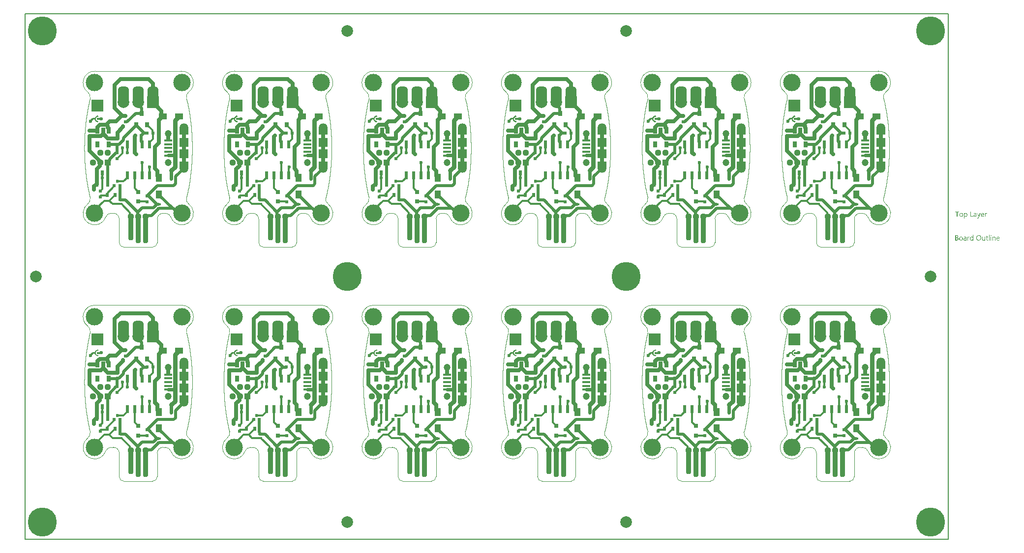
<source format=gtl>
G04*
G04 #@! TF.GenerationSoftware,Altium Limited,Altium Designer,21.9.2 (33)*
G04*
G04 Layer_Physical_Order=1*
G04 Layer_Color=255*
%FSAX25Y25*%
%MOIN*%
G70*
G04*
G04 #@! TF.SameCoordinates,476D7ECA-494C-4FA8-9E70-EA0A9B0123F1*
G04*
G04*
G04 #@! TF.FilePolarity,Positive*
G04*
G01*
G75*
%ADD10C,0.07874*%
%ADD11C,0.00100*%
%ADD12C,0.01600*%
%ADD13O,0.01000X0.01001*%
%ADD14R,0.02362X0.05512*%
%ADD15R,0.05315X0.01575*%
%ADD16R,0.06102X0.05906*%
%ADD17R,0.02756X0.03937*%
G04:AMPARAMS|DCode=18|XSize=74.8mil|YSize=116.14mil|CornerRadius=29.17mil|HoleSize=0mil|Usage=FLASHONLY|Rotation=0.000|XOffset=0mil|YOffset=0mil|HoleType=Round|Shape=RoundedRectangle|*
%AMROUNDEDRECTD18*
21,1,0.07480,0.05780,0,0,0.0*
21,1,0.01646,0.11614,0,0,0.0*
1,1,0.05835,0.00823,-0.02890*
1,1,0.05835,-0.00823,-0.02890*
1,1,0.05835,-0.00823,0.02890*
1,1,0.05835,0.00823,0.02890*
%
%ADD18ROUNDEDRECTD18*%
%ADD19R,0.04331X0.05315*%
%ADD20R,0.01575X0.02756*%
%ADD21R,0.02165X0.01968*%
%ADD22R,0.03150X0.03150*%
%ADD23R,0.05315X0.04331*%
%ADD24R,0.02756X0.01575*%
%ADD25R,0.02165X0.01968*%
%ADD26R,0.01968X0.02165*%
%ADD27R,0.02362X0.03150*%
%ADD28R,0.02362X0.03543*%
%ADD29R,0.01968X0.02165*%
%ADD30R,0.03150X0.03543*%
G04:AMPARAMS|DCode=31|XSize=35.43mil|YSize=188.98mil|CornerRadius=13.82mil|HoleSize=0mil|Usage=FLASHONLY|Rotation=180.000|XOffset=0mil|YOffset=0mil|HoleType=Round|Shape=RoundedRectangle|*
%AMROUNDEDRECTD31*
21,1,0.03543,0.16134,0,0,180.0*
21,1,0.00780,0.18898,0,0,180.0*
1,1,0.02764,-0.00390,0.08067*
1,1,0.02764,0.00390,0.08067*
1,1,0.02764,0.00390,-0.08067*
1,1,0.02764,-0.00390,-0.08067*
%
%ADD31ROUNDEDRECTD31*%
G04:AMPARAMS|DCode=32|XSize=35.43mil|YSize=169.29mil|CornerRadius=13.82mil|HoleSize=0mil|Usage=FLASHONLY|Rotation=180.000|XOffset=0mil|YOffset=0mil|HoleType=Round|Shape=RoundedRectangle|*
%AMROUNDEDRECTD32*
21,1,0.03543,0.14165,0,0,180.0*
21,1,0.00780,0.16929,0,0,180.0*
1,1,0.02764,-0.00390,0.07083*
1,1,0.02764,0.00390,0.07083*
1,1,0.02764,0.00390,-0.07083*
1,1,0.02764,-0.00390,-0.07083*
%
%ADD32ROUNDEDRECTD32*%
%ADD33C,0.01181*%
%ADD34C,0.02756*%
%ADD35C,0.01968*%
%ADD36C,0.02362*%
%ADD37C,0.03150*%
%ADD38R,0.06102X0.04724*%
%ADD39R,0.06102X0.04724*%
%ADD40C,0.00787*%
%ADD41C,0.00394*%
%ADD42C,0.19685*%
%ADD43C,0.04370*%
%ADD44R,0.04370X0.04370*%
%ADD45C,0.04724*%
%ADD46O,0.06102X0.05709*%
%ADD47R,0.07874X0.07874*%
%ADD48C,0.11811*%
%ADD49C,0.02362*%
G36*
X0502319Y0267790D02*
X0502432Y0267677D01*
X0502493Y0267530D01*
Y0267450D01*
Y0267370D01*
X0502432Y0267222D01*
X0502319Y0267109D01*
X0502171Y0267048D01*
X0502092D01*
X0501819Y0267021D01*
X0501315Y0266812D01*
X0500929Y0266427D01*
X0500720Y0265922D01*
X0500693Y0265650D01*
X0500720Y0265377D01*
X0500929Y0264873D01*
X0501315Y0264487D01*
X0501819Y0264278D01*
X0502092Y0264251D01*
X0502171D01*
X0502319Y0264190D01*
X0502432Y0264077D01*
X0502493Y0263930D01*
Y0263850D01*
Y0263770D01*
X0502432Y0263622D01*
X0502319Y0263509D01*
X0502171Y0263448D01*
X0501719D01*
X0501016Y0263693D01*
X0500432Y0264156D01*
X0500033Y0264785D01*
X0499948Y0265148D01*
Y0265148D01*
X0498684D01*
X0498390Y0265442D01*
Y0265857D01*
X0498684Y0266151D01*
X0499948D01*
X0500033Y0266514D01*
X0500432Y0267143D01*
X0501016Y0267606D01*
X0501719Y0267851D01*
X0502171D01*
X0502319Y0267790D01*
D02*
G37*
G36*
X0407831D02*
X0407944Y0267677D01*
X0408005Y0267530D01*
Y0267450D01*
Y0267370D01*
X0407944Y0267222D01*
X0407831Y0267109D01*
X0407683Y0267048D01*
X0407603D01*
X0407330Y0267021D01*
X0406826Y0266812D01*
X0406440Y0266427D01*
X0406232Y0265922D01*
X0406205Y0265650D01*
X0406232Y0265377D01*
X0406440Y0264873D01*
X0406826Y0264487D01*
X0407330Y0264278D01*
X0407603Y0264251D01*
X0407683D01*
X0407831Y0264190D01*
X0407944Y0264077D01*
X0408005Y0263930D01*
Y0263850D01*
Y0263770D01*
X0407944Y0263622D01*
X0407831Y0263509D01*
X0407683Y0263448D01*
X0407231D01*
X0406527Y0263693D01*
X0405943Y0264156D01*
X0405544Y0264785D01*
X0405460Y0265148D01*
Y0265148D01*
X0404195D01*
X0403902Y0265442D01*
Y0265857D01*
X0404195Y0266151D01*
X0405460D01*
X0405544Y0266514D01*
X0405943Y0267143D01*
X0406527Y0267606D01*
X0407231Y0267851D01*
X0407683D01*
X0407831Y0267790D01*
D02*
G37*
G36*
X0313342D02*
X0313455Y0267677D01*
X0313516Y0267530D01*
Y0267450D01*
Y0267370D01*
X0313455Y0267222D01*
X0313342Y0267109D01*
X0313195Y0267048D01*
X0313115D01*
X0312842Y0267021D01*
X0312338Y0266812D01*
X0311952Y0266427D01*
X0311743Y0265922D01*
X0311716Y0265650D01*
X0311743Y0265377D01*
X0311952Y0264873D01*
X0312338Y0264487D01*
X0312842Y0264278D01*
X0313115Y0264251D01*
X0313195D01*
X0313342Y0264190D01*
X0313455Y0264077D01*
X0313516Y0263930D01*
Y0263850D01*
Y0263770D01*
X0313455Y0263622D01*
X0313342Y0263509D01*
X0313195Y0263448D01*
X0312742D01*
X0312039Y0263693D01*
X0311455Y0264156D01*
X0311056Y0264785D01*
X0310971Y0265148D01*
Y0265148D01*
X0309707D01*
X0309413Y0265442D01*
Y0265857D01*
X0309707Y0266151D01*
X0310971D01*
X0311056Y0266514D01*
X0311455Y0267143D01*
X0312039Y0267606D01*
X0312742Y0267851D01*
X0313195D01*
X0313342Y0267790D01*
D02*
G37*
G36*
X0218854D02*
X0218967Y0267677D01*
X0219028Y0267530D01*
Y0267450D01*
Y0267370D01*
X0218967Y0267222D01*
X0218854Y0267109D01*
X0218706Y0267048D01*
X0218626D01*
X0218354Y0267021D01*
X0217849Y0266812D01*
X0217464Y0266427D01*
X0217255Y0265922D01*
X0217228Y0265650D01*
X0217255Y0265377D01*
X0217464Y0264873D01*
X0217849Y0264487D01*
X0218354Y0264278D01*
X0218626Y0264251D01*
X0218706D01*
X0218854Y0264190D01*
X0218967Y0264077D01*
X0219028Y0263930D01*
Y0263850D01*
Y0263770D01*
X0218967Y0263622D01*
X0218854Y0263509D01*
X0218706Y0263448D01*
X0218254D01*
X0217550Y0263693D01*
X0216967Y0264156D01*
X0216568Y0264785D01*
X0216483Y0265148D01*
Y0265148D01*
X0215219D01*
X0214925Y0265442D01*
Y0265857D01*
X0215219Y0266151D01*
X0216483D01*
X0216568Y0266514D01*
X0216967Y0267143D01*
X0217550Y0267606D01*
X0218254Y0267851D01*
X0218706D01*
X0218854Y0267790D01*
D02*
G37*
G36*
X0124365D02*
X0124478Y0267677D01*
X0124539Y0267530D01*
Y0267450D01*
Y0267370D01*
X0124478Y0267222D01*
X0124365Y0267109D01*
X0124218Y0267048D01*
X0124138D01*
X0123865Y0267021D01*
X0123361Y0266812D01*
X0122975Y0266427D01*
X0122766Y0265922D01*
X0122740Y0265650D01*
X0122766Y0265377D01*
X0122975Y0264873D01*
X0123361Y0264487D01*
X0123865Y0264278D01*
X0124138Y0264251D01*
X0124218D01*
X0124365Y0264190D01*
X0124478Y0264077D01*
X0124539Y0263930D01*
Y0263850D01*
Y0263770D01*
X0124478Y0263622D01*
X0124365Y0263509D01*
X0124218Y0263448D01*
X0123766D01*
X0123062Y0263693D01*
X0122478Y0264156D01*
X0122079Y0264785D01*
X0121994Y0265148D01*
Y0265148D01*
X0120730D01*
X0120437Y0265442D01*
Y0265857D01*
X0120730Y0266151D01*
X0121994D01*
X0122079Y0266514D01*
X0122478Y0267143D01*
X0123062Y0267606D01*
X0123766Y0267851D01*
X0124218D01*
X0124365Y0267790D01*
D02*
G37*
G36*
X0029877D02*
X0029990Y0267677D01*
X0030051Y0267530D01*
Y0267450D01*
Y0267370D01*
X0029990Y0267222D01*
X0029877Y0267109D01*
X0029730Y0267048D01*
X0029650D01*
X0029377Y0267021D01*
X0028873Y0266812D01*
X0028487Y0266427D01*
X0028278Y0265922D01*
X0028251Y0265650D01*
X0028278Y0265377D01*
X0028487Y0264873D01*
X0028873Y0264487D01*
X0029377Y0264278D01*
X0029650Y0264251D01*
X0029730D01*
X0029877Y0264190D01*
X0029990Y0264077D01*
X0030051Y0263930D01*
Y0263850D01*
Y0263770D01*
X0029990Y0263622D01*
X0029877Y0263509D01*
X0029730Y0263448D01*
X0029277D01*
X0028574Y0263693D01*
X0027990Y0264156D01*
X0027591Y0264785D01*
X0027506Y0265148D01*
Y0265148D01*
X0026242D01*
X0025948Y0265442D01*
Y0265857D01*
X0026242Y0266151D01*
X0027506D01*
X0027591Y0266514D01*
X0027990Y0267143D01*
X0028574Y0267606D01*
X0029277Y0267851D01*
X0029730D01*
X0029877Y0267790D01*
D02*
G37*
G36*
X0618069Y0201776D02*
X0618112Y0201770D01*
X0618156Y0201764D01*
X0618267Y0201739D01*
X0618391Y0201702D01*
X0618515Y0201640D01*
X0618577Y0201603D01*
X0618639Y0201554D01*
X0618694Y0201504D01*
X0618750Y0201442D01*
X0618756Y0201436D01*
X0618762Y0201430D01*
X0618775Y0201405D01*
X0618793Y0201380D01*
X0618812Y0201349D01*
X0618837Y0201306D01*
X0618861Y0201256D01*
X0618886Y0201207D01*
X0618911Y0201145D01*
X0618936Y0201077D01*
X0618960Y0201003D01*
X0618979Y0200922D01*
X0619010Y0200743D01*
X0619022Y0200644D01*
Y0200538D01*
Y0200532D01*
Y0200514D01*
Y0200477D01*
X0619016Y0200433D01*
Y0200384D01*
X0619004Y0200322D01*
X0618998Y0200254D01*
X0618985Y0200179D01*
X0618948Y0200019D01*
X0618892Y0199851D01*
X0618855Y0199771D01*
X0618818Y0199690D01*
X0618769Y0199610D01*
X0618713Y0199536D01*
X0618707Y0199530D01*
X0618700Y0199517D01*
X0618682Y0199498D01*
X0618657Y0199480D01*
X0618626Y0199449D01*
X0618589Y0199418D01*
X0618546Y0199381D01*
X0618496Y0199350D01*
X0618440Y0199313D01*
X0618379Y0199276D01*
X0618230Y0199220D01*
X0618150Y0199195D01*
X0618069Y0199177D01*
X0617976Y0199164D01*
X0617877Y0199158D01*
X0617828D01*
X0617797Y0199164D01*
X0617753Y0199170D01*
X0617710Y0199183D01*
X0617599Y0199208D01*
X0617481Y0199257D01*
X0617413Y0199294D01*
X0617351Y0199331D01*
X0617289Y0199381D01*
X0617233Y0199437D01*
X0617171Y0199498D01*
X0617122Y0199573D01*
X0617110D01*
Y0198062D01*
X0616707D01*
Y0201727D01*
X0617110D01*
Y0201281D01*
X0617122D01*
X0617128Y0201287D01*
X0617134Y0201306D01*
X0617153Y0201331D01*
X0617178Y0201362D01*
X0617209Y0201399D01*
X0617246Y0201442D01*
X0617289Y0201485D01*
X0617345Y0201535D01*
X0617401Y0201578D01*
X0617462Y0201622D01*
X0617537Y0201665D01*
X0617611Y0201702D01*
X0617698Y0201739D01*
X0617791Y0201764D01*
X0617883Y0201776D01*
X0617989Y0201783D01*
X0618038D01*
X0618069Y0201776D01*
D02*
G37*
G36*
X0632182Y0201764D02*
X0632257Y0201758D01*
X0632300Y0201746D01*
X0632331Y0201733D01*
Y0201318D01*
X0632325Y0201325D01*
X0632312Y0201331D01*
X0632288Y0201343D01*
X0632257Y0201362D01*
X0632213Y0201374D01*
X0632158Y0201386D01*
X0632096Y0201393D01*
X0632027Y0201399D01*
X0632015D01*
X0631984Y0201393D01*
X0631935Y0201386D01*
X0631879Y0201368D01*
X0631805Y0201337D01*
X0631737Y0201294D01*
X0631662Y0201232D01*
X0631594Y0201151D01*
X0631588Y0201139D01*
X0631569Y0201108D01*
X0631538Y0201052D01*
X0631507Y0200978D01*
X0631477Y0200885D01*
X0631446Y0200767D01*
X0631427Y0200638D01*
X0631421Y0200489D01*
Y0199214D01*
X0631018D01*
Y0201727D01*
X0631421D01*
Y0201207D01*
X0631433D01*
Y0201213D01*
X0631439Y0201219D01*
X0631452Y0201250D01*
X0631470Y0201300D01*
X0631501Y0201362D01*
X0631532Y0201424D01*
X0631582Y0201492D01*
X0631631Y0201560D01*
X0631693Y0201622D01*
X0631699Y0201628D01*
X0631724Y0201646D01*
X0631761Y0201671D01*
X0631811Y0201696D01*
X0631867Y0201721D01*
X0631935Y0201746D01*
X0632009Y0201764D01*
X0632089Y0201770D01*
X0632145D01*
X0632182Y0201764D01*
D02*
G37*
G36*
X0626803Y0198811D02*
X0626797Y0198805D01*
X0626791Y0198781D01*
X0626772Y0198737D01*
X0626747Y0198688D01*
X0626717Y0198632D01*
X0626673Y0198564D01*
X0626630Y0198496D01*
X0626580Y0198422D01*
X0626518Y0198347D01*
X0626456Y0198279D01*
X0626382Y0198211D01*
X0626302Y0198155D01*
X0626221Y0198106D01*
X0626128Y0198062D01*
X0626036Y0198038D01*
X0625930Y0198031D01*
X0625875D01*
X0625838Y0198038D01*
X0625757Y0198050D01*
X0625670Y0198069D01*
Y0198428D01*
X0625677D01*
X0625695Y0198422D01*
X0625720Y0198415D01*
X0625751Y0198409D01*
X0625825Y0198390D01*
X0625906Y0198384D01*
X0625918D01*
X0625955Y0198390D01*
X0626011Y0198403D01*
X0626079Y0198428D01*
X0626153Y0198471D01*
X0626190Y0198502D01*
X0626228Y0198539D01*
X0626265Y0198576D01*
X0626302Y0198626D01*
X0626333Y0198681D01*
X0626364Y0198743D01*
X0626568Y0199214D01*
X0625584Y0201727D01*
X0626029D01*
X0626710Y0199790D01*
Y0199783D01*
X0626717Y0199771D01*
X0626723Y0199752D01*
X0626729Y0199728D01*
X0626735Y0199690D01*
X0626747Y0199653D01*
X0626760Y0199598D01*
X0626778D01*
Y0199610D01*
X0626791Y0199647D01*
X0626803Y0199703D01*
X0626828Y0199783D01*
X0627540Y0201727D01*
X0627954D01*
X0626803Y0198811D01*
D02*
G37*
G36*
X0624395Y0201776D02*
X0624451Y0201770D01*
X0624519Y0201752D01*
X0624593Y0201733D01*
X0624674Y0201702D01*
X0624760Y0201665D01*
X0624841Y0201616D01*
X0624921Y0201554D01*
X0624996Y0201479D01*
X0625064Y0201386D01*
X0625119Y0201281D01*
X0625163Y0201157D01*
X0625188Y0201015D01*
X0625200Y0200848D01*
Y0199214D01*
X0624798D01*
Y0199604D01*
X0624785D01*
Y0199598D01*
X0624773Y0199585D01*
X0624760Y0199560D01*
X0624736Y0199536D01*
X0624674Y0199461D01*
X0624593Y0199381D01*
X0624482Y0199301D01*
X0624352Y0199226D01*
X0624271Y0199201D01*
X0624191Y0199177D01*
X0624104Y0199164D01*
X0624012Y0199158D01*
X0623974D01*
X0623950Y0199164D01*
X0623881Y0199170D01*
X0623801Y0199183D01*
X0623702Y0199208D01*
X0623609Y0199239D01*
X0623510Y0199288D01*
X0623423Y0199350D01*
X0623417Y0199362D01*
X0623392Y0199387D01*
X0623355Y0199430D01*
X0623318Y0199492D01*
X0623281Y0199567D01*
X0623244Y0199653D01*
X0623219Y0199759D01*
X0623213Y0199876D01*
Y0199882D01*
Y0199907D01*
X0623219Y0199944D01*
X0623225Y0199987D01*
X0623238Y0200043D01*
X0623256Y0200105D01*
X0623281Y0200173D01*
X0623318Y0200241D01*
X0623361Y0200316D01*
X0623417Y0200390D01*
X0623485Y0200458D01*
X0623566Y0200520D01*
X0623659Y0200582D01*
X0623770Y0200631D01*
X0623894Y0200668D01*
X0624042Y0200699D01*
X0624798Y0200805D01*
Y0200811D01*
Y0200829D01*
X0624791Y0200867D01*
Y0200904D01*
X0624779Y0200953D01*
X0624773Y0201009D01*
X0624736Y0201127D01*
X0624705Y0201182D01*
X0624674Y0201238D01*
X0624630Y0201294D01*
X0624581Y0201343D01*
X0624519Y0201386D01*
X0624451Y0201417D01*
X0624370Y0201436D01*
X0624278Y0201442D01*
X0624234D01*
X0624203Y0201436D01*
X0624160D01*
X0624117Y0201424D01*
X0624005Y0201405D01*
X0623881Y0201368D01*
X0623745Y0201312D01*
X0623671Y0201275D01*
X0623603Y0201238D01*
X0623529Y0201188D01*
X0623460Y0201133D01*
Y0201547D01*
X0623467D01*
X0623479Y0201560D01*
X0623498Y0201572D01*
X0623529Y0201585D01*
X0623560Y0201603D01*
X0623603Y0201622D01*
X0623652Y0201640D01*
X0623708Y0201665D01*
X0623832Y0201708D01*
X0623981Y0201746D01*
X0624141Y0201770D01*
X0624315Y0201783D01*
X0624352D01*
X0624395Y0201776D01*
D02*
G37*
G36*
X0621504Y0199585D02*
X0622916D01*
Y0199214D01*
X0621090D01*
Y0202730D01*
X0621504D01*
Y0199585D01*
D02*
G37*
G36*
X0613266Y0202358D02*
X0612251D01*
Y0199214D01*
X0611842D01*
Y0202358D01*
X0610827D01*
Y0202730D01*
X0613266D01*
Y0202358D01*
D02*
G37*
G36*
X0629459Y0201776D02*
X0629502Y0201770D01*
X0629545Y0201764D01*
X0629657Y0201746D01*
X0629780Y0201702D01*
X0629904Y0201646D01*
X0629966Y0201609D01*
X0630028Y0201566D01*
X0630084Y0201517D01*
X0630140Y0201461D01*
X0630146Y0201455D01*
X0630152Y0201448D01*
X0630164Y0201430D01*
X0630183Y0201405D01*
X0630201Y0201368D01*
X0630226Y0201331D01*
X0630251Y0201287D01*
X0630276Y0201232D01*
X0630301Y0201170D01*
X0630325Y0201108D01*
X0630350Y0201034D01*
X0630369Y0200953D01*
X0630387Y0200867D01*
X0630400Y0200780D01*
X0630412Y0200681D01*
Y0200576D01*
Y0200365D01*
X0628635D01*
Y0200359D01*
Y0200347D01*
Y0200328D01*
X0628642Y0200297D01*
X0628648Y0200260D01*
Y0200223D01*
X0628666Y0200124D01*
X0628697Y0200025D01*
X0628734Y0199913D01*
X0628790Y0199808D01*
X0628858Y0199715D01*
X0628871Y0199703D01*
X0628895Y0199678D01*
X0628945Y0199647D01*
X0629013Y0199604D01*
X0629100Y0199560D01*
X0629199Y0199530D01*
X0629316Y0199505D01*
X0629453Y0199492D01*
X0629496D01*
X0629527Y0199498D01*
X0629564D01*
X0629607Y0199505D01*
X0629712Y0199530D01*
X0629830Y0199560D01*
X0629960Y0199610D01*
X0630096Y0199678D01*
X0630164Y0199721D01*
X0630232Y0199771D01*
Y0199393D01*
X0630226D01*
X0630220Y0199381D01*
X0630201Y0199375D01*
X0630170Y0199356D01*
X0630140Y0199338D01*
X0630102Y0199319D01*
X0630053Y0199301D01*
X0630003Y0199276D01*
X0629942Y0199251D01*
X0629873Y0199232D01*
X0629725Y0199195D01*
X0629552Y0199170D01*
X0629360Y0199158D01*
X0629310D01*
X0629273Y0199164D01*
X0629230Y0199170D01*
X0629174Y0199177D01*
X0629056Y0199201D01*
X0628920Y0199239D01*
X0628784Y0199301D01*
X0628716Y0199344D01*
X0628648Y0199387D01*
X0628586Y0199437D01*
X0628524Y0199498D01*
X0628518Y0199505D01*
X0628512Y0199517D01*
X0628499Y0199536D01*
X0628474Y0199560D01*
X0628456Y0199598D01*
X0628431Y0199641D01*
X0628400Y0199690D01*
X0628375Y0199746D01*
X0628344Y0199808D01*
X0628320Y0199882D01*
X0628289Y0199963D01*
X0628270Y0200049D01*
X0628252Y0200142D01*
X0628233Y0200241D01*
X0628227Y0200347D01*
X0628221Y0200458D01*
Y0200464D01*
Y0200483D01*
Y0200514D01*
X0628227Y0200557D01*
X0628233Y0200606D01*
X0628239Y0200662D01*
X0628245Y0200730D01*
X0628264Y0200798D01*
X0628301Y0200947D01*
X0628357Y0201108D01*
X0628394Y0201188D01*
X0628443Y0201263D01*
X0628493Y0201343D01*
X0628549Y0201411D01*
X0628555Y0201417D01*
X0628567Y0201430D01*
X0628586Y0201448D01*
X0628611Y0201467D01*
X0628642Y0201498D01*
X0628679Y0201529D01*
X0628728Y0201560D01*
X0628778Y0201597D01*
X0628895Y0201665D01*
X0629038Y0201727D01*
X0629118Y0201746D01*
X0629199Y0201764D01*
X0629285Y0201776D01*
X0629378Y0201783D01*
X0629428D01*
X0629459Y0201776D01*
D02*
G37*
G36*
X0614968D02*
X0615011Y0201770D01*
X0615067Y0201764D01*
X0615191Y0201739D01*
X0615333Y0201696D01*
X0615476Y0201634D01*
X0615550Y0201597D01*
X0615618Y0201554D01*
X0615686Y0201498D01*
X0615748Y0201436D01*
X0615754Y0201430D01*
X0615760Y0201417D01*
X0615779Y0201399D01*
X0615797Y0201374D01*
X0615822Y0201337D01*
X0615847Y0201294D01*
X0615878Y0201244D01*
X0615909Y0201188D01*
X0615934Y0201120D01*
X0615965Y0201052D01*
X0615989Y0200972D01*
X0616014Y0200885D01*
X0616033Y0200792D01*
X0616051Y0200693D01*
X0616057Y0200588D01*
X0616063Y0200477D01*
Y0200470D01*
Y0200452D01*
Y0200421D01*
X0616057Y0200377D01*
X0616051Y0200328D01*
X0616045Y0200266D01*
X0616033Y0200204D01*
X0616020Y0200130D01*
X0615983Y0199981D01*
X0615921Y0199820D01*
X0615884Y0199740D01*
X0615835Y0199660D01*
X0615785Y0199585D01*
X0615723Y0199517D01*
X0615717Y0199511D01*
X0615704Y0199505D01*
X0615686Y0199486D01*
X0615661Y0199461D01*
X0615624Y0199437D01*
X0615587Y0199406D01*
X0615537Y0199369D01*
X0615482Y0199338D01*
X0615420Y0199307D01*
X0615352Y0199269D01*
X0615277Y0199239D01*
X0615197Y0199214D01*
X0615110Y0199189D01*
X0615017Y0199177D01*
X0614918Y0199164D01*
X0614813Y0199158D01*
X0614757D01*
X0614720Y0199164D01*
X0614677Y0199170D01*
X0614621Y0199177D01*
X0614559Y0199189D01*
X0614491Y0199201D01*
X0614349Y0199245D01*
X0614200Y0199307D01*
X0614126Y0199344D01*
X0614058Y0199393D01*
X0613990Y0199443D01*
X0613922Y0199505D01*
X0613916Y0199511D01*
X0613909Y0199523D01*
X0613891Y0199542D01*
X0613872Y0199567D01*
X0613847Y0199604D01*
X0613816Y0199647D01*
X0613786Y0199697D01*
X0613761Y0199752D01*
X0613730Y0199820D01*
X0613699Y0199889D01*
X0613668Y0199963D01*
X0613643Y0200049D01*
X0613606Y0200235D01*
X0613600Y0200334D01*
X0613594Y0200439D01*
Y0200446D01*
Y0200470D01*
Y0200501D01*
X0613600Y0200545D01*
X0613606Y0200594D01*
X0613612Y0200656D01*
X0613625Y0200724D01*
X0613637Y0200798D01*
X0613674Y0200959D01*
X0613736Y0201120D01*
X0613779Y0201201D01*
X0613823Y0201281D01*
X0613872Y0201356D01*
X0613934Y0201424D01*
X0613940Y0201430D01*
X0613953Y0201442D01*
X0613971Y0201455D01*
X0613996Y0201479D01*
X0614033Y0201504D01*
X0614077Y0201535D01*
X0614126Y0201572D01*
X0614182Y0201603D01*
X0614244Y0201634D01*
X0614318Y0201671D01*
X0614392Y0201702D01*
X0614479Y0201727D01*
X0614566Y0201752D01*
X0614665Y0201770D01*
X0614770Y0201776D01*
X0614875Y0201783D01*
X0614931D01*
X0614968Y0201776D01*
D02*
G37*
G36*
X0635036Y0186791D02*
X0635061D01*
X0635116Y0186766D01*
X0635147Y0186748D01*
X0635178Y0186723D01*
X0635184Y0186717D01*
X0635191Y0186711D01*
X0635222Y0186673D01*
X0635246Y0186612D01*
X0635253Y0186574D01*
X0635259Y0186537D01*
Y0186531D01*
Y0186519D01*
X0635253Y0186500D01*
X0635246Y0186475D01*
X0635228Y0186414D01*
X0635203Y0186382D01*
X0635178Y0186352D01*
X0635172D01*
X0635166Y0186339D01*
X0635129Y0186314D01*
X0635073Y0186290D01*
X0635036Y0186284D01*
X0634999Y0186277D01*
X0634980D01*
X0634962Y0186284D01*
X0634937D01*
X0634875Y0186308D01*
X0634844Y0186321D01*
X0634813Y0186345D01*
Y0186352D01*
X0634801Y0186358D01*
X0634788Y0186376D01*
X0634776Y0186395D01*
X0634751Y0186457D01*
X0634745Y0186494D01*
X0634739Y0186537D01*
Y0186544D01*
Y0186556D01*
X0634745Y0186574D01*
X0634751Y0186605D01*
X0634770Y0186661D01*
X0634788Y0186692D01*
X0634813Y0186723D01*
X0634819Y0186729D01*
X0634825Y0186735D01*
X0634863Y0186760D01*
X0634924Y0186785D01*
X0634962Y0186797D01*
X0635017D01*
X0635036Y0186791D01*
D02*
G37*
G36*
X0623046Y0183127D02*
X0622644D01*
Y0183547D01*
X0622631D01*
Y0183541D01*
X0622619Y0183529D01*
X0622600Y0183504D01*
X0622582Y0183473D01*
X0622551Y0183436D01*
X0622513Y0183399D01*
X0622470Y0183356D01*
X0622421Y0183312D01*
X0622365Y0183263D01*
X0622297Y0183219D01*
X0622229Y0183182D01*
X0622148Y0183145D01*
X0622068Y0183114D01*
X0621975Y0183089D01*
X0621876Y0183077D01*
X0621771Y0183071D01*
X0621727D01*
X0621690Y0183077D01*
X0621653Y0183083D01*
X0621603Y0183089D01*
X0621498Y0183114D01*
X0621375Y0183151D01*
X0621251Y0183213D01*
X0621183Y0183250D01*
X0621127Y0183294D01*
X0621065Y0183349D01*
X0621009Y0183405D01*
Y0183411D01*
X0620997Y0183424D01*
X0620985Y0183442D01*
X0620966Y0183467D01*
X0620947Y0183498D01*
X0620923Y0183541D01*
X0620898Y0183591D01*
X0620873Y0183647D01*
X0620842Y0183708D01*
X0620817Y0183776D01*
X0620793Y0183851D01*
X0620774Y0183931D01*
X0620755Y0184018D01*
X0620743Y0184117D01*
X0620737Y0184216D01*
X0620731Y0184321D01*
Y0184327D01*
Y0184346D01*
Y0184383D01*
X0620737Y0184426D01*
X0620743Y0184476D01*
X0620749Y0184538D01*
X0620755Y0184606D01*
X0620768Y0184680D01*
X0620805Y0184841D01*
X0620861Y0185008D01*
X0620898Y0185089D01*
X0620941Y0185169D01*
X0620985Y0185244D01*
X0621040Y0185318D01*
X0621046Y0185324D01*
X0621053Y0185336D01*
X0621071Y0185355D01*
X0621096Y0185380D01*
X0621127Y0185405D01*
X0621170Y0185435D01*
X0621214Y0185473D01*
X0621263Y0185510D01*
X0621387Y0185578D01*
X0621529Y0185640D01*
X0621610Y0185658D01*
X0621696Y0185677D01*
X0621783Y0185689D01*
X0621882Y0185695D01*
X0621932D01*
X0621969Y0185689D01*
X0622006Y0185683D01*
X0622055Y0185677D01*
X0622167Y0185646D01*
X0622291Y0185596D01*
X0622353Y0185565D01*
X0622414Y0185522D01*
X0622476Y0185479D01*
X0622532Y0185423D01*
X0622582Y0185361D01*
X0622631Y0185287D01*
X0622644D01*
Y0186847D01*
X0623046D01*
Y0183127D01*
D02*
G37*
G36*
X0637314Y0185689D02*
X0637388Y0185683D01*
X0637481Y0185664D01*
X0637580Y0185634D01*
X0637685Y0185584D01*
X0637790Y0185516D01*
X0637834Y0185479D01*
X0637877Y0185429D01*
X0637889Y0185417D01*
X0637914Y0185380D01*
X0637945Y0185318D01*
X0637989Y0185231D01*
X0638026Y0185126D01*
X0638063Y0184996D01*
X0638088Y0184841D01*
X0638094Y0184662D01*
Y0183127D01*
X0637691D01*
Y0184556D01*
Y0184563D01*
Y0184594D01*
X0637685Y0184631D01*
Y0184680D01*
X0637673Y0184742D01*
X0637660Y0184810D01*
X0637642Y0184885D01*
X0637617Y0184959D01*
X0637586Y0185033D01*
X0637549Y0185101D01*
X0637500Y0185169D01*
X0637444Y0185231D01*
X0637382Y0185281D01*
X0637301Y0185318D01*
X0637215Y0185349D01*
X0637110Y0185355D01*
X0637097D01*
X0637060Y0185349D01*
X0637004Y0185343D01*
X0636936Y0185324D01*
X0636856Y0185299D01*
X0636769Y0185256D01*
X0636689Y0185200D01*
X0636608Y0185126D01*
X0636602Y0185114D01*
X0636577Y0185089D01*
X0636546Y0185039D01*
X0636509Y0184971D01*
X0636472Y0184891D01*
X0636441Y0184792D01*
X0636416Y0184680D01*
X0636410Y0184556D01*
Y0183127D01*
X0636008D01*
Y0185640D01*
X0636410D01*
Y0185219D01*
X0636422D01*
X0636429Y0185225D01*
X0636435Y0185237D01*
X0636453Y0185262D01*
X0636478Y0185293D01*
X0636503Y0185330D01*
X0636540Y0185367D01*
X0636583Y0185411D01*
X0636633Y0185460D01*
X0636689Y0185503D01*
X0636751Y0185547D01*
X0636819Y0185584D01*
X0636893Y0185621D01*
X0636967Y0185652D01*
X0637054Y0185677D01*
X0637147Y0185689D01*
X0637246Y0185695D01*
X0637283D01*
X0637314Y0185689D01*
D02*
G37*
G36*
X0620316Y0185677D02*
X0620390Y0185671D01*
X0620434Y0185658D01*
X0620465Y0185646D01*
Y0185231D01*
X0620458Y0185237D01*
X0620446Y0185244D01*
X0620421Y0185256D01*
X0620390Y0185275D01*
X0620347Y0185287D01*
X0620291Y0185299D01*
X0620229Y0185306D01*
X0620161Y0185312D01*
X0620149D01*
X0620118Y0185306D01*
X0620068Y0185299D01*
X0620013Y0185281D01*
X0619938Y0185250D01*
X0619870Y0185206D01*
X0619796Y0185144D01*
X0619728Y0185064D01*
X0619722Y0185052D01*
X0619703Y0185021D01*
X0619672Y0184965D01*
X0619641Y0184891D01*
X0619610Y0184798D01*
X0619579Y0184680D01*
X0619561Y0184550D01*
X0619555Y0184402D01*
Y0183127D01*
X0619152D01*
Y0185640D01*
X0619555D01*
Y0185120D01*
X0619567D01*
Y0185126D01*
X0619573Y0185132D01*
X0619586Y0185163D01*
X0619604Y0185213D01*
X0619635Y0185275D01*
X0619666Y0185336D01*
X0619716Y0185405D01*
X0619765Y0185473D01*
X0619827Y0185535D01*
X0619833Y0185541D01*
X0619858Y0185559D01*
X0619895Y0185584D01*
X0619945Y0185609D01*
X0620000Y0185634D01*
X0620068Y0185658D01*
X0620143Y0185677D01*
X0620223Y0185683D01*
X0620279D01*
X0620316Y0185677D01*
D02*
G37*
G36*
X0631056Y0183127D02*
X0630653D01*
Y0183523D01*
X0630641D01*
Y0183517D01*
X0630629Y0183504D01*
X0630616Y0183479D01*
X0630591Y0183455D01*
X0630536Y0183380D01*
X0630449Y0183300D01*
X0630400Y0183257D01*
X0630344Y0183213D01*
X0630282Y0183176D01*
X0630208Y0183139D01*
X0630133Y0183114D01*
X0630053Y0183089D01*
X0629960Y0183077D01*
X0629867Y0183071D01*
X0629830D01*
X0629787Y0183077D01*
X0629725Y0183089D01*
X0629657Y0183102D01*
X0629583Y0183127D01*
X0629502Y0183158D01*
X0629422Y0183207D01*
X0629335Y0183263D01*
X0629254Y0183331D01*
X0629180Y0183417D01*
X0629112Y0183523D01*
X0629050Y0183640D01*
X0629007Y0183783D01*
X0628982Y0183950D01*
X0628970Y0184037D01*
Y0184135D01*
Y0185640D01*
X0629366D01*
Y0184197D01*
Y0184191D01*
Y0184167D01*
X0629372Y0184123D01*
X0629378Y0184074D01*
X0629384Y0184012D01*
X0629397Y0183950D01*
X0629415Y0183876D01*
X0629440Y0183801D01*
X0629477Y0183727D01*
X0629514Y0183659D01*
X0629564Y0183591D01*
X0629626Y0183529D01*
X0629694Y0183479D01*
X0629774Y0183442D01*
X0629873Y0183411D01*
X0629979Y0183405D01*
X0629991D01*
X0630028Y0183411D01*
X0630084Y0183417D01*
X0630146Y0183430D01*
X0630226Y0183461D01*
X0630307Y0183498D01*
X0630387Y0183547D01*
X0630461Y0183622D01*
X0630468Y0183634D01*
X0630492Y0183659D01*
X0630523Y0183708D01*
X0630560Y0183776D01*
X0630591Y0183857D01*
X0630622Y0183956D01*
X0630647Y0184067D01*
X0630653Y0184191D01*
Y0185640D01*
X0631056D01*
Y0183127D01*
D02*
G37*
G36*
X0635191D02*
X0634788D01*
Y0185640D01*
X0635191D01*
Y0183127D01*
D02*
G37*
G36*
X0633971D02*
X0633569D01*
Y0186847D01*
X0633971D01*
Y0183127D01*
D02*
G37*
G36*
X0617592Y0185689D02*
X0617648Y0185683D01*
X0617716Y0185664D01*
X0617791Y0185646D01*
X0617871Y0185615D01*
X0617958Y0185578D01*
X0618038Y0185528D01*
X0618119Y0185466D01*
X0618193Y0185392D01*
X0618261Y0185299D01*
X0618317Y0185194D01*
X0618360Y0185070D01*
X0618385Y0184928D01*
X0618397Y0184761D01*
Y0183127D01*
X0617995D01*
Y0183517D01*
X0617982D01*
Y0183510D01*
X0617970Y0183498D01*
X0617958Y0183473D01*
X0617933Y0183449D01*
X0617871Y0183374D01*
X0617791Y0183294D01*
X0617679Y0183213D01*
X0617549Y0183139D01*
X0617469Y0183114D01*
X0617388Y0183089D01*
X0617302Y0183077D01*
X0617209Y0183071D01*
X0617171D01*
X0617147Y0183077D01*
X0617079Y0183083D01*
X0616998Y0183096D01*
X0616899Y0183120D01*
X0616806Y0183151D01*
X0616707Y0183201D01*
X0616621Y0183263D01*
X0616614Y0183275D01*
X0616590Y0183300D01*
X0616552Y0183343D01*
X0616515Y0183405D01*
X0616478Y0183479D01*
X0616441Y0183566D01*
X0616416Y0183671D01*
X0616410Y0183789D01*
Y0183795D01*
Y0183820D01*
X0616416Y0183857D01*
X0616423Y0183900D01*
X0616435Y0183956D01*
X0616454Y0184018D01*
X0616478Y0184086D01*
X0616515Y0184154D01*
X0616559Y0184228D01*
X0616614Y0184303D01*
X0616682Y0184371D01*
X0616763Y0184433D01*
X0616856Y0184495D01*
X0616967Y0184544D01*
X0617091Y0184581D01*
X0617240Y0184612D01*
X0617995Y0184717D01*
Y0184724D01*
Y0184742D01*
X0617989Y0184779D01*
Y0184817D01*
X0617976Y0184866D01*
X0617970Y0184922D01*
X0617933Y0185039D01*
X0617902Y0185095D01*
X0617871Y0185151D01*
X0617828Y0185206D01*
X0617778Y0185256D01*
X0617716Y0185299D01*
X0617648Y0185330D01*
X0617568Y0185349D01*
X0617475Y0185355D01*
X0617431D01*
X0617401Y0185349D01*
X0617357D01*
X0617314Y0185336D01*
X0617203Y0185318D01*
X0617079Y0185281D01*
X0616943Y0185225D01*
X0616868Y0185188D01*
X0616800Y0185151D01*
X0616726Y0185101D01*
X0616658Y0185046D01*
Y0185460D01*
X0616664D01*
X0616676Y0185473D01*
X0616695Y0185485D01*
X0616726Y0185497D01*
X0616757Y0185516D01*
X0616800Y0185535D01*
X0616850Y0185553D01*
X0616905Y0185578D01*
X0617029Y0185621D01*
X0617178Y0185658D01*
X0617339Y0185683D01*
X0617512Y0185695D01*
X0617549D01*
X0617592Y0185689D01*
D02*
G37*
G36*
X0611904Y0186636D02*
X0611947D01*
X0611990Y0186630D01*
X0612089Y0186618D01*
X0612207Y0186587D01*
X0612331Y0186550D01*
X0612449Y0186494D01*
X0612554Y0186420D01*
X0612560D01*
X0612566Y0186407D01*
X0612597Y0186382D01*
X0612640Y0186333D01*
X0612690Y0186265D01*
X0612733Y0186178D01*
X0612777Y0186079D01*
X0612808Y0185968D01*
X0612820Y0185906D01*
Y0185838D01*
Y0185832D01*
Y0185825D01*
Y0185788D01*
X0612814Y0185733D01*
X0612801Y0185664D01*
X0612783Y0185578D01*
X0612752Y0185491D01*
X0612715Y0185405D01*
X0612659Y0185318D01*
X0612653Y0185306D01*
X0612628Y0185281D01*
X0612591Y0185244D01*
X0612541Y0185194D01*
X0612479Y0185144D01*
X0612405Y0185089D01*
X0612312Y0185046D01*
X0612213Y0185002D01*
Y0184996D01*
X0612232D01*
X0612251Y0184990D01*
X0612269Y0184984D01*
X0612337Y0184971D01*
X0612418Y0184946D01*
X0612504Y0184909D01*
X0612597Y0184866D01*
X0612690Y0184804D01*
X0612777Y0184724D01*
X0612789Y0184711D01*
X0612814Y0184680D01*
X0612845Y0184637D01*
X0612888Y0184569D01*
X0612925Y0184482D01*
X0612962Y0184383D01*
X0612987Y0184265D01*
X0612993Y0184135D01*
Y0184129D01*
Y0184117D01*
Y0184092D01*
X0612987Y0184061D01*
X0612981Y0184024D01*
X0612975Y0183981D01*
X0612950Y0183876D01*
X0612913Y0183758D01*
X0612857Y0183634D01*
X0612820Y0183578D01*
X0612777Y0183517D01*
X0612721Y0183461D01*
X0612665Y0183405D01*
X0612659D01*
X0612653Y0183393D01*
X0612634Y0183380D01*
X0612609Y0183362D01*
X0612578Y0183343D01*
X0612535Y0183318D01*
X0612442Y0183269D01*
X0612325Y0183213D01*
X0612189Y0183170D01*
X0612028Y0183139D01*
X0611947Y0183133D01*
X0611854Y0183127D01*
X0610827D01*
Y0186643D01*
X0611873D01*
X0611904Y0186636D01*
D02*
G37*
G36*
X0632399Y0185640D02*
X0633037D01*
Y0185293D01*
X0632399D01*
Y0183876D01*
Y0183863D01*
Y0183832D01*
X0632405Y0183789D01*
X0632411Y0183733D01*
X0632436Y0183616D01*
X0632455Y0183560D01*
X0632486Y0183517D01*
X0632492Y0183510D01*
X0632504Y0183498D01*
X0632523Y0183486D01*
X0632554Y0183467D01*
X0632591Y0183442D01*
X0632640Y0183430D01*
X0632702Y0183417D01*
X0632770Y0183411D01*
X0632795D01*
X0632826Y0183417D01*
X0632863Y0183424D01*
X0632950Y0183449D01*
X0632993Y0183467D01*
X0633037Y0183492D01*
Y0183145D01*
X0633030D01*
X0633012Y0183133D01*
X0632981Y0183127D01*
X0632937Y0183114D01*
X0632882Y0183102D01*
X0632820Y0183089D01*
X0632746Y0183083D01*
X0632659Y0183077D01*
X0632628D01*
X0632597Y0183083D01*
X0632554Y0183089D01*
X0632504Y0183102D01*
X0632448Y0183114D01*
X0632393Y0183139D01*
X0632331Y0183170D01*
X0632269Y0183207D01*
X0632207Y0183257D01*
X0632151Y0183312D01*
X0632102Y0183387D01*
X0632058Y0183467D01*
X0632027Y0183566D01*
X0632003Y0183677D01*
X0631997Y0183808D01*
Y0185293D01*
X0631569D01*
Y0185640D01*
X0631997D01*
Y0186252D01*
X0632399Y0186382D01*
Y0185640D01*
D02*
G37*
G36*
X0639926Y0185689D02*
X0639969Y0185683D01*
X0640013Y0185677D01*
X0640124Y0185658D01*
X0640248Y0185615D01*
X0640372Y0185559D01*
X0640434Y0185522D01*
X0640495Y0185479D01*
X0640551Y0185429D01*
X0640607Y0185374D01*
X0640613Y0185367D01*
X0640619Y0185361D01*
X0640632Y0185343D01*
X0640650Y0185318D01*
X0640669Y0185281D01*
X0640694Y0185244D01*
X0640718Y0185200D01*
X0640743Y0185144D01*
X0640768Y0185083D01*
X0640793Y0185021D01*
X0640817Y0184946D01*
X0640836Y0184866D01*
X0640854Y0184779D01*
X0640867Y0184693D01*
X0640879Y0184594D01*
Y0184488D01*
Y0184278D01*
X0639103D01*
Y0184272D01*
Y0184259D01*
Y0184241D01*
X0639109Y0184210D01*
X0639115Y0184173D01*
Y0184135D01*
X0639134Y0184037D01*
X0639165Y0183938D01*
X0639202Y0183826D01*
X0639257Y0183721D01*
X0639326Y0183628D01*
X0639338Y0183616D01*
X0639363Y0183591D01*
X0639412Y0183560D01*
X0639480Y0183517D01*
X0639567Y0183473D01*
X0639666Y0183442D01*
X0639784Y0183417D01*
X0639920Y0183405D01*
X0639963D01*
X0639994Y0183411D01*
X0640031D01*
X0640074Y0183417D01*
X0640180Y0183442D01*
X0640297Y0183473D01*
X0640427Y0183523D01*
X0640563Y0183591D01*
X0640632Y0183634D01*
X0640700Y0183684D01*
Y0183306D01*
X0640694D01*
X0640687Y0183294D01*
X0640669Y0183288D01*
X0640638Y0183269D01*
X0640607Y0183250D01*
X0640570Y0183232D01*
X0640520Y0183213D01*
X0640471Y0183188D01*
X0640409Y0183164D01*
X0640341Y0183145D01*
X0640192Y0183108D01*
X0640019Y0183083D01*
X0639827Y0183071D01*
X0639777D01*
X0639740Y0183077D01*
X0639697Y0183083D01*
X0639641Y0183089D01*
X0639524Y0183114D01*
X0639387Y0183151D01*
X0639251Y0183213D01*
X0639183Y0183257D01*
X0639115Y0183300D01*
X0639053Y0183349D01*
X0638991Y0183411D01*
X0638985Y0183417D01*
X0638979Y0183430D01*
X0638967Y0183449D01*
X0638942Y0183473D01*
X0638923Y0183510D01*
X0638898Y0183554D01*
X0638868Y0183603D01*
X0638843Y0183659D01*
X0638812Y0183721D01*
X0638787Y0183795D01*
X0638756Y0183876D01*
X0638737Y0183962D01*
X0638719Y0184055D01*
X0638700Y0184154D01*
X0638694Y0184259D01*
X0638688Y0184371D01*
Y0184377D01*
Y0184396D01*
Y0184426D01*
X0638694Y0184470D01*
X0638700Y0184519D01*
X0638706Y0184575D01*
X0638713Y0184643D01*
X0638731Y0184711D01*
X0638768Y0184860D01*
X0638824Y0185021D01*
X0638861Y0185101D01*
X0638911Y0185176D01*
X0638960Y0185256D01*
X0639016Y0185324D01*
X0639022Y0185330D01*
X0639035Y0185343D01*
X0639053Y0185361D01*
X0639078Y0185380D01*
X0639109Y0185411D01*
X0639146Y0185442D01*
X0639195Y0185473D01*
X0639245Y0185510D01*
X0639363Y0185578D01*
X0639505Y0185640D01*
X0639585Y0185658D01*
X0639666Y0185677D01*
X0639753Y0185689D01*
X0639846Y0185695D01*
X0639895D01*
X0639926Y0185689D01*
D02*
G37*
G36*
X0626884Y0186698D02*
X0626945Y0186692D01*
X0627020Y0186680D01*
X0627100Y0186661D01*
X0627187Y0186643D01*
X0627274Y0186618D01*
X0627373Y0186587D01*
X0627465Y0186544D01*
X0627564Y0186494D01*
X0627664Y0186438D01*
X0627756Y0186370D01*
X0627849Y0186296D01*
X0627936Y0186209D01*
X0627942Y0186203D01*
X0627954Y0186184D01*
X0627979Y0186160D01*
X0628004Y0186123D01*
X0628041Y0186073D01*
X0628078Y0186011D01*
X0628115Y0185943D01*
X0628159Y0185869D01*
X0628202Y0185776D01*
X0628239Y0185683D01*
X0628276Y0185578D01*
X0628313Y0185460D01*
X0628338Y0185343D01*
X0628363Y0185213D01*
X0628375Y0185070D01*
X0628382Y0184928D01*
Y0184915D01*
Y0184891D01*
Y0184847D01*
X0628375Y0184785D01*
X0628369Y0184711D01*
X0628357Y0184631D01*
X0628344Y0184538D01*
X0628326Y0184433D01*
X0628301Y0184327D01*
X0628270Y0184216D01*
X0628233Y0184105D01*
X0628190Y0183993D01*
X0628134Y0183876D01*
X0628072Y0183770D01*
X0628004Y0183665D01*
X0627923Y0183566D01*
X0627917Y0183560D01*
X0627905Y0183547D01*
X0627874Y0183523D01*
X0627843Y0183492D01*
X0627794Y0183449D01*
X0627738Y0183411D01*
X0627676Y0183362D01*
X0627602Y0183318D01*
X0627521Y0183275D01*
X0627428Y0183226D01*
X0627329Y0183188D01*
X0627218Y0183151D01*
X0627100Y0183114D01*
X0626976Y0183089D01*
X0626847Y0183077D01*
X0626704Y0183071D01*
X0626673D01*
X0626630Y0183077D01*
X0626580D01*
X0626518Y0183083D01*
X0626444Y0183096D01*
X0626364Y0183114D01*
X0626271Y0183133D01*
X0626178Y0183158D01*
X0626079Y0183188D01*
X0625980Y0183232D01*
X0625881Y0183275D01*
X0625782Y0183331D01*
X0625683Y0183399D01*
X0625590Y0183473D01*
X0625503Y0183560D01*
X0625497Y0183566D01*
X0625485Y0183585D01*
X0625460Y0183609D01*
X0625435Y0183647D01*
X0625398Y0183696D01*
X0625361Y0183758D01*
X0625324Y0183826D01*
X0625280Y0183906D01*
X0625237Y0183993D01*
X0625200Y0184086D01*
X0625163Y0184191D01*
X0625126Y0184309D01*
X0625101Y0184426D01*
X0625076Y0184556D01*
X0625064Y0184699D01*
X0625058Y0184841D01*
Y0184854D01*
Y0184878D01*
X0625064Y0184922D01*
Y0184984D01*
X0625070Y0185052D01*
X0625082Y0185138D01*
X0625095Y0185231D01*
X0625113Y0185330D01*
X0625138Y0185435D01*
X0625169Y0185547D01*
X0625206Y0185658D01*
X0625249Y0185770D01*
X0625305Y0185881D01*
X0625367Y0185993D01*
X0625435Y0186098D01*
X0625516Y0186197D01*
X0625522Y0186203D01*
X0625534Y0186222D01*
X0625565Y0186246D01*
X0625602Y0186277D01*
X0625646Y0186314D01*
X0625701Y0186358D01*
X0625769Y0186401D01*
X0625844Y0186451D01*
X0625930Y0186500D01*
X0626023Y0186544D01*
X0626122Y0186587D01*
X0626234Y0186624D01*
X0626358Y0186655D01*
X0626487Y0186686D01*
X0626624Y0186698D01*
X0626766Y0186704D01*
X0626834D01*
X0626884Y0186698D01*
D02*
G37*
G36*
X0614856Y0185689D02*
X0614900Y0185683D01*
X0614956Y0185677D01*
X0615079Y0185652D01*
X0615222Y0185609D01*
X0615364Y0185547D01*
X0615438Y0185510D01*
X0615506Y0185466D01*
X0615575Y0185411D01*
X0615636Y0185349D01*
X0615643Y0185343D01*
X0615649Y0185330D01*
X0615667Y0185312D01*
X0615686Y0185287D01*
X0615711Y0185250D01*
X0615735Y0185206D01*
X0615766Y0185157D01*
X0615797Y0185101D01*
X0615822Y0185033D01*
X0615853Y0184965D01*
X0615878Y0184885D01*
X0615903Y0184798D01*
X0615921Y0184705D01*
X0615940Y0184606D01*
X0615946Y0184501D01*
X0615952Y0184389D01*
Y0184383D01*
Y0184365D01*
Y0184334D01*
X0615946Y0184290D01*
X0615940Y0184241D01*
X0615934Y0184179D01*
X0615921Y0184117D01*
X0615909Y0184043D01*
X0615872Y0183894D01*
X0615810Y0183733D01*
X0615773Y0183653D01*
X0615723Y0183572D01*
X0615673Y0183498D01*
X0615612Y0183430D01*
X0615605Y0183424D01*
X0615593Y0183417D01*
X0615575Y0183399D01*
X0615550Y0183374D01*
X0615513Y0183349D01*
X0615476Y0183318D01*
X0615426Y0183281D01*
X0615370Y0183250D01*
X0615308Y0183219D01*
X0615240Y0183182D01*
X0615166Y0183151D01*
X0615086Y0183127D01*
X0614999Y0183102D01*
X0614906Y0183089D01*
X0614807Y0183077D01*
X0614702Y0183071D01*
X0614646D01*
X0614609Y0183077D01*
X0614566Y0183083D01*
X0614510Y0183089D01*
X0614448Y0183102D01*
X0614380Y0183114D01*
X0614237Y0183158D01*
X0614089Y0183219D01*
X0614015Y0183257D01*
X0613946Y0183306D01*
X0613878Y0183356D01*
X0613810Y0183417D01*
X0613804Y0183424D01*
X0613798Y0183436D01*
X0613779Y0183455D01*
X0613761Y0183479D01*
X0613736Y0183517D01*
X0613705Y0183560D01*
X0613674Y0183609D01*
X0613649Y0183665D01*
X0613619Y0183733D01*
X0613588Y0183801D01*
X0613556Y0183876D01*
X0613532Y0183962D01*
X0613495Y0184148D01*
X0613488Y0184247D01*
X0613482Y0184352D01*
Y0184358D01*
Y0184383D01*
Y0184414D01*
X0613488Y0184457D01*
X0613495Y0184507D01*
X0613501Y0184569D01*
X0613513Y0184637D01*
X0613526Y0184711D01*
X0613563Y0184872D01*
X0613625Y0185033D01*
X0613668Y0185114D01*
X0613711Y0185194D01*
X0613761Y0185268D01*
X0613823Y0185336D01*
X0613829Y0185343D01*
X0613841Y0185355D01*
X0613860Y0185367D01*
X0613885Y0185392D01*
X0613922Y0185417D01*
X0613965Y0185448D01*
X0614015Y0185485D01*
X0614070Y0185516D01*
X0614132Y0185547D01*
X0614207Y0185584D01*
X0614281Y0185615D01*
X0614367Y0185640D01*
X0614454Y0185664D01*
X0614553Y0185683D01*
X0614658Y0185689D01*
X0614764Y0185695D01*
X0614819D01*
X0614856Y0185689D01*
D02*
G37*
G36*
X0502319Y0108932D02*
X0502432Y0108819D01*
X0502493Y0108671D01*
Y0108591D01*
Y0108511D01*
X0502432Y0108364D01*
X0502319Y0108251D01*
X0502171Y0108190D01*
X0502092D01*
X0501819Y0108163D01*
X0501315Y0107954D01*
X0500929Y0107568D01*
X0500720Y0107064D01*
X0500693Y0106791D01*
X0500720Y0106518D01*
X0500929Y0106014D01*
X0501315Y0105629D01*
X0501819Y0105420D01*
X0502092Y0105393D01*
X0502171D01*
X0502319Y0105332D01*
X0502432Y0105219D01*
X0502493Y0105071D01*
Y0104991D01*
Y0104911D01*
X0502432Y0104764D01*
X0502319Y0104651D01*
X0502171Y0104590D01*
X0501719D01*
X0501016Y0104835D01*
X0500432Y0105298D01*
X0500033Y0105927D01*
X0499948Y0106290D01*
Y0106290D01*
X0498684D01*
X0498390Y0106584D01*
Y0106999D01*
X0498684Y0107293D01*
X0499948D01*
X0500033Y0107656D01*
X0500432Y0108285D01*
X0501016Y0108748D01*
X0501719Y0108993D01*
X0502171D01*
X0502319Y0108932D01*
D02*
G37*
G36*
X0407831D02*
X0407944Y0108819D01*
X0408005Y0108671D01*
Y0108591D01*
Y0108511D01*
X0407944Y0108364D01*
X0407831Y0108251D01*
X0407683Y0108190D01*
X0407603D01*
X0407330Y0108163D01*
X0406826Y0107954D01*
X0406440Y0107568D01*
X0406232Y0107064D01*
X0406205Y0106791D01*
X0406232Y0106518D01*
X0406440Y0106014D01*
X0406826Y0105629D01*
X0407330Y0105420D01*
X0407603Y0105393D01*
X0407683D01*
X0407831Y0105332D01*
X0407944Y0105219D01*
X0408005Y0105071D01*
Y0104991D01*
Y0104911D01*
X0407944Y0104764D01*
X0407831Y0104651D01*
X0407683Y0104590D01*
X0407231D01*
X0406527Y0104835D01*
X0405943Y0105298D01*
X0405544Y0105927D01*
X0405460Y0106290D01*
Y0106290D01*
X0404195D01*
X0403902Y0106584D01*
Y0106999D01*
X0404195Y0107293D01*
X0405460D01*
X0405544Y0107656D01*
X0405943Y0108285D01*
X0406527Y0108748D01*
X0407231Y0108993D01*
X0407683D01*
X0407831Y0108932D01*
D02*
G37*
G36*
X0313342D02*
X0313455Y0108819D01*
X0313516Y0108671D01*
Y0108591D01*
Y0108511D01*
X0313455Y0108364D01*
X0313342Y0108251D01*
X0313195Y0108190D01*
X0313115D01*
X0312842Y0108163D01*
X0312338Y0107954D01*
X0311952Y0107568D01*
X0311743Y0107064D01*
X0311716Y0106791D01*
X0311743Y0106518D01*
X0311952Y0106014D01*
X0312338Y0105629D01*
X0312842Y0105420D01*
X0313115Y0105393D01*
X0313195D01*
X0313342Y0105332D01*
X0313455Y0105219D01*
X0313516Y0105071D01*
Y0104991D01*
Y0104911D01*
X0313455Y0104764D01*
X0313342Y0104651D01*
X0313195Y0104590D01*
X0312742D01*
X0312039Y0104835D01*
X0311455Y0105298D01*
X0311056Y0105927D01*
X0310971Y0106290D01*
Y0106290D01*
X0309707D01*
X0309413Y0106584D01*
Y0106999D01*
X0309707Y0107293D01*
X0310971D01*
X0311056Y0107656D01*
X0311455Y0108285D01*
X0312039Y0108748D01*
X0312742Y0108993D01*
X0313195D01*
X0313342Y0108932D01*
D02*
G37*
G36*
X0218854D02*
X0218967Y0108819D01*
X0219028Y0108671D01*
Y0108591D01*
Y0108511D01*
X0218967Y0108364D01*
X0218854Y0108251D01*
X0218706Y0108190D01*
X0218626D01*
X0218354Y0108163D01*
X0217849Y0107954D01*
X0217464Y0107568D01*
X0217255Y0107064D01*
X0217228Y0106791D01*
X0217255Y0106518D01*
X0217464Y0106014D01*
X0217849Y0105629D01*
X0218354Y0105420D01*
X0218626Y0105393D01*
X0218706D01*
X0218854Y0105332D01*
X0218967Y0105219D01*
X0219028Y0105071D01*
Y0104991D01*
Y0104911D01*
X0218967Y0104764D01*
X0218854Y0104651D01*
X0218706Y0104590D01*
X0218254D01*
X0217550Y0104835D01*
X0216967Y0105298D01*
X0216568Y0105927D01*
X0216483Y0106290D01*
Y0106290D01*
X0215219D01*
X0214925Y0106584D01*
Y0106999D01*
X0215219Y0107293D01*
X0216483D01*
X0216568Y0107656D01*
X0216967Y0108285D01*
X0217550Y0108748D01*
X0218254Y0108993D01*
X0218706D01*
X0218854Y0108932D01*
D02*
G37*
G36*
X0124365D02*
X0124478Y0108819D01*
X0124539Y0108671D01*
Y0108591D01*
Y0108511D01*
X0124478Y0108364D01*
X0124365Y0108251D01*
X0124218Y0108190D01*
X0124138D01*
X0123865Y0108163D01*
X0123361Y0107954D01*
X0122975Y0107568D01*
X0122766Y0107064D01*
X0122740Y0106791D01*
X0122766Y0106518D01*
X0122975Y0106014D01*
X0123361Y0105629D01*
X0123865Y0105420D01*
X0124138Y0105393D01*
X0124218D01*
X0124365Y0105332D01*
X0124478Y0105219D01*
X0124539Y0105071D01*
Y0104991D01*
Y0104911D01*
X0124478Y0104764D01*
X0124365Y0104651D01*
X0124218Y0104590D01*
X0123766D01*
X0123062Y0104835D01*
X0122478Y0105298D01*
X0122079Y0105927D01*
X0121994Y0106290D01*
Y0106290D01*
X0120730D01*
X0120437Y0106584D01*
Y0106999D01*
X0120730Y0107293D01*
X0121994D01*
X0122079Y0107656D01*
X0122478Y0108285D01*
X0123062Y0108748D01*
X0123766Y0108993D01*
X0124218D01*
X0124365Y0108932D01*
D02*
G37*
G36*
X0029877D02*
X0029990Y0108819D01*
X0030051Y0108671D01*
Y0108591D01*
Y0108511D01*
X0029990Y0108364D01*
X0029877Y0108251D01*
X0029730Y0108190D01*
X0029650D01*
X0029377Y0108163D01*
X0028873Y0107954D01*
X0028487Y0107568D01*
X0028278Y0107064D01*
X0028251Y0106791D01*
X0028278Y0106518D01*
X0028487Y0106014D01*
X0028873Y0105629D01*
X0029377Y0105420D01*
X0029650Y0105393D01*
X0029730D01*
X0029877Y0105332D01*
X0029990Y0105219D01*
X0030051Y0105071D01*
Y0104991D01*
Y0104911D01*
X0029990Y0104764D01*
X0029877Y0104651D01*
X0029730Y0104590D01*
X0029277D01*
X0028574Y0104835D01*
X0027990Y0105298D01*
X0027591Y0105927D01*
X0027506Y0106290D01*
Y0106290D01*
X0026242D01*
X0025948Y0106584D01*
Y0106999D01*
X0026242Y0107293D01*
X0027506D01*
X0027591Y0107656D01*
X0027990Y0108285D01*
X0028574Y0108748D01*
X0029277Y0108993D01*
X0029730D01*
X0029877Y0108932D01*
D02*
G37*
%LPC*%
G36*
X0617889Y0201442D02*
X0617859D01*
X0617834Y0201436D01*
X0617766Y0201430D01*
X0617685Y0201411D01*
X0617599Y0201380D01*
X0617500Y0201337D01*
X0617407Y0201275D01*
X0617320Y0201195D01*
X0617314Y0201182D01*
X0617289Y0201151D01*
X0617252Y0201102D01*
X0617215Y0201027D01*
X0617178Y0200941D01*
X0617141Y0200836D01*
X0617116Y0200718D01*
X0617110Y0200588D01*
Y0200235D01*
Y0200229D01*
Y0200223D01*
X0617116Y0200186D01*
X0617122Y0200124D01*
X0617134Y0200056D01*
X0617159Y0199969D01*
X0617196Y0199882D01*
X0617246Y0199796D01*
X0617314Y0199709D01*
X0617326Y0199703D01*
X0617351Y0199678D01*
X0617394Y0199641D01*
X0617456Y0199604D01*
X0617530Y0199560D01*
X0617617Y0199530D01*
X0617716Y0199505D01*
X0617828Y0199492D01*
X0617865D01*
X0617889Y0199498D01*
X0617951Y0199505D01*
X0618038Y0199530D01*
X0618125Y0199560D01*
X0618224Y0199610D01*
X0618317Y0199678D01*
X0618360Y0199721D01*
X0618397Y0199771D01*
Y0199777D01*
X0618403Y0199783D01*
X0618416Y0199802D01*
X0618428Y0199820D01*
X0618447Y0199851D01*
X0618465Y0199889D01*
X0618502Y0199975D01*
X0618539Y0200087D01*
X0618577Y0200217D01*
X0618601Y0200371D01*
X0618608Y0200551D01*
Y0200557D01*
Y0200569D01*
Y0200588D01*
Y0200619D01*
X0618601Y0200656D01*
X0618595Y0200693D01*
X0618583Y0200786D01*
X0618558Y0200891D01*
X0618527Y0201003D01*
X0618478Y0201108D01*
X0618416Y0201201D01*
X0618409Y0201213D01*
X0618379Y0201238D01*
X0618335Y0201275D01*
X0618280Y0201325D01*
X0618205Y0201368D01*
X0618112Y0201405D01*
X0618007Y0201430D01*
X0617889Y0201442D01*
D02*
G37*
G36*
X0624798Y0200483D02*
X0624191Y0200396D01*
X0624179D01*
X0624148Y0200390D01*
X0624098Y0200377D01*
X0624036Y0200365D01*
X0623968Y0200347D01*
X0623894Y0200322D01*
X0623832Y0200297D01*
X0623770Y0200260D01*
X0623764Y0200254D01*
X0623745Y0200241D01*
X0623727Y0200217D01*
X0623702Y0200179D01*
X0623671Y0200130D01*
X0623652Y0200068D01*
X0623634Y0199994D01*
X0623628Y0199907D01*
Y0199901D01*
Y0199876D01*
X0623634Y0199845D01*
X0623646Y0199802D01*
X0623659Y0199752D01*
X0623683Y0199703D01*
X0623714Y0199653D01*
X0623758Y0199604D01*
X0623764Y0199598D01*
X0623782Y0199585D01*
X0623813Y0199567D01*
X0623850Y0199548D01*
X0623900Y0199530D01*
X0623962Y0199511D01*
X0624030Y0199498D01*
X0624111Y0199492D01*
X0624123D01*
X0624160Y0199498D01*
X0624216Y0199505D01*
X0624284Y0199517D01*
X0624358Y0199542D01*
X0624445Y0199579D01*
X0624525Y0199635D01*
X0624600Y0199703D01*
X0624606Y0199715D01*
X0624630Y0199740D01*
X0624661Y0199783D01*
X0624698Y0199845D01*
X0624736Y0199926D01*
X0624767Y0200012D01*
X0624791Y0200117D01*
X0624798Y0200229D01*
Y0200483D01*
D02*
G37*
G36*
X0629372Y0201442D02*
X0629322D01*
X0629273Y0201430D01*
X0629205Y0201417D01*
X0629131Y0201393D01*
X0629044Y0201356D01*
X0628964Y0201306D01*
X0628883Y0201238D01*
X0628877Y0201232D01*
X0628852Y0201201D01*
X0628821Y0201157D01*
X0628778Y0201096D01*
X0628734Y0201021D01*
X0628697Y0200928D01*
X0628666Y0200823D01*
X0628642Y0200706D01*
X0629997D01*
Y0200712D01*
Y0200724D01*
Y0200736D01*
Y0200761D01*
X0629991Y0200829D01*
X0629979Y0200904D01*
X0629954Y0200996D01*
X0629929Y0201083D01*
X0629886Y0201170D01*
X0629830Y0201250D01*
X0629824Y0201256D01*
X0629799Y0201281D01*
X0629762Y0201312D01*
X0629712Y0201349D01*
X0629644Y0201380D01*
X0629564Y0201411D01*
X0629477Y0201436D01*
X0629372Y0201442D01*
D02*
G37*
G36*
X0614844D02*
X0614807D01*
X0614782Y0201436D01*
X0614708Y0201430D01*
X0614621Y0201411D01*
X0614522Y0201380D01*
X0614417Y0201331D01*
X0614318Y0201263D01*
X0614268Y0201225D01*
X0614225Y0201176D01*
X0614213Y0201164D01*
X0614188Y0201127D01*
X0614157Y0201071D01*
X0614114Y0200990D01*
X0614070Y0200885D01*
X0614039Y0200761D01*
X0614015Y0200619D01*
X0614002Y0200452D01*
Y0200446D01*
Y0200433D01*
Y0200409D01*
X0614008Y0200377D01*
Y0200340D01*
X0614015Y0200297D01*
X0614033Y0200198D01*
X0614058Y0200087D01*
X0614101Y0199969D01*
X0614157Y0199851D01*
X0614231Y0199746D01*
X0614244Y0199734D01*
X0614275Y0199709D01*
X0614324Y0199666D01*
X0614392Y0199622D01*
X0614479Y0199573D01*
X0614584Y0199530D01*
X0614708Y0199505D01*
X0614844Y0199492D01*
X0614881D01*
X0614906Y0199498D01*
X0614980Y0199505D01*
X0615067Y0199523D01*
X0615160Y0199554D01*
X0615265Y0199598D01*
X0615358Y0199660D01*
X0615445Y0199740D01*
X0615451Y0199752D01*
X0615476Y0199790D01*
X0615513Y0199845D01*
X0615550Y0199926D01*
X0615587Y0200031D01*
X0615624Y0200155D01*
X0615649Y0200297D01*
X0615655Y0200464D01*
Y0200470D01*
Y0200483D01*
Y0200507D01*
Y0200545D01*
X0615649Y0200582D01*
X0615643Y0200625D01*
X0615630Y0200730D01*
X0615605Y0200848D01*
X0615568Y0200966D01*
X0615513Y0201083D01*
X0615445Y0201188D01*
X0615432Y0201201D01*
X0615407Y0201225D01*
X0615358Y0201269D01*
X0615290Y0201318D01*
X0615203Y0201362D01*
X0615104Y0201405D01*
X0614980Y0201430D01*
X0614844Y0201442D01*
D02*
G37*
G36*
X0621932Y0185355D02*
X0621895D01*
X0621870Y0185349D01*
X0621802Y0185343D01*
X0621721Y0185324D01*
X0621628Y0185287D01*
X0621529Y0185237D01*
X0621436Y0185176D01*
X0621393Y0185132D01*
X0621350Y0185083D01*
X0621344Y0185070D01*
X0621319Y0185033D01*
X0621282Y0184971D01*
X0621244Y0184891D01*
X0621207Y0184785D01*
X0621170Y0184655D01*
X0621145Y0184507D01*
X0621139Y0184340D01*
Y0184334D01*
Y0184321D01*
Y0184297D01*
X0621145Y0184265D01*
Y0184235D01*
X0621152Y0184191D01*
X0621164Y0184092D01*
X0621189Y0183981D01*
X0621226Y0183869D01*
X0621276Y0183758D01*
X0621344Y0183653D01*
X0621356Y0183640D01*
X0621381Y0183616D01*
X0621424Y0183572D01*
X0621486Y0183529D01*
X0621566Y0183486D01*
X0621659Y0183442D01*
X0621765Y0183417D01*
X0621888Y0183405D01*
X0621919D01*
X0621944Y0183411D01*
X0622006Y0183417D01*
X0622080Y0183436D01*
X0622167Y0183467D01*
X0622260Y0183504D01*
X0622346Y0183566D01*
X0622433Y0183647D01*
X0622439Y0183659D01*
X0622464Y0183690D01*
X0622501Y0183746D01*
X0622538Y0183814D01*
X0622575Y0183900D01*
X0622612Y0184006D01*
X0622637Y0184129D01*
X0622644Y0184259D01*
Y0184631D01*
Y0184637D01*
Y0184643D01*
Y0184680D01*
X0622631Y0184736D01*
X0622619Y0184810D01*
X0622594Y0184891D01*
X0622557Y0184977D01*
X0622507Y0185064D01*
X0622439Y0185144D01*
X0622433Y0185151D01*
X0622402Y0185176D01*
X0622359Y0185213D01*
X0622303Y0185250D01*
X0622229Y0185287D01*
X0622142Y0185324D01*
X0622043Y0185349D01*
X0621932Y0185355D01*
D02*
G37*
G36*
X0617995Y0184396D02*
X0617388Y0184309D01*
X0617376D01*
X0617345Y0184303D01*
X0617295Y0184290D01*
X0617233Y0184278D01*
X0617165Y0184259D01*
X0617091Y0184235D01*
X0617029Y0184210D01*
X0616967Y0184173D01*
X0616961Y0184167D01*
X0616943Y0184154D01*
X0616924Y0184129D01*
X0616899Y0184092D01*
X0616868Y0184043D01*
X0616850Y0183981D01*
X0616831Y0183906D01*
X0616825Y0183820D01*
Y0183814D01*
Y0183789D01*
X0616831Y0183758D01*
X0616843Y0183715D01*
X0616856Y0183665D01*
X0616881Y0183616D01*
X0616912Y0183566D01*
X0616955Y0183517D01*
X0616961Y0183510D01*
X0616980Y0183498D01*
X0617011Y0183479D01*
X0617048Y0183461D01*
X0617097Y0183442D01*
X0617159Y0183424D01*
X0617227Y0183411D01*
X0617308Y0183405D01*
X0617320D01*
X0617357Y0183411D01*
X0617413Y0183417D01*
X0617481Y0183430D01*
X0617555Y0183455D01*
X0617642Y0183492D01*
X0617722Y0183547D01*
X0617797Y0183616D01*
X0617803Y0183628D01*
X0617828Y0183653D01*
X0617859Y0183696D01*
X0617896Y0183758D01*
X0617933Y0183838D01*
X0617964Y0183925D01*
X0617989Y0184030D01*
X0617995Y0184142D01*
Y0184396D01*
D02*
G37*
G36*
X0611712Y0186271D02*
X0611241D01*
Y0185132D01*
X0611718D01*
X0611780Y0185138D01*
X0611854Y0185151D01*
X0611941Y0185169D01*
X0612034Y0185200D01*
X0612114Y0185237D01*
X0612195Y0185293D01*
X0612201Y0185299D01*
X0612226Y0185324D01*
X0612257Y0185361D01*
X0612294Y0185417D01*
X0612325Y0185479D01*
X0612356Y0185559D01*
X0612381Y0185652D01*
X0612387Y0185757D01*
Y0185764D01*
Y0185782D01*
X0612381Y0185807D01*
X0612374Y0185838D01*
X0612350Y0185918D01*
X0612331Y0185968D01*
X0612300Y0186017D01*
X0612269Y0186061D01*
X0612219Y0186110D01*
X0612170Y0186153D01*
X0612102Y0186191D01*
X0612028Y0186222D01*
X0611935Y0186246D01*
X0611830Y0186265D01*
X0611712Y0186271D01*
D02*
G37*
G36*
Y0184761D02*
X0611241D01*
Y0183498D01*
X0611861D01*
X0611922Y0183504D01*
X0612009Y0183517D01*
X0612096Y0183541D01*
X0612189Y0183566D01*
X0612281Y0183609D01*
X0612362Y0183665D01*
X0612368Y0183671D01*
X0612393Y0183696D01*
X0612424Y0183733D01*
X0612461Y0183789D01*
X0612498Y0183857D01*
X0612529Y0183938D01*
X0612554Y0184037D01*
X0612560Y0184142D01*
Y0184148D01*
Y0184167D01*
X0612554Y0184197D01*
X0612548Y0184241D01*
X0612535Y0184284D01*
X0612517Y0184340D01*
X0612492Y0184396D01*
X0612455Y0184451D01*
X0612411Y0184507D01*
X0612356Y0184563D01*
X0612288Y0184618D01*
X0612201Y0184662D01*
X0612108Y0184705D01*
X0611990Y0184736D01*
X0611861Y0184755D01*
X0611712Y0184761D01*
D02*
G37*
G36*
X0639839Y0185355D02*
X0639790D01*
X0639740Y0185343D01*
X0639672Y0185330D01*
X0639598Y0185306D01*
X0639511Y0185268D01*
X0639431Y0185219D01*
X0639350Y0185151D01*
X0639344Y0185144D01*
X0639319Y0185114D01*
X0639288Y0185070D01*
X0639245Y0185008D01*
X0639202Y0184934D01*
X0639165Y0184841D01*
X0639134Y0184736D01*
X0639109Y0184618D01*
X0640464D01*
Y0184625D01*
Y0184637D01*
Y0184649D01*
Y0184674D01*
X0640458Y0184742D01*
X0640446Y0184817D01*
X0640421Y0184909D01*
X0640396Y0184996D01*
X0640353Y0185083D01*
X0640297Y0185163D01*
X0640291Y0185169D01*
X0640266Y0185194D01*
X0640229Y0185225D01*
X0640180Y0185262D01*
X0640112Y0185293D01*
X0640031Y0185324D01*
X0639945Y0185349D01*
X0639839Y0185355D01*
D02*
G37*
G36*
X0626735Y0186327D02*
X0626679D01*
X0626642Y0186321D01*
X0626593Y0186314D01*
X0626543Y0186308D01*
X0626481Y0186296D01*
X0626413Y0186277D01*
X0626271Y0186228D01*
X0626196Y0186197D01*
X0626116Y0186160D01*
X0626042Y0186110D01*
X0625968Y0186054D01*
X0625899Y0185993D01*
X0625831Y0185924D01*
X0625825Y0185918D01*
X0625819Y0185906D01*
X0625800Y0185881D01*
X0625776Y0185850D01*
X0625751Y0185813D01*
X0625726Y0185764D01*
X0625695Y0185708D01*
X0625664Y0185646D01*
X0625627Y0185572D01*
X0625596Y0185497D01*
X0625571Y0185411D01*
X0625547Y0185318D01*
X0625522Y0185219D01*
X0625503Y0185107D01*
X0625497Y0184996D01*
X0625491Y0184878D01*
Y0184872D01*
Y0184847D01*
Y0184817D01*
X0625497Y0184773D01*
X0625503Y0184717D01*
X0625509Y0184649D01*
X0625522Y0184581D01*
X0625534Y0184507D01*
X0625571Y0184340D01*
X0625633Y0184160D01*
X0625670Y0184074D01*
X0625714Y0183993D01*
X0625769Y0183906D01*
X0625825Y0183832D01*
X0625831Y0183826D01*
X0625844Y0183814D01*
X0625862Y0183795D01*
X0625887Y0183770D01*
X0625918Y0183739D01*
X0625961Y0183708D01*
X0626011Y0183671D01*
X0626060Y0183634D01*
X0626122Y0183597D01*
X0626190Y0183560D01*
X0626339Y0183498D01*
X0626426Y0183473D01*
X0626512Y0183455D01*
X0626605Y0183442D01*
X0626704Y0183436D01*
X0626760D01*
X0626803Y0183442D01*
X0626847Y0183449D01*
X0626908Y0183455D01*
X0626970Y0183467D01*
X0627038Y0183486D01*
X0627181Y0183529D01*
X0627261Y0183560D01*
X0627336Y0183597D01*
X0627410Y0183640D01*
X0627484Y0183690D01*
X0627552Y0183746D01*
X0627620Y0183814D01*
X0627626Y0183820D01*
X0627633Y0183832D01*
X0627651Y0183851D01*
X0627670Y0183882D01*
X0627701Y0183925D01*
X0627726Y0183968D01*
X0627756Y0184024D01*
X0627787Y0184086D01*
X0627818Y0184160D01*
X0627849Y0184241D01*
X0627880Y0184327D01*
X0627905Y0184420D01*
X0627923Y0184519D01*
X0627942Y0184631D01*
X0627948Y0184748D01*
X0627954Y0184872D01*
Y0184878D01*
Y0184903D01*
Y0184940D01*
X0627948Y0184984D01*
X0627942Y0185046D01*
X0627936Y0185114D01*
X0627930Y0185188D01*
X0627911Y0185268D01*
X0627874Y0185435D01*
X0627818Y0185615D01*
X0627781Y0185702D01*
X0627738Y0185788D01*
X0627682Y0185869D01*
X0627626Y0185943D01*
X0627620Y0185949D01*
X0627614Y0185962D01*
X0627596Y0185980D01*
X0627564Y0186005D01*
X0627534Y0186030D01*
X0627496Y0186067D01*
X0627447Y0186098D01*
X0627397Y0186135D01*
X0627336Y0186172D01*
X0627267Y0186203D01*
X0627193Y0186240D01*
X0627113Y0186265D01*
X0627026Y0186290D01*
X0626939Y0186308D01*
X0626840Y0186321D01*
X0626735Y0186327D01*
D02*
G37*
G36*
X0614733Y0185355D02*
X0614696D01*
X0614671Y0185349D01*
X0614597Y0185343D01*
X0614510Y0185324D01*
X0614411Y0185293D01*
X0614305Y0185244D01*
X0614207Y0185176D01*
X0614157Y0185138D01*
X0614114Y0185089D01*
X0614101Y0185076D01*
X0614077Y0185039D01*
X0614046Y0184984D01*
X0614002Y0184903D01*
X0613959Y0184798D01*
X0613928Y0184674D01*
X0613903Y0184532D01*
X0613891Y0184365D01*
Y0184358D01*
Y0184346D01*
Y0184321D01*
X0613897Y0184290D01*
Y0184253D01*
X0613903Y0184210D01*
X0613922Y0184111D01*
X0613946Y0183999D01*
X0613990Y0183882D01*
X0614046Y0183764D01*
X0614120Y0183659D01*
X0614132Y0183647D01*
X0614163Y0183622D01*
X0614213Y0183578D01*
X0614281Y0183535D01*
X0614367Y0183486D01*
X0614473Y0183442D01*
X0614597Y0183417D01*
X0614733Y0183405D01*
X0614770D01*
X0614794Y0183411D01*
X0614869Y0183417D01*
X0614956Y0183436D01*
X0615048Y0183467D01*
X0615154Y0183510D01*
X0615246Y0183572D01*
X0615333Y0183653D01*
X0615339Y0183665D01*
X0615364Y0183702D01*
X0615401Y0183758D01*
X0615438Y0183838D01*
X0615476Y0183944D01*
X0615513Y0184067D01*
X0615537Y0184210D01*
X0615544Y0184377D01*
Y0184383D01*
Y0184396D01*
Y0184420D01*
Y0184457D01*
X0615537Y0184495D01*
X0615531Y0184538D01*
X0615519Y0184643D01*
X0615494Y0184761D01*
X0615457Y0184878D01*
X0615401Y0184996D01*
X0615333Y0185101D01*
X0615321Y0185114D01*
X0615296Y0185138D01*
X0615246Y0185182D01*
X0615178Y0185231D01*
X0615092Y0185275D01*
X0614993Y0185318D01*
X0614869Y0185343D01*
X0614733Y0185355D01*
D02*
G37*
%LPD*%
D10*
X-0012303Y0158661D02*
D03*
X0594095D02*
D03*
X0198721Y-0007874D02*
D03*
X0387795D02*
D03*
Y0325295D02*
D03*
X0198721D02*
D03*
X0057087Y0118012D02*
D03*
X0047087D02*
D03*
X0151575D02*
D03*
X0141575D02*
D03*
X0246063D02*
D03*
X0236063D02*
D03*
X0340552D02*
D03*
X0330552D02*
D03*
X0435040D02*
D03*
X0425040D02*
D03*
X0529529D02*
D03*
X0519529D02*
D03*
X0057087Y0276870D02*
D03*
X0047087D02*
D03*
X0151575D02*
D03*
X0141575D02*
D03*
X0246063D02*
D03*
X0236063D02*
D03*
X0340552D02*
D03*
X0330552D02*
D03*
X0435040D02*
D03*
X0425040D02*
D03*
X0529529D02*
D03*
X0519529D02*
D03*
D11*
X0026303Y0107146D02*
D03*
X0025948Y0106791D02*
D03*
X0026303Y0106437D02*
D03*
X0120791Y0107146D02*
D03*
X0120437Y0106791D02*
D03*
X0120791Y0106437D02*
D03*
X0215280Y0107146D02*
D03*
X0214925Y0106791D02*
D03*
X0215280Y0106437D02*
D03*
X0309768Y0107146D02*
D03*
X0309413Y0106791D02*
D03*
X0309768Y0106437D02*
D03*
X0404256Y0107146D02*
D03*
X0403902Y0106791D02*
D03*
X0404256Y0106437D02*
D03*
X0498745Y0107146D02*
D03*
X0498390Y0106791D02*
D03*
X0498745Y0106437D02*
D03*
X0026303Y0266004D02*
D03*
X0025948Y0265650D02*
D03*
X0026303Y0265295D02*
D03*
X0120791Y0266004D02*
D03*
X0120437Y0265650D02*
D03*
X0120791Y0265295D02*
D03*
X0215280Y0266004D02*
D03*
X0214925Y0265650D02*
D03*
X0215280Y0265295D02*
D03*
X0309768Y0266004D02*
D03*
X0309413Y0265650D02*
D03*
X0309768Y0265295D02*
D03*
X0404256Y0266004D02*
D03*
X0403902Y0265650D02*
D03*
X0404256Y0265295D02*
D03*
X0498745Y0266004D02*
D03*
X0498390Y0265650D02*
D03*
X0498745Y0265295D02*
D03*
D12*
X0029650Y0106791D02*
D03*
X0124138D02*
D03*
X0218626D02*
D03*
X0313115D02*
D03*
X0407603D02*
D03*
X0502092D02*
D03*
X0029650Y0265650D02*
D03*
X0124138D02*
D03*
X0218626D02*
D03*
X0313115D02*
D03*
X0407603D02*
D03*
X0502092D02*
D03*
D13*
X0026285Y0106794D02*
D03*
X0120773D02*
D03*
X0215262D02*
D03*
X0309750D02*
D03*
X0404239D02*
D03*
X0498727D02*
D03*
X0026285Y0265652D02*
D03*
X0120773D02*
D03*
X0215262D02*
D03*
X0309750D02*
D03*
X0404239D02*
D03*
X0498727D02*
D03*
D14*
X0059587Y0089370D02*
D03*
Y0068504D02*
D03*
X0064587Y0089370D02*
D03*
X0054587D02*
D03*
X0049587D02*
D03*
X0064587Y0068504D02*
D03*
X0054587D02*
D03*
X0049587D02*
D03*
X0154075Y0089370D02*
D03*
Y0068504D02*
D03*
X0159075Y0089370D02*
D03*
X0149075D02*
D03*
X0144075D02*
D03*
X0159075Y0068504D02*
D03*
X0149075D02*
D03*
X0144075D02*
D03*
X0248563Y0089370D02*
D03*
Y0068504D02*
D03*
X0253563Y0089370D02*
D03*
X0243563D02*
D03*
X0238563D02*
D03*
X0253563Y0068504D02*
D03*
X0243563D02*
D03*
X0238563D02*
D03*
X0343052Y0089370D02*
D03*
Y0068504D02*
D03*
X0348052Y0089370D02*
D03*
X0338052D02*
D03*
X0333052D02*
D03*
X0348052Y0068504D02*
D03*
X0338052D02*
D03*
X0333052D02*
D03*
X0437540Y0089370D02*
D03*
Y0068504D02*
D03*
X0442540Y0089370D02*
D03*
X0432540D02*
D03*
X0427540D02*
D03*
X0442540Y0068504D02*
D03*
X0432540D02*
D03*
X0427540D02*
D03*
X0532029Y0089370D02*
D03*
Y0068504D02*
D03*
X0537029Y0089370D02*
D03*
X0527029D02*
D03*
X0522029D02*
D03*
X0537029Y0068504D02*
D03*
X0527029D02*
D03*
X0522029D02*
D03*
X0059587Y0248228D02*
D03*
Y0227362D02*
D03*
X0064587Y0248228D02*
D03*
X0054587D02*
D03*
X0049587D02*
D03*
X0064587Y0227362D02*
D03*
X0054587D02*
D03*
X0049587D02*
D03*
X0154075Y0248228D02*
D03*
Y0227362D02*
D03*
X0159075Y0248228D02*
D03*
X0149075D02*
D03*
X0144075D02*
D03*
X0159075Y0227362D02*
D03*
X0149075D02*
D03*
X0144075D02*
D03*
X0248563Y0248228D02*
D03*
Y0227362D02*
D03*
X0253563Y0248228D02*
D03*
X0243563D02*
D03*
X0238563D02*
D03*
X0253563Y0227362D02*
D03*
X0243563D02*
D03*
X0238563D02*
D03*
X0343052Y0248228D02*
D03*
Y0227362D02*
D03*
X0348052Y0248228D02*
D03*
X0338052D02*
D03*
X0333052D02*
D03*
X0348052Y0227362D02*
D03*
X0338052D02*
D03*
X0333052D02*
D03*
X0437540Y0248228D02*
D03*
Y0227362D02*
D03*
X0442540Y0248228D02*
D03*
X0432540D02*
D03*
X0427540D02*
D03*
X0442540Y0227362D02*
D03*
X0432540D02*
D03*
X0427540D02*
D03*
X0532029Y0248228D02*
D03*
Y0227362D02*
D03*
X0537029Y0248228D02*
D03*
X0527029D02*
D03*
X0522029D02*
D03*
X0537029Y0227362D02*
D03*
X0527029D02*
D03*
X0522029D02*
D03*
D15*
X0077284Y0081890D02*
D03*
Y0084449D02*
D03*
Y0087008D02*
D03*
Y0089567D02*
D03*
Y0092126D02*
D03*
X0171772Y0081890D02*
D03*
Y0084449D02*
D03*
Y0087008D02*
D03*
Y0089567D02*
D03*
Y0092126D02*
D03*
X0266260Y0081890D02*
D03*
Y0084449D02*
D03*
Y0087008D02*
D03*
Y0089567D02*
D03*
Y0092126D02*
D03*
X0360749Y0081890D02*
D03*
Y0084449D02*
D03*
Y0087008D02*
D03*
Y0089567D02*
D03*
Y0092126D02*
D03*
X0455237Y0081890D02*
D03*
Y0084449D02*
D03*
Y0087008D02*
D03*
Y0089567D02*
D03*
Y0092126D02*
D03*
X0549725Y0081890D02*
D03*
Y0084449D02*
D03*
Y0087008D02*
D03*
Y0089567D02*
D03*
Y0092126D02*
D03*
X0077284Y0240748D02*
D03*
Y0243307D02*
D03*
Y0245866D02*
D03*
Y0248425D02*
D03*
Y0250984D02*
D03*
X0171772Y0240748D02*
D03*
Y0243307D02*
D03*
Y0245866D02*
D03*
Y0248425D02*
D03*
Y0250984D02*
D03*
X0266260Y0240748D02*
D03*
Y0243307D02*
D03*
Y0245866D02*
D03*
Y0248425D02*
D03*
Y0250984D02*
D03*
X0360749Y0240748D02*
D03*
Y0243307D02*
D03*
Y0245866D02*
D03*
Y0248425D02*
D03*
Y0250984D02*
D03*
X0455237Y0240748D02*
D03*
Y0243307D02*
D03*
Y0245866D02*
D03*
Y0248425D02*
D03*
Y0250984D02*
D03*
X0549725Y0240748D02*
D03*
Y0243307D02*
D03*
Y0245866D02*
D03*
Y0248425D02*
D03*
Y0250984D02*
D03*
D16*
X0087913Y0083071D02*
D03*
Y0090945D02*
D03*
X0182402Y0083071D02*
D03*
Y0090945D02*
D03*
X0276890Y0083071D02*
D03*
Y0090945D02*
D03*
X0371379Y0083071D02*
D03*
Y0090945D02*
D03*
X0465867Y0083071D02*
D03*
Y0090945D02*
D03*
X0560355Y0083071D02*
D03*
Y0090945D02*
D03*
X0087913Y0241929D02*
D03*
Y0249803D02*
D03*
X0182402Y0241929D02*
D03*
Y0249803D02*
D03*
X0276890Y0241929D02*
D03*
Y0249803D02*
D03*
X0371379Y0241929D02*
D03*
Y0249803D02*
D03*
X0465867Y0241929D02*
D03*
Y0249803D02*
D03*
X0560355Y0241929D02*
D03*
Y0249803D02*
D03*
D17*
X0037008Y0098917D02*
D03*
X0033268Y0098917D02*
D03*
X0029528Y0098917D02*
D03*
Y0089468D02*
D03*
X0037008Y0089468D02*
D03*
X0131496Y0098917D02*
D03*
X0127756Y0098917D02*
D03*
X0124016Y0098917D02*
D03*
Y0089468D02*
D03*
X0131496Y0089468D02*
D03*
X0225985Y0098917D02*
D03*
X0222245Y0098917D02*
D03*
X0218504Y0098917D02*
D03*
Y0089468D02*
D03*
X0225985Y0089468D02*
D03*
X0320473Y0098917D02*
D03*
X0316733Y0098917D02*
D03*
X0312993Y0098917D02*
D03*
Y0089468D02*
D03*
X0320473Y0089468D02*
D03*
X0414961Y0098917D02*
D03*
X0411221Y0098917D02*
D03*
X0407481Y0098917D02*
D03*
Y0089468D02*
D03*
X0414961Y0089468D02*
D03*
X0509450Y0098917D02*
D03*
X0505710Y0098917D02*
D03*
X0501969Y0098917D02*
D03*
Y0089468D02*
D03*
X0509450Y0089468D02*
D03*
X0037008Y0257776D02*
D03*
X0033268Y0257776D02*
D03*
X0029528Y0257776D02*
D03*
Y0248327D02*
D03*
X0037008Y0248327D02*
D03*
X0131496Y0257776D02*
D03*
X0127756Y0257776D02*
D03*
X0124016Y0257776D02*
D03*
Y0248327D02*
D03*
X0131496Y0248327D02*
D03*
X0225985Y0257776D02*
D03*
X0222245Y0257776D02*
D03*
X0218504Y0257776D02*
D03*
Y0248327D02*
D03*
X0225985Y0248327D02*
D03*
X0320473Y0257776D02*
D03*
X0316733Y0257776D02*
D03*
X0312993Y0257776D02*
D03*
Y0248327D02*
D03*
X0320473Y0248327D02*
D03*
X0414961Y0257776D02*
D03*
X0411221Y0257776D02*
D03*
X0407481Y0257776D02*
D03*
Y0248327D02*
D03*
X0414961Y0248327D02*
D03*
X0509450Y0257776D02*
D03*
X0505710Y0257776D02*
D03*
X0501969Y0257776D02*
D03*
Y0248327D02*
D03*
X0509450Y0248327D02*
D03*
D18*
X0067087Y0123012D02*
D03*
X0057087D02*
D03*
X0047087D02*
D03*
X0161575D02*
D03*
X0151575D02*
D03*
X0141575D02*
D03*
X0256063D02*
D03*
X0246063D02*
D03*
X0236063D02*
D03*
X0350552D02*
D03*
X0340552D02*
D03*
X0330552D02*
D03*
X0445040D02*
D03*
X0435040D02*
D03*
X0425040D02*
D03*
X0539529D02*
D03*
X0529529D02*
D03*
X0519529D02*
D03*
X0067087Y0281870D02*
D03*
X0057087D02*
D03*
X0047087D02*
D03*
X0161575D02*
D03*
X0151575D02*
D03*
X0141575D02*
D03*
X0256063D02*
D03*
X0246063D02*
D03*
X0236063D02*
D03*
X0350552D02*
D03*
X0340552D02*
D03*
X0330552D02*
D03*
X0445040D02*
D03*
X0435040D02*
D03*
X0425040D02*
D03*
X0539529D02*
D03*
X0529529D02*
D03*
X0519529D02*
D03*
D19*
X0071161Y0066797D02*
D03*
Y0055576D02*
D03*
X0165650Y0066797D02*
D03*
Y0055576D02*
D03*
X0260138Y0066797D02*
D03*
Y0055576D02*
D03*
X0354627Y0066797D02*
D03*
Y0055576D02*
D03*
X0449115Y0066797D02*
D03*
Y0055576D02*
D03*
X0543603Y0066797D02*
D03*
Y0055576D02*
D03*
X0071161Y0225655D02*
D03*
Y0214434D02*
D03*
X0165650Y0225655D02*
D03*
Y0214434D02*
D03*
X0260138Y0225655D02*
D03*
Y0214434D02*
D03*
X0354627Y0225655D02*
D03*
Y0214434D02*
D03*
X0449115Y0225655D02*
D03*
Y0214434D02*
D03*
X0543603Y0225655D02*
D03*
Y0214434D02*
D03*
D20*
X0082310Y0066249D02*
D03*
X0079554D02*
D03*
X0176798D02*
D03*
X0174042D02*
D03*
X0271287D02*
D03*
X0268531D02*
D03*
X0365775D02*
D03*
X0363019D02*
D03*
X0460263D02*
D03*
X0457508D02*
D03*
X0554752D02*
D03*
X0551996D02*
D03*
X0082310Y0225108D02*
D03*
X0079554D02*
D03*
X0176798D02*
D03*
X0174042D02*
D03*
X0271287D02*
D03*
X0268531D02*
D03*
X0365775D02*
D03*
X0363019D02*
D03*
X0460263D02*
D03*
X0457508D02*
D03*
X0554752D02*
D03*
X0551996D02*
D03*
D21*
X0042717Y0079921D02*
D03*
Y0083858D02*
D03*
X0063096Y0050617D02*
D03*
Y0054554D02*
D03*
X0031398Y0053740D02*
D03*
Y0057677D02*
D03*
X0048425Y0104724D02*
D03*
Y0108661D02*
D03*
X0137205Y0079921D02*
D03*
Y0083858D02*
D03*
X0157584Y0050617D02*
D03*
Y0054554D02*
D03*
X0125886Y0053740D02*
D03*
Y0057677D02*
D03*
X0142914Y0104724D02*
D03*
Y0108661D02*
D03*
X0231693Y0079921D02*
D03*
Y0083858D02*
D03*
X0252073Y0050617D02*
D03*
Y0054554D02*
D03*
X0220374Y0053740D02*
D03*
Y0057677D02*
D03*
X0237402Y0104724D02*
D03*
Y0108661D02*
D03*
X0326182Y0079921D02*
D03*
Y0083858D02*
D03*
X0346561Y0050617D02*
D03*
Y0054554D02*
D03*
X0314863Y0053740D02*
D03*
Y0057677D02*
D03*
X0331890Y0104724D02*
D03*
Y0108661D02*
D03*
X0420670Y0079921D02*
D03*
Y0083858D02*
D03*
X0441049Y0050617D02*
D03*
Y0054554D02*
D03*
X0409351Y0053740D02*
D03*
Y0057677D02*
D03*
X0426379Y0104724D02*
D03*
Y0108661D02*
D03*
X0515159Y0079921D02*
D03*
Y0083858D02*
D03*
X0535538Y0050617D02*
D03*
Y0054554D02*
D03*
X0503840Y0053740D02*
D03*
Y0057677D02*
D03*
X0520867Y0104724D02*
D03*
Y0108661D02*
D03*
X0042717Y0238779D02*
D03*
Y0242717D02*
D03*
X0063096Y0209475D02*
D03*
Y0213412D02*
D03*
X0031398Y0212598D02*
D03*
Y0216535D02*
D03*
X0048425Y0263583D02*
D03*
Y0267520D02*
D03*
X0137205Y0238779D02*
D03*
Y0242717D02*
D03*
X0157584Y0209475D02*
D03*
Y0213412D02*
D03*
X0125886Y0212598D02*
D03*
Y0216535D02*
D03*
X0142914Y0263583D02*
D03*
Y0267520D02*
D03*
X0231693Y0238779D02*
D03*
Y0242717D02*
D03*
X0252073Y0209475D02*
D03*
Y0213412D02*
D03*
X0220374Y0212598D02*
D03*
Y0216535D02*
D03*
X0237402Y0263583D02*
D03*
Y0267520D02*
D03*
X0326182Y0238779D02*
D03*
Y0242717D02*
D03*
X0346561Y0209475D02*
D03*
Y0213412D02*
D03*
X0314863Y0212598D02*
D03*
Y0216535D02*
D03*
X0331890Y0263583D02*
D03*
Y0267520D02*
D03*
X0420670Y0238779D02*
D03*
Y0242717D02*
D03*
X0441049Y0209475D02*
D03*
Y0213412D02*
D03*
X0409351Y0212598D02*
D03*
Y0216535D02*
D03*
X0426379Y0263583D02*
D03*
Y0267520D02*
D03*
X0515159Y0238779D02*
D03*
Y0242717D02*
D03*
X0535538Y0209475D02*
D03*
Y0213412D02*
D03*
X0503840Y0212598D02*
D03*
Y0216535D02*
D03*
X0520867Y0263583D02*
D03*
Y0267520D02*
D03*
D22*
X0057087Y0057185D02*
D03*
Y0050689D02*
D03*
X0151575Y0057185D02*
D03*
Y0050689D02*
D03*
X0246063Y0057185D02*
D03*
Y0050689D02*
D03*
X0340552Y0057185D02*
D03*
Y0050689D02*
D03*
X0435040Y0057185D02*
D03*
Y0050689D02*
D03*
X0529529Y0057185D02*
D03*
Y0050689D02*
D03*
X0057087Y0216043D02*
D03*
Y0209547D02*
D03*
X0151575Y0216043D02*
D03*
Y0209547D02*
D03*
X0246063Y0216043D02*
D03*
Y0209547D02*
D03*
X0340552Y0216043D02*
D03*
Y0209547D02*
D03*
X0435040Y0216043D02*
D03*
Y0209547D02*
D03*
X0529529Y0216043D02*
D03*
Y0209547D02*
D03*
D23*
X0084842Y0108465D02*
D03*
X0073622D02*
D03*
X0179331D02*
D03*
X0168110D02*
D03*
X0273819D02*
D03*
X0262599D02*
D03*
X0368308D02*
D03*
X0357087D02*
D03*
X0462796D02*
D03*
X0451576D02*
D03*
X0557284D02*
D03*
X0546064D02*
D03*
X0084842Y0267323D02*
D03*
X0073622D02*
D03*
X0179331D02*
D03*
X0168110D02*
D03*
X0273819D02*
D03*
X0262599D02*
D03*
X0368308D02*
D03*
X0357087D02*
D03*
X0462796D02*
D03*
X0451576D02*
D03*
X0557284D02*
D03*
X0546064D02*
D03*
D24*
X0071161Y0048720D02*
D03*
Y0045965D02*
D03*
X0045152Y0051714D02*
D03*
Y0048958D02*
D03*
X0165650Y0048720D02*
D03*
Y0045965D02*
D03*
X0139640Y0051714D02*
D03*
Y0048958D02*
D03*
X0260138Y0048720D02*
D03*
Y0045965D02*
D03*
X0234129Y0051714D02*
D03*
Y0048958D02*
D03*
X0354627Y0048720D02*
D03*
Y0045965D02*
D03*
X0328617Y0051714D02*
D03*
Y0048958D02*
D03*
X0449115Y0048720D02*
D03*
Y0045965D02*
D03*
X0423106Y0051714D02*
D03*
Y0048958D02*
D03*
X0543603Y0048720D02*
D03*
Y0045965D02*
D03*
X0517594Y0051714D02*
D03*
Y0048958D02*
D03*
X0071161Y0207579D02*
D03*
Y0204823D02*
D03*
X0045152Y0210572D02*
D03*
Y0207816D02*
D03*
X0165650Y0207579D02*
D03*
Y0204823D02*
D03*
X0139640Y0210572D02*
D03*
Y0207816D02*
D03*
X0260138Y0207579D02*
D03*
Y0204823D02*
D03*
X0234129Y0210572D02*
D03*
Y0207816D02*
D03*
X0354627Y0207579D02*
D03*
Y0204823D02*
D03*
X0328617Y0210572D02*
D03*
Y0207816D02*
D03*
X0449115Y0207579D02*
D03*
Y0204823D02*
D03*
X0423106Y0210572D02*
D03*
Y0207816D02*
D03*
X0543603Y0207579D02*
D03*
Y0204823D02*
D03*
X0517594Y0210572D02*
D03*
Y0207816D02*
D03*
D25*
X0042913Y0089508D02*
D03*
Y0093445D02*
D03*
X0024143Y0098953D02*
D03*
Y0095016D02*
D03*
X0137402Y0089508D02*
D03*
Y0093445D02*
D03*
X0118632Y0098953D02*
D03*
Y0095016D02*
D03*
X0231890Y0089508D02*
D03*
Y0093445D02*
D03*
X0213120Y0098953D02*
D03*
Y0095016D02*
D03*
X0326379Y0089508D02*
D03*
Y0093445D02*
D03*
X0307609Y0098953D02*
D03*
Y0095016D02*
D03*
X0420867Y0089508D02*
D03*
Y0093445D02*
D03*
X0402097Y0098953D02*
D03*
Y0095016D02*
D03*
X0515355Y0089508D02*
D03*
Y0093445D02*
D03*
X0496585Y0098953D02*
D03*
Y0095016D02*
D03*
X0042913Y0248366D02*
D03*
Y0252303D02*
D03*
X0024143Y0257811D02*
D03*
Y0253874D02*
D03*
X0137402Y0248366D02*
D03*
Y0252303D02*
D03*
X0118632Y0257811D02*
D03*
Y0253874D02*
D03*
X0231890Y0248366D02*
D03*
Y0252303D02*
D03*
X0213120Y0257811D02*
D03*
Y0253874D02*
D03*
X0326379Y0248366D02*
D03*
Y0252303D02*
D03*
X0307609Y0257811D02*
D03*
Y0253874D02*
D03*
X0420867Y0248366D02*
D03*
Y0252303D02*
D03*
X0402097Y0257811D02*
D03*
Y0253874D02*
D03*
X0515355Y0248366D02*
D03*
Y0252303D02*
D03*
X0496585Y0257811D02*
D03*
Y0253874D02*
D03*
D26*
X0040749Y0061580D02*
D03*
X0044686D02*
D03*
X0055118Y0095403D02*
D03*
X0059055D02*
D03*
X0135237Y0061580D02*
D03*
X0139174D02*
D03*
X0149607Y0095403D02*
D03*
X0153543D02*
D03*
X0229726Y0061580D02*
D03*
X0233663D02*
D03*
X0244095Y0095403D02*
D03*
X0248032D02*
D03*
X0324214Y0061580D02*
D03*
X0328151D02*
D03*
X0338583Y0095403D02*
D03*
X0342520D02*
D03*
X0418702Y0061580D02*
D03*
X0422639D02*
D03*
X0433072Y0095403D02*
D03*
X0437009D02*
D03*
X0513191Y0061580D02*
D03*
X0517128D02*
D03*
X0527560Y0095403D02*
D03*
X0531497D02*
D03*
X0040749Y0220438D02*
D03*
X0044686D02*
D03*
X0055118Y0254261D02*
D03*
X0059055D02*
D03*
X0135237Y0220438D02*
D03*
X0139174D02*
D03*
X0149607Y0254261D02*
D03*
X0153543D02*
D03*
X0229726Y0220438D02*
D03*
X0233663D02*
D03*
X0244095Y0254261D02*
D03*
X0248032D02*
D03*
X0324214Y0220438D02*
D03*
X0328151D02*
D03*
X0338583Y0254261D02*
D03*
X0342520D02*
D03*
X0418702Y0220438D02*
D03*
X0422639D02*
D03*
X0433072Y0254261D02*
D03*
X0437009D02*
D03*
X0513191Y0220438D02*
D03*
X0517128D02*
D03*
X0527560Y0254261D02*
D03*
X0531497D02*
D03*
D27*
X0041437Y0055216D02*
D03*
X0035925D02*
D03*
X0135925D02*
D03*
X0130414D02*
D03*
X0230414D02*
D03*
X0224902D02*
D03*
X0324902D02*
D03*
X0319390D02*
D03*
X0419391D02*
D03*
X0413879D02*
D03*
X0513879D02*
D03*
X0508367D02*
D03*
X0041437Y0214075D02*
D03*
X0035925D02*
D03*
X0135925D02*
D03*
X0130414D02*
D03*
X0230414D02*
D03*
X0224902D02*
D03*
X0324902D02*
D03*
X0319390D02*
D03*
X0419391D02*
D03*
X0413879D02*
D03*
X0513879D02*
D03*
X0508367D02*
D03*
D28*
X0028937Y0062303D02*
D03*
X0036417D02*
D03*
X0032677Y0070177D02*
D03*
X0123425Y0062303D02*
D03*
X0130906D02*
D03*
X0127166Y0070177D02*
D03*
X0217914Y0062303D02*
D03*
X0225394D02*
D03*
X0221654Y0070177D02*
D03*
X0312402Y0062303D02*
D03*
X0319882D02*
D03*
X0316142Y0070177D02*
D03*
X0406891Y0062303D02*
D03*
X0414371D02*
D03*
X0410631Y0070177D02*
D03*
X0501379Y0062303D02*
D03*
X0508859D02*
D03*
X0505119Y0070177D02*
D03*
X0028937Y0221161D02*
D03*
X0036417D02*
D03*
X0032677Y0229035D02*
D03*
X0123425Y0221161D02*
D03*
X0130906D02*
D03*
X0127166Y0229035D02*
D03*
X0217914Y0221161D02*
D03*
X0225394D02*
D03*
X0221654Y0229035D02*
D03*
X0312402Y0221161D02*
D03*
X0319882D02*
D03*
X0316142Y0229035D02*
D03*
X0406891Y0221161D02*
D03*
X0414371D02*
D03*
X0410631Y0229035D02*
D03*
X0501379Y0221161D02*
D03*
X0508859D02*
D03*
X0505119Y0229035D02*
D03*
D29*
X0066929Y0097244D02*
D03*
X0062992D02*
D03*
X0161417D02*
D03*
X0157481D02*
D03*
X0255906D02*
D03*
X0251969D02*
D03*
X0350394D02*
D03*
X0346457D02*
D03*
X0444883D02*
D03*
X0440946D02*
D03*
X0539371D02*
D03*
X0535434D02*
D03*
X0066929Y0256102D02*
D03*
X0062992D02*
D03*
X0161417D02*
D03*
X0157481D02*
D03*
X0255906D02*
D03*
X0251969D02*
D03*
X0350394D02*
D03*
X0346457D02*
D03*
X0444883D02*
D03*
X0440946D02*
D03*
X0539371D02*
D03*
X0535434D02*
D03*
D30*
X0055709Y0102657D02*
D03*
X0063189D02*
D03*
X0059449Y0110531D02*
D03*
X0150197Y0102657D02*
D03*
X0157677D02*
D03*
X0153937Y0110531D02*
D03*
X0244685Y0102657D02*
D03*
X0252166D02*
D03*
X0248426Y0110531D02*
D03*
X0339174Y0102657D02*
D03*
X0346654D02*
D03*
X0342914Y0110531D02*
D03*
X0433662Y0102657D02*
D03*
X0441143D02*
D03*
X0437402Y0110531D02*
D03*
X0528151Y0102657D02*
D03*
X0535631D02*
D03*
X0531891Y0110531D02*
D03*
X0055709Y0261516D02*
D03*
X0063189D02*
D03*
X0059449Y0269390D02*
D03*
X0150197Y0261516D02*
D03*
X0157677D02*
D03*
X0153937Y0269390D02*
D03*
X0244685Y0261516D02*
D03*
X0252166D02*
D03*
X0248426Y0269390D02*
D03*
X0339174Y0261516D02*
D03*
X0346654D02*
D03*
X0342914Y0269390D02*
D03*
X0433662Y0261516D02*
D03*
X0441143D02*
D03*
X0437402Y0269390D02*
D03*
X0528151Y0261516D02*
D03*
X0535631D02*
D03*
X0531891Y0269390D02*
D03*
D31*
X0057087Y0031890D02*
D03*
X0062087D02*
D03*
X0151575D02*
D03*
X0156575D02*
D03*
X0246063D02*
D03*
X0251063D02*
D03*
X0340552D02*
D03*
X0345552D02*
D03*
X0435040D02*
D03*
X0440040D02*
D03*
X0529529D02*
D03*
X0534529D02*
D03*
X0057087Y0190748D02*
D03*
X0062087D02*
D03*
X0151575D02*
D03*
X0156575D02*
D03*
X0246063D02*
D03*
X0251063D02*
D03*
X0340552D02*
D03*
X0345552D02*
D03*
X0435040D02*
D03*
X0440040D02*
D03*
X0529529D02*
D03*
X0534529D02*
D03*
D32*
X0052087Y0032874D02*
D03*
X0146575D02*
D03*
X0241063D02*
D03*
X0335552D02*
D03*
X0430040D02*
D03*
X0524529D02*
D03*
X0052087Y0191732D02*
D03*
X0146575D02*
D03*
X0241063D02*
D03*
X0335552D02*
D03*
X0430040D02*
D03*
X0524529D02*
D03*
D33*
X0024813Y0105322D02*
X0026285Y0106794D01*
X0024813Y0105029D02*
Y0105322D01*
X0031496Y0057677D02*
X0031890Y0058071D01*
X0031398Y0057677D02*
X0031496D01*
X0031890Y0058071D02*
Y0058169D01*
X0032677Y0058957D02*
Y0069390D01*
X0031890Y0058169D02*
X0032677Y0058957D01*
X0042913Y0064370D02*
X0047028D01*
X0049587Y0066929D01*
Y0068504D01*
X0029650Y0106791D02*
X0029669Y0106810D01*
X0032168D01*
X0032187Y0106830D01*
X0035630Y0055065D02*
Y0055905D01*
X0031594Y0054770D02*
X0035335D01*
X0027559Y0042717D02*
Y0044682D01*
X0034066Y0051189D02*
X0037490D01*
X0027559Y0044682D02*
X0034066Y0051189D01*
X0042815Y0079921D02*
X0046419Y0083525D01*
Y0087008D01*
X0059587Y0068504D02*
Y0077089D01*
X0042717Y0079921D02*
X0042815D01*
X0035335Y0054770D02*
X0035630Y0055065D01*
X0064679Y0073961D02*
X0064772Y0074053D01*
X0064587Y0068504D02*
X0064679Y0068597D01*
Y0073961D01*
X0057123Y0050653D02*
X0063060D01*
X0057087Y0050689D02*
X0057123Y0050653D01*
X0054587Y0059685D02*
X0057087Y0057185D01*
X0054587Y0059685D02*
Y0068504D01*
X0064587Y0090945D02*
X0066929Y0093287D01*
Y0097244D01*
X0064587Y0089370D02*
Y0090945D01*
X0049652Y0083709D02*
X0049717Y0083644D01*
X0049587Y0089370D02*
X0049652Y0089305D01*
Y0083709D02*
Y0089305D01*
X0063189Y0102461D02*
Y0102657D01*
Y0102461D02*
X0064173Y0101476D01*
X0066661Y0097513D02*
X0066929Y0097244D01*
X0066661Y0097513D02*
Y0099186D01*
X0064173Y0101476D02*
X0064370D01*
X0066661Y0099186D01*
X0051476Y0041161D02*
X0052087Y0040551D01*
X0045939Y0048689D02*
Y0048761D01*
Y0048689D02*
X0051476Y0043152D01*
Y0041161D02*
Y0043152D01*
X0045742Y0048958D02*
X0045939Y0048761D01*
X0045152Y0048958D02*
X0045742D01*
X0039722D02*
X0045152D01*
X0063060Y0050653D02*
X0063096Y0050617D01*
X0035630Y0055905D02*
X0040355Y0060631D01*
Y0061186D01*
X0040749Y0061580D01*
X0037490Y0051189D02*
X0040551Y0054250D01*
X0037490Y0051189D02*
X0039722Y0048958D01*
X0119301Y0105322D02*
X0120773Y0106794D01*
X0119301Y0105029D02*
Y0105322D01*
X0125985Y0057677D02*
X0126378Y0058071D01*
X0125886Y0057677D02*
X0125985D01*
X0126378Y0058071D02*
Y0058169D01*
X0127166Y0058957D02*
Y0069390D01*
X0126378Y0058169D02*
X0127166Y0058957D01*
X0137402Y0064370D02*
X0141516D01*
X0144075Y0066929D01*
Y0068504D01*
X0124138Y0106791D02*
X0124157Y0106810D01*
X0126656D01*
X0126675Y0106830D01*
X0130118Y0055065D02*
Y0055905D01*
X0126083Y0054770D02*
X0129823D01*
X0122047Y0042717D02*
Y0044682D01*
X0128555Y0051189D02*
X0131979D01*
X0122047Y0044682D02*
X0128555Y0051189D01*
X0137303Y0079921D02*
X0140907Y0083525D01*
Y0087008D01*
X0154075Y0068504D02*
Y0077089D01*
X0137205Y0079921D02*
X0137303D01*
X0129823Y0054770D02*
X0130118Y0055065D01*
X0159168Y0073961D02*
X0159260Y0074053D01*
X0159075Y0068504D02*
X0159168Y0068597D01*
Y0073961D01*
X0151611Y0050653D02*
X0157548D01*
X0151575Y0050689D02*
X0151611Y0050653D01*
X0149075Y0059685D02*
X0151575Y0057185D01*
X0149075Y0059685D02*
Y0068504D01*
X0159075Y0090945D02*
X0161417Y0093287D01*
Y0097244D01*
X0159075Y0089370D02*
Y0090945D01*
X0144140Y0083709D02*
X0144206Y0083644D01*
X0144075Y0089370D02*
X0144140Y0089305D01*
Y0083709D02*
Y0089305D01*
X0157677Y0102461D02*
Y0102657D01*
Y0102461D02*
X0158662Y0101476D01*
X0161149Y0097513D02*
X0161417Y0097244D01*
X0161149Y0097513D02*
Y0099186D01*
X0158662Y0101476D02*
X0158859D01*
X0161149Y0099186D01*
X0145965Y0041161D02*
X0146575Y0040551D01*
X0140428Y0048689D02*
Y0048761D01*
Y0048689D02*
X0145965Y0043152D01*
Y0041161D02*
Y0043152D01*
X0140231Y0048958D02*
X0140428Y0048761D01*
X0139640Y0048958D02*
X0140231D01*
X0134210D02*
X0139640D01*
X0157548Y0050653D02*
X0157584Y0050617D01*
X0130118Y0055905D02*
X0134844Y0060631D01*
Y0061186D01*
X0135237Y0061580D01*
X0131979Y0051189D02*
X0135040Y0054250D01*
X0131979Y0051189D02*
X0134210Y0048958D01*
X0213790Y0105322D02*
X0215262Y0106794D01*
X0213790Y0105029D02*
Y0105322D01*
X0220473Y0057677D02*
X0220867Y0058071D01*
X0220374Y0057677D02*
X0220473D01*
X0220867Y0058071D02*
Y0058169D01*
X0221654Y0058957D02*
Y0069390D01*
X0220867Y0058169D02*
X0221654Y0058957D01*
X0231890Y0064370D02*
X0236004D01*
X0238563Y0066929D01*
Y0068504D01*
X0218626Y0106791D02*
X0218646Y0106810D01*
X0221145D01*
X0221164Y0106830D01*
X0224607Y0055065D02*
Y0055905D01*
X0220571Y0054770D02*
X0224311D01*
X0216536Y0042717D02*
Y0044682D01*
X0223043Y0051189D02*
X0226467D01*
X0216536Y0044682D02*
X0223043Y0051189D01*
X0231792Y0079921D02*
X0235396Y0083525D01*
Y0087008D01*
X0248563Y0068504D02*
Y0077089D01*
X0231693Y0079921D02*
X0231792D01*
X0224311Y0054770D02*
X0224607Y0055065D01*
X0253656Y0073961D02*
X0253748Y0074053D01*
X0253563Y0068504D02*
X0253656Y0068597D01*
Y0073961D01*
X0246100Y0050653D02*
X0252036D01*
X0246063Y0050689D02*
X0246100Y0050653D01*
X0243563Y0059685D02*
X0246063Y0057185D01*
X0243563Y0059685D02*
Y0068504D01*
X0253563Y0090945D02*
X0255906Y0093287D01*
Y0097244D01*
X0253563Y0089370D02*
Y0090945D01*
X0238629Y0083709D02*
X0238694Y0083644D01*
X0238563Y0089370D02*
X0238629Y0089305D01*
Y0083709D02*
Y0089305D01*
X0252166Y0102461D02*
Y0102657D01*
Y0102461D02*
X0253150Y0101476D01*
X0255637Y0097513D02*
X0255906Y0097244D01*
X0255637Y0097513D02*
Y0099186D01*
X0253150Y0101476D02*
X0253347D01*
X0255637Y0099186D01*
X0240453Y0041161D02*
X0241063Y0040551D01*
X0234916Y0048689D02*
Y0048761D01*
Y0048689D02*
X0240453Y0043152D01*
Y0041161D02*
Y0043152D01*
X0234719Y0048958D02*
X0234916Y0048761D01*
X0234129Y0048958D02*
X0234719D01*
X0228699D02*
X0234129D01*
X0252036Y0050653D02*
X0252073Y0050617D01*
X0224607Y0055905D02*
X0229332Y0060631D01*
Y0061186D01*
X0229726Y0061580D01*
X0226467Y0051189D02*
X0229528Y0054250D01*
X0226467Y0051189D02*
X0228699Y0048958D01*
X0308278Y0105322D02*
X0309750Y0106794D01*
X0308278Y0105029D02*
Y0105322D01*
X0314961Y0057677D02*
X0315355Y0058071D01*
X0314863Y0057677D02*
X0314961D01*
X0315355Y0058071D02*
Y0058169D01*
X0316142Y0058957D02*
Y0069390D01*
X0315355Y0058169D02*
X0316142Y0058957D01*
X0326379Y0064370D02*
X0330493D01*
X0333052Y0066929D01*
Y0068504D01*
X0313115Y0106791D02*
X0313134Y0106810D01*
X0315633D01*
X0315652Y0106830D01*
X0319095Y0055065D02*
Y0055905D01*
X0315060Y0054770D02*
X0318800D01*
X0311024Y0042717D02*
Y0044682D01*
X0317531Y0051189D02*
X0320955D01*
X0311024Y0044682D02*
X0317531Y0051189D01*
X0326280Y0079921D02*
X0329884Y0083525D01*
Y0087008D01*
X0343052Y0068504D02*
Y0077089D01*
X0326182Y0079921D02*
X0326280D01*
X0318800Y0054770D02*
X0319095Y0055065D01*
X0348144Y0073961D02*
X0348237Y0074053D01*
X0348052Y0068504D02*
X0348144Y0068597D01*
Y0073961D01*
X0340588Y0050653D02*
X0346525D01*
X0340552Y0050689D02*
X0340588Y0050653D01*
X0338052Y0059685D02*
X0340552Y0057185D01*
X0338052Y0059685D02*
Y0068504D01*
X0348052Y0090945D02*
X0350394Y0093287D01*
Y0097244D01*
X0348052Y0089370D02*
Y0090945D01*
X0333117Y0083709D02*
X0333182Y0083644D01*
X0333052Y0089370D02*
X0333117Y0089305D01*
Y0083709D02*
Y0089305D01*
X0346654Y0102461D02*
Y0102657D01*
Y0102461D02*
X0347638Y0101476D01*
X0350126Y0097513D02*
X0350394Y0097244D01*
X0350126Y0097513D02*
Y0099186D01*
X0347638Y0101476D02*
X0347835D01*
X0350126Y0099186D01*
X0334942Y0041161D02*
X0335552Y0040551D01*
X0329405Y0048689D02*
Y0048761D01*
Y0048689D02*
X0334942Y0043152D01*
Y0041161D02*
Y0043152D01*
X0329208Y0048958D02*
X0329405Y0048761D01*
X0328617Y0048958D02*
X0329208D01*
X0323187D02*
X0328617D01*
X0346525Y0050653D02*
X0346561Y0050617D01*
X0319095Y0055905D02*
X0323820Y0060631D01*
Y0061186D01*
X0324214Y0061580D01*
X0320955Y0051189D02*
X0324016Y0054250D01*
X0320955Y0051189D02*
X0323187Y0048958D01*
X0402766Y0105322D02*
X0404239Y0106794D01*
X0402766Y0105029D02*
Y0105322D01*
X0409450Y0057677D02*
X0409843Y0058071D01*
X0409351Y0057677D02*
X0409450D01*
X0409843Y0058071D02*
Y0058169D01*
X0410631Y0058957D02*
Y0069390D01*
X0409843Y0058169D02*
X0410631Y0058957D01*
X0420867Y0064370D02*
X0424981D01*
X0427540Y0066929D01*
Y0068504D01*
X0407603Y0106791D02*
X0407622Y0106810D01*
X0410122D01*
X0410141Y0106830D01*
X0413584Y0055065D02*
Y0055905D01*
X0409548Y0054770D02*
X0413288D01*
X0405513Y0042717D02*
Y0044682D01*
X0412020Y0051189D02*
X0415444D01*
X0405513Y0044682D02*
X0412020Y0051189D01*
X0420768Y0079921D02*
X0424373Y0083525D01*
Y0087008D01*
X0437540Y0068504D02*
Y0077089D01*
X0420670Y0079921D02*
X0420768D01*
X0413288Y0054770D02*
X0413584Y0055065D01*
X0442633Y0073961D02*
X0442725Y0074053D01*
X0442540Y0068504D02*
X0442633Y0068597D01*
Y0073961D01*
X0435077Y0050653D02*
X0441013D01*
X0435040Y0050689D02*
X0435077Y0050653D01*
X0432540Y0059685D02*
X0435040Y0057185D01*
X0432540Y0059685D02*
Y0068504D01*
X0442540Y0090945D02*
X0444883Y0093287D01*
Y0097244D01*
X0442540Y0089370D02*
Y0090945D01*
X0427605Y0083709D02*
X0427671Y0083644D01*
X0427540Y0089370D02*
X0427605Y0089305D01*
Y0083709D02*
Y0089305D01*
X0441143Y0102461D02*
Y0102657D01*
Y0102461D02*
X0442127Y0101476D01*
X0444614Y0097513D02*
X0444883Y0097244D01*
X0444614Y0097513D02*
Y0099186D01*
X0442127Y0101476D02*
X0442324D01*
X0444614Y0099186D01*
X0429430Y0041161D02*
X0430040Y0040551D01*
X0423893Y0048689D02*
Y0048761D01*
Y0048689D02*
X0429430Y0043152D01*
Y0041161D02*
Y0043152D01*
X0423696Y0048958D02*
X0423893Y0048761D01*
X0423106Y0048958D02*
X0423696D01*
X0417675D02*
X0423106D01*
X0441013Y0050653D02*
X0441049Y0050617D01*
X0413584Y0055905D02*
X0418309Y0060631D01*
Y0061186D01*
X0418702Y0061580D01*
X0415444Y0051189D02*
X0418505Y0054250D01*
X0415444Y0051189D02*
X0417675Y0048958D01*
X0497255Y0105322D02*
X0498727Y0106794D01*
X0497255Y0105029D02*
Y0105322D01*
X0503938Y0057677D02*
X0504332Y0058071D01*
X0503840Y0057677D02*
X0503938D01*
X0504332Y0058071D02*
Y0058169D01*
X0505119Y0058957D02*
Y0069390D01*
X0504332Y0058169D02*
X0505119Y0058957D01*
X0515355Y0064370D02*
X0519469D01*
X0522029Y0066929D01*
Y0068504D01*
X0502092Y0106791D02*
X0502111Y0106810D01*
X0504610D01*
X0504629Y0106830D01*
X0508072Y0055065D02*
Y0055905D01*
X0504036Y0054770D02*
X0507777D01*
X0500001Y0042717D02*
Y0044682D01*
X0506508Y0051189D02*
X0509932D01*
X0500001Y0044682D02*
X0506508Y0051189D01*
X0515257Y0079921D02*
X0518861Y0083525D01*
Y0087008D01*
X0532029Y0068504D02*
Y0077089D01*
X0515159Y0079921D02*
X0515257D01*
X0507777Y0054770D02*
X0508072Y0055065D01*
X0537121Y0073961D02*
X0537214Y0074053D01*
X0537029Y0068504D02*
X0537121Y0068597D01*
Y0073961D01*
X0529565Y0050653D02*
X0535501D01*
X0529529Y0050689D02*
X0529565Y0050653D01*
X0527029Y0059685D02*
X0529529Y0057185D01*
X0527029Y0059685D02*
Y0068504D01*
X0537029Y0090945D02*
X0539371Y0093287D01*
Y0097244D01*
X0537029Y0089370D02*
Y0090945D01*
X0522094Y0083709D02*
X0522159Y0083644D01*
X0522029Y0089370D02*
X0522094Y0089305D01*
Y0083709D02*
Y0089305D01*
X0535631Y0102461D02*
Y0102657D01*
Y0102461D02*
X0536615Y0101476D01*
X0539103Y0097513D02*
X0539371Y0097244D01*
X0539103Y0097513D02*
Y0099186D01*
X0536615Y0101476D02*
X0536812D01*
X0539103Y0099186D01*
X0523918Y0041161D02*
X0524529Y0040551D01*
X0518381Y0048689D02*
Y0048761D01*
Y0048689D02*
X0523918Y0043152D01*
Y0041161D02*
Y0043152D01*
X0518185Y0048958D02*
X0518381Y0048761D01*
X0517594Y0048958D02*
X0518185D01*
X0512164D02*
X0517594D01*
X0535501Y0050653D02*
X0535538Y0050617D01*
X0508072Y0055905D02*
X0512797Y0060631D01*
Y0061186D01*
X0513191Y0061580D01*
X0509932Y0051189D02*
X0512993Y0054250D01*
X0509932Y0051189D02*
X0512164Y0048958D01*
X0024813Y0264180D02*
X0026285Y0265652D01*
X0024813Y0263888D02*
Y0264180D01*
X0031496Y0216535D02*
X0031890Y0216929D01*
X0031398Y0216535D02*
X0031496D01*
X0031890Y0216929D02*
Y0217028D01*
X0032677Y0217815D02*
Y0228248D01*
X0031890Y0217028D02*
X0032677Y0217815D01*
X0042913Y0223228D02*
X0047028D01*
X0049587Y0225787D01*
Y0227362D01*
X0029650Y0265650D02*
X0029669Y0265669D01*
X0032168D01*
X0032187Y0265688D01*
X0035630Y0213924D02*
Y0214764D01*
X0031594Y0213628D02*
X0035335D01*
X0027559Y0201575D02*
Y0203540D01*
X0034066Y0210048D02*
X0037490D01*
X0027559Y0203540D02*
X0034066Y0210048D01*
X0042815Y0238779D02*
X0046419Y0242384D01*
Y0245866D01*
X0059587Y0227362D02*
Y0235947D01*
X0042717Y0238779D02*
X0042815D01*
X0035335Y0213628D02*
X0035630Y0213924D01*
X0064679Y0232819D02*
X0064772Y0232911D01*
X0064587Y0227362D02*
X0064679Y0227455D01*
Y0232819D01*
X0057123Y0209511D02*
X0063060D01*
X0057087Y0209547D02*
X0057123Y0209511D01*
X0054587Y0218543D02*
X0057087Y0216043D01*
X0054587Y0218543D02*
Y0227362D01*
X0064587Y0249803D02*
X0066929Y0252146D01*
Y0256102D01*
X0064587Y0248228D02*
Y0249803D01*
X0049652Y0242567D02*
X0049717Y0242502D01*
X0049587Y0248228D02*
X0049652Y0248163D01*
Y0242567D02*
Y0248163D01*
X0063189Y0261319D02*
Y0261516D01*
Y0261319D02*
X0064173Y0260335D01*
X0066661Y0256371D02*
X0066929Y0256102D01*
X0066661Y0256371D02*
Y0258044D01*
X0064173Y0260335D02*
X0064370D01*
X0066661Y0258044D01*
X0051476Y0200020D02*
X0052087Y0199409D01*
X0045939Y0207547D02*
Y0207619D01*
Y0207547D02*
X0051476Y0202010D01*
Y0200020D02*
Y0202010D01*
X0045742Y0207816D02*
X0045939Y0207619D01*
X0045152Y0207816D02*
X0045742D01*
X0039722D02*
X0045152D01*
X0063060Y0209511D02*
X0063096Y0209475D01*
X0035630Y0214764D02*
X0040355Y0219489D01*
Y0220045D01*
X0040749Y0220438D01*
X0037490Y0210048D02*
X0040551Y0213109D01*
X0037490Y0210048D02*
X0039722Y0207816D01*
X0119301Y0264180D02*
X0120773Y0265652D01*
X0119301Y0263888D02*
Y0264180D01*
X0125985Y0216535D02*
X0126378Y0216929D01*
X0125886Y0216535D02*
X0125985D01*
X0126378Y0216929D02*
Y0217028D01*
X0127166Y0217815D02*
Y0228248D01*
X0126378Y0217028D02*
X0127166Y0217815D01*
X0137402Y0223228D02*
X0141516D01*
X0144075Y0225787D01*
Y0227362D01*
X0124138Y0265650D02*
X0124157Y0265669D01*
X0126656D01*
X0126675Y0265688D01*
X0130118Y0213924D02*
Y0214764D01*
X0126083Y0213628D02*
X0129823D01*
X0122047Y0201575D02*
Y0203540D01*
X0128555Y0210048D02*
X0131979D01*
X0122047Y0203540D02*
X0128555Y0210048D01*
X0137303Y0238779D02*
X0140907Y0242384D01*
Y0245866D01*
X0154075Y0227362D02*
Y0235947D01*
X0137205Y0238779D02*
X0137303D01*
X0129823Y0213628D02*
X0130118Y0213924D01*
X0159168Y0232819D02*
X0159260Y0232911D01*
X0159075Y0227362D02*
X0159168Y0227455D01*
Y0232819D01*
X0151611Y0209511D02*
X0157548D01*
X0151575Y0209547D02*
X0151611Y0209511D01*
X0149075Y0218543D02*
X0151575Y0216043D01*
X0149075Y0218543D02*
Y0227362D01*
X0159075Y0249803D02*
X0161417Y0252146D01*
Y0256102D01*
X0159075Y0248228D02*
Y0249803D01*
X0144140Y0242567D02*
X0144206Y0242502D01*
X0144075Y0248228D02*
X0144140Y0248163D01*
Y0242567D02*
Y0248163D01*
X0157677Y0261319D02*
Y0261516D01*
Y0261319D02*
X0158662Y0260335D01*
X0161149Y0256371D02*
X0161417Y0256102D01*
X0161149Y0256371D02*
Y0258044D01*
X0158662Y0260335D02*
X0158859D01*
X0161149Y0258044D01*
X0145965Y0200020D02*
X0146575Y0199409D01*
X0140428Y0207547D02*
Y0207619D01*
Y0207547D02*
X0145965Y0202010D01*
Y0200020D02*
Y0202010D01*
X0140231Y0207816D02*
X0140428Y0207619D01*
X0139640Y0207816D02*
X0140231D01*
X0134210D02*
X0139640D01*
X0157548Y0209511D02*
X0157584Y0209475D01*
X0130118Y0214764D02*
X0134844Y0219489D01*
Y0220045D01*
X0135237Y0220438D01*
X0131979Y0210048D02*
X0135040Y0213109D01*
X0131979Y0210048D02*
X0134210Y0207816D01*
X0213790Y0264180D02*
X0215262Y0265652D01*
X0213790Y0263888D02*
Y0264180D01*
X0220473Y0216535D02*
X0220867Y0216929D01*
X0220374Y0216535D02*
X0220473D01*
X0220867Y0216929D02*
Y0217028D01*
X0221654Y0217815D02*
Y0228248D01*
X0220867Y0217028D02*
X0221654Y0217815D01*
X0231890Y0223228D02*
X0236004D01*
X0238563Y0225787D01*
Y0227362D01*
X0218626Y0265650D02*
X0218646Y0265669D01*
X0221145D01*
X0221164Y0265688D01*
X0224607Y0213924D02*
Y0214764D01*
X0220571Y0213628D02*
X0224311D01*
X0216536Y0201575D02*
Y0203540D01*
X0223043Y0210048D02*
X0226467D01*
X0216536Y0203540D02*
X0223043Y0210048D01*
X0231792Y0238779D02*
X0235396Y0242384D01*
Y0245866D01*
X0248563Y0227362D02*
Y0235947D01*
X0231693Y0238779D02*
X0231792D01*
X0224311Y0213628D02*
X0224607Y0213924D01*
X0253656Y0232819D02*
X0253748Y0232911D01*
X0253563Y0227362D02*
X0253656Y0227455D01*
Y0232819D01*
X0246100Y0209511D02*
X0252036D01*
X0246063Y0209547D02*
X0246100Y0209511D01*
X0243563Y0218543D02*
X0246063Y0216043D01*
X0243563Y0218543D02*
Y0227362D01*
X0253563Y0249803D02*
X0255906Y0252146D01*
Y0256102D01*
X0253563Y0248228D02*
Y0249803D01*
X0238629Y0242567D02*
X0238694Y0242502D01*
X0238563Y0248228D02*
X0238629Y0248163D01*
Y0242567D02*
Y0248163D01*
X0252166Y0261319D02*
Y0261516D01*
Y0261319D02*
X0253150Y0260335D01*
X0255637Y0256371D02*
X0255906Y0256102D01*
X0255637Y0256371D02*
Y0258044D01*
X0253150Y0260335D02*
X0253347D01*
X0255637Y0258044D01*
X0240453Y0200020D02*
X0241063Y0199409D01*
X0234916Y0207547D02*
Y0207619D01*
Y0207547D02*
X0240453Y0202010D01*
Y0200020D02*
Y0202010D01*
X0234719Y0207816D02*
X0234916Y0207619D01*
X0234129Y0207816D02*
X0234719D01*
X0228699D02*
X0234129D01*
X0252036Y0209511D02*
X0252073Y0209475D01*
X0224607Y0214764D02*
X0229332Y0219489D01*
Y0220045D01*
X0229726Y0220438D01*
X0226467Y0210048D02*
X0229528Y0213109D01*
X0226467Y0210048D02*
X0228699Y0207816D01*
X0308278Y0264180D02*
X0309750Y0265652D01*
X0308278Y0263888D02*
Y0264180D01*
X0314961Y0216535D02*
X0315355Y0216929D01*
X0314863Y0216535D02*
X0314961D01*
X0315355Y0216929D02*
Y0217028D01*
X0316142Y0217815D02*
Y0228248D01*
X0315355Y0217028D02*
X0316142Y0217815D01*
X0326379Y0223228D02*
X0330493D01*
X0333052Y0225787D01*
Y0227362D01*
X0313115Y0265650D02*
X0313134Y0265669D01*
X0315633D01*
X0315652Y0265688D01*
X0319095Y0213924D02*
Y0214764D01*
X0315060Y0213628D02*
X0318800D01*
X0311024Y0201575D02*
Y0203540D01*
X0317531Y0210048D02*
X0320955D01*
X0311024Y0203540D02*
X0317531Y0210048D01*
X0326280Y0238779D02*
X0329884Y0242384D01*
Y0245866D01*
X0343052Y0227362D02*
Y0235947D01*
X0326182Y0238779D02*
X0326280D01*
X0318800Y0213628D02*
X0319095Y0213924D01*
X0348144Y0232819D02*
X0348237Y0232911D01*
X0348052Y0227362D02*
X0348144Y0227455D01*
Y0232819D01*
X0340588Y0209511D02*
X0346525D01*
X0340552Y0209547D02*
X0340588Y0209511D01*
X0338052Y0218543D02*
X0340552Y0216043D01*
X0338052Y0218543D02*
Y0227362D01*
X0348052Y0249803D02*
X0350394Y0252146D01*
Y0256102D01*
X0348052Y0248228D02*
Y0249803D01*
X0333117Y0242567D02*
X0333182Y0242502D01*
X0333052Y0248228D02*
X0333117Y0248163D01*
Y0242567D02*
Y0248163D01*
X0346654Y0261319D02*
Y0261516D01*
Y0261319D02*
X0347638Y0260335D01*
X0350126Y0256371D02*
X0350394Y0256102D01*
X0350126Y0256371D02*
Y0258044D01*
X0347638Y0260335D02*
X0347835D01*
X0350126Y0258044D01*
X0334942Y0200020D02*
X0335552Y0199409D01*
X0329405Y0207547D02*
Y0207619D01*
Y0207547D02*
X0334942Y0202010D01*
Y0200020D02*
Y0202010D01*
X0329208Y0207816D02*
X0329405Y0207619D01*
X0328617Y0207816D02*
X0329208D01*
X0323187D02*
X0328617D01*
X0346525Y0209511D02*
X0346561Y0209475D01*
X0319095Y0214764D02*
X0323820Y0219489D01*
Y0220045D01*
X0324214Y0220438D01*
X0320955Y0210048D02*
X0324016Y0213109D01*
X0320955Y0210048D02*
X0323187Y0207816D01*
X0402766Y0264180D02*
X0404239Y0265652D01*
X0402766Y0263888D02*
Y0264180D01*
X0409450Y0216535D02*
X0409843Y0216929D01*
X0409351Y0216535D02*
X0409450D01*
X0409843Y0216929D02*
Y0217028D01*
X0410631Y0217815D02*
Y0228248D01*
X0409843Y0217028D02*
X0410631Y0217815D01*
X0420867Y0223228D02*
X0424981D01*
X0427540Y0225787D01*
Y0227362D01*
X0407603Y0265650D02*
X0407622Y0265669D01*
X0410122D01*
X0410141Y0265688D01*
X0413584Y0213924D02*
Y0214764D01*
X0409548Y0213628D02*
X0413288D01*
X0405513Y0201575D02*
Y0203540D01*
X0412020Y0210048D02*
X0415444D01*
X0405513Y0203540D02*
X0412020Y0210048D01*
X0420768Y0238779D02*
X0424373Y0242384D01*
Y0245866D01*
X0437540Y0227362D02*
Y0235947D01*
X0420670Y0238779D02*
X0420768D01*
X0413288Y0213628D02*
X0413584Y0213924D01*
X0442633Y0232819D02*
X0442725Y0232911D01*
X0442540Y0227362D02*
X0442633Y0227455D01*
Y0232819D01*
X0435077Y0209511D02*
X0441013D01*
X0435040Y0209547D02*
X0435077Y0209511D01*
X0432540Y0218543D02*
X0435040Y0216043D01*
X0432540Y0218543D02*
Y0227362D01*
X0442540Y0249803D02*
X0444883Y0252146D01*
Y0256102D01*
X0442540Y0248228D02*
Y0249803D01*
X0427605Y0242567D02*
X0427671Y0242502D01*
X0427540Y0248228D02*
X0427605Y0248163D01*
Y0242567D02*
Y0248163D01*
X0441143Y0261319D02*
Y0261516D01*
Y0261319D02*
X0442127Y0260335D01*
X0444614Y0256371D02*
X0444883Y0256102D01*
X0444614Y0256371D02*
Y0258044D01*
X0442127Y0260335D02*
X0442324D01*
X0444614Y0258044D01*
X0429430Y0200020D02*
X0430040Y0199409D01*
X0423893Y0207547D02*
Y0207619D01*
Y0207547D02*
X0429430Y0202010D01*
Y0200020D02*
Y0202010D01*
X0423696Y0207816D02*
X0423893Y0207619D01*
X0423106Y0207816D02*
X0423696D01*
X0417675D02*
X0423106D01*
X0441013Y0209511D02*
X0441049Y0209475D01*
X0413584Y0214764D02*
X0418309Y0219489D01*
Y0220045D01*
X0418702Y0220438D01*
X0415444Y0210048D02*
X0418505Y0213109D01*
X0415444Y0210048D02*
X0417675Y0207816D01*
X0497255Y0264180D02*
X0498727Y0265652D01*
X0497255Y0263888D02*
Y0264180D01*
X0503938Y0216535D02*
X0504332Y0216929D01*
X0503840Y0216535D02*
X0503938D01*
X0504332Y0216929D02*
Y0217028D01*
X0505119Y0217815D02*
Y0228248D01*
X0504332Y0217028D02*
X0505119Y0217815D01*
X0515355Y0223228D02*
X0519469D01*
X0522029Y0225787D01*
Y0227362D01*
X0502092Y0265650D02*
X0502111Y0265669D01*
X0504610D01*
X0504629Y0265688D01*
X0508072Y0213924D02*
Y0214764D01*
X0504036Y0213628D02*
X0507777D01*
X0500001Y0201575D02*
Y0203540D01*
X0506508Y0210048D02*
X0509932D01*
X0500001Y0203540D02*
X0506508Y0210048D01*
X0515257Y0238779D02*
X0518861Y0242384D01*
Y0245866D01*
X0532029Y0227362D02*
Y0235947D01*
X0515159Y0238779D02*
X0515257D01*
X0507777Y0213628D02*
X0508072Y0213924D01*
X0537121Y0232819D02*
X0537214Y0232911D01*
X0537029Y0227362D02*
X0537121Y0227455D01*
Y0232819D01*
X0529565Y0209511D02*
X0535501D01*
X0529529Y0209547D02*
X0529565Y0209511D01*
X0527029Y0218543D02*
X0529529Y0216043D01*
X0527029Y0218543D02*
Y0227362D01*
X0537029Y0249803D02*
X0539371Y0252146D01*
Y0256102D01*
X0537029Y0248228D02*
Y0249803D01*
X0522094Y0242567D02*
X0522159Y0242502D01*
X0522029Y0248228D02*
X0522094Y0248163D01*
Y0242567D02*
Y0248163D01*
X0535631Y0261319D02*
Y0261516D01*
Y0261319D02*
X0536615Y0260335D01*
X0539103Y0256371D02*
X0539371Y0256102D01*
X0539103Y0256371D02*
Y0258044D01*
X0536615Y0260335D02*
X0536812D01*
X0539103Y0258044D01*
X0523918Y0200020D02*
X0524529Y0199409D01*
X0518381Y0207547D02*
Y0207619D01*
Y0207547D02*
X0523918Y0202010D01*
Y0200020D02*
Y0202010D01*
X0518185Y0207816D02*
X0518381Y0207619D01*
X0517594Y0207816D02*
X0518185D01*
X0512164D02*
X0517594D01*
X0535501Y0209511D02*
X0535538Y0209475D01*
X0508072Y0214764D02*
X0512797Y0219489D01*
Y0220045D01*
X0513191Y0220438D01*
X0509932Y0210048D02*
X0512993Y0213109D01*
X0509932Y0210048D02*
X0512164Y0207816D01*
D34*
X0024143Y0085175D02*
Y0095016D01*
X0031108Y0074809D02*
Y0077911D01*
X0030472Y0078547D02*
Y0078845D01*
Y0078547D02*
X0031108Y0077911D01*
X0024143Y0085175D02*
X0030472Y0078845D01*
X0027220Y0060979D02*
X0028150Y0061910D01*
X0027220Y0058704D02*
Y0060979D01*
X0028937Y0072638D02*
X0031108Y0074809D01*
X0028937Y0062303D02*
Y0072638D01*
X0046805Y0101413D02*
Y0101949D01*
X0042913Y0097521D02*
X0046805Y0101413D01*
X0087913Y0073228D02*
Y0083071D01*
X0041055Y0114025D02*
X0046419Y0108661D01*
X0041055Y0114025D02*
Y0129850D01*
X0044965Y0133760D01*
X0035420Y0102756D02*
X0036516Y0101661D01*
Y0100807D02*
X0037008Y0100315D01*
X0031115Y0102756D02*
X0035420D01*
X0037008Y0098917D02*
Y0100315D01*
X0035461Y0102718D02*
X0037833Y0105089D01*
X0035461Y0102718D02*
X0036016D01*
X0029528Y0098917D02*
Y0101168D01*
X0031115Y0102756D01*
X0042913Y0093445D02*
Y0097521D01*
X0027559Y0131299D02*
X0028327D01*
X0042087Y0105089D02*
X0045659Y0108661D01*
X0037833Y0105089D02*
X0042087D01*
X0033268Y0096535D02*
Y0096666D01*
X0036489Y0093445D02*
X0042913D01*
X0033268Y0096666D02*
X0036489Y0093445D01*
X0033268Y0096666D02*
Y0098917D01*
X0024143Y0095016D02*
X0031749D01*
X0033268Y0096535D01*
X0024143Y0098953D02*
X0029492D01*
X0029528Y0098917D01*
X0054604Y0083665D02*
Y0089353D01*
X0054587Y0089370D02*
X0054604Y0089353D01*
X0054587Y0089370D02*
Y0094871D01*
X0055118Y0095403D01*
X0054604Y0083665D02*
X0055641Y0082628D01*
X0046419Y0108661D02*
X0048425D01*
X0067087Y0123012D02*
Y0130650D01*
Y0118012D02*
Y0123012D01*
X0044965Y0133760D02*
X0063976D01*
X0067087Y0130650D01*
X0072823Y0108771D02*
Y0112275D01*
X0067087Y0118012D02*
X0072823Y0112275D01*
Y0108771D02*
X0073130Y0108465D01*
X0068462Y0073133D02*
Y0087655D01*
Y0073133D02*
X0069980Y0071614D01*
Y0067978D02*
Y0071614D01*
Y0067978D02*
X0071161Y0066797D01*
X0077284Y0092716D02*
Y0096850D01*
X0071949Y0107283D02*
X0073130Y0108465D01*
X0071161Y0106004D02*
X0071949Y0106791D01*
X0071161Y0090354D02*
Y0106004D01*
X0071949Y0106791D02*
Y0107283D01*
X0068462Y0087655D02*
X0071161Y0090354D01*
X0087913Y0083071D02*
Y0090945D01*
Y0100787D01*
X0118632Y0085175D02*
Y0095016D01*
X0125597Y0074809D02*
Y0077911D01*
X0124961Y0078547D02*
Y0078845D01*
Y0078547D02*
X0125597Y0077911D01*
X0118632Y0085175D02*
X0124961Y0078845D01*
X0121708Y0060979D02*
X0122638Y0061910D01*
X0121708Y0058704D02*
Y0060979D01*
X0123425Y0072638D02*
X0125597Y0074809D01*
X0123425Y0062303D02*
Y0072638D01*
X0141294Y0101413D02*
Y0101949D01*
X0137402Y0097521D02*
X0141294Y0101413D01*
X0182402Y0073228D02*
Y0083071D01*
X0135544Y0114025D02*
X0140907Y0108661D01*
X0135544Y0114025D02*
Y0129850D01*
X0139453Y0133760D01*
X0129909Y0102756D02*
X0131004Y0101661D01*
Y0100807D02*
X0131496Y0100315D01*
X0125603Y0102756D02*
X0129909D01*
X0131496Y0098917D02*
Y0100315D01*
X0129949Y0102718D02*
X0132321Y0105089D01*
X0129949Y0102718D02*
X0130504D01*
X0124016Y0098917D02*
Y0101168D01*
X0125603Y0102756D01*
X0137402Y0093445D02*
Y0097521D01*
X0122047Y0131299D02*
X0122815D01*
X0136575Y0105089D02*
X0140147Y0108661D01*
X0132321Y0105089D02*
X0136575D01*
X0127756Y0096535D02*
Y0096666D01*
X0130977Y0093445D02*
X0137402D01*
X0127756Y0096666D02*
X0130977Y0093445D01*
X0127756Y0096666D02*
Y0098917D01*
X0118632Y0095016D02*
X0126237D01*
X0127756Y0096535D01*
X0118632Y0098953D02*
X0123981D01*
X0124016Y0098917D01*
X0149092Y0083665D02*
Y0089353D01*
X0149075Y0089370D02*
X0149092Y0089353D01*
X0149075Y0089370D02*
Y0094871D01*
X0149607Y0095403D01*
X0149092Y0083665D02*
X0150129Y0082628D01*
X0140907Y0108661D02*
X0142914D01*
X0161575Y0123012D02*
Y0130650D01*
Y0118012D02*
Y0123012D01*
X0139453Y0133760D02*
X0158465D01*
X0161575Y0130650D01*
X0167312Y0108771D02*
Y0112275D01*
X0161575Y0118012D02*
X0167312Y0112275D01*
Y0108771D02*
X0167618Y0108465D01*
X0162950Y0073133D02*
Y0087655D01*
Y0073133D02*
X0164469Y0071614D01*
Y0067978D02*
Y0071614D01*
Y0067978D02*
X0165650Y0066797D01*
X0171772Y0092716D02*
Y0096850D01*
X0166437Y0107283D02*
X0167618Y0108465D01*
X0165650Y0106004D02*
X0166437Y0106791D01*
X0165650Y0090354D02*
Y0106004D01*
X0166437Y0106791D02*
Y0107283D01*
X0162950Y0087655D02*
X0165650Y0090354D01*
X0182402Y0083071D02*
Y0090945D01*
Y0100787D01*
X0213120Y0085175D02*
Y0095016D01*
X0220085Y0074809D02*
Y0077911D01*
X0219449Y0078547D02*
Y0078845D01*
Y0078547D02*
X0220085Y0077911D01*
X0213120Y0085175D02*
X0219449Y0078845D01*
X0216196Y0060979D02*
X0217126Y0061910D01*
X0216196Y0058704D02*
Y0060979D01*
X0217914Y0072638D02*
X0220085Y0074809D01*
X0217914Y0062303D02*
Y0072638D01*
X0235782Y0101413D02*
Y0101949D01*
X0231890Y0097521D02*
X0235782Y0101413D01*
X0276890Y0073228D02*
Y0083071D01*
X0230032Y0114025D02*
X0235396Y0108661D01*
X0230032Y0114025D02*
Y0129850D01*
X0233941Y0133760D01*
X0224397Y0102756D02*
X0225493Y0101661D01*
Y0100807D02*
X0225985Y0100315D01*
X0220092Y0102756D02*
X0224397D01*
X0225985Y0098917D02*
Y0100315D01*
X0224438Y0102718D02*
X0226810Y0105089D01*
X0224438Y0102718D02*
X0224992D01*
X0218504Y0098917D02*
Y0101168D01*
X0220092Y0102756D01*
X0231890Y0093445D02*
Y0097521D01*
X0216536Y0131299D02*
X0217303D01*
X0231063Y0105089D02*
X0234636Y0108661D01*
X0226810Y0105089D02*
X0231063D01*
X0222245Y0096535D02*
Y0096666D01*
X0225466Y0093445D02*
X0231890D01*
X0222245Y0096666D02*
X0225466Y0093445D01*
X0222245Y0096666D02*
Y0098917D01*
X0213120Y0095016D02*
X0220725D01*
X0222245Y0096535D01*
X0213120Y0098953D02*
X0218469D01*
X0218504Y0098917D01*
X0243580Y0083665D02*
Y0089353D01*
X0243563Y0089370D02*
X0243580Y0089353D01*
X0243563Y0089370D02*
Y0094871D01*
X0244095Y0095403D01*
X0243580Y0083665D02*
X0244618Y0082628D01*
X0235396Y0108661D02*
X0237402D01*
X0256063Y0123012D02*
Y0130650D01*
Y0118012D02*
Y0123012D01*
X0233941Y0133760D02*
X0252953D01*
X0256063Y0130650D01*
X0261800Y0108771D02*
Y0112275D01*
X0256063Y0118012D02*
X0261800Y0112275D01*
Y0108771D02*
X0262107Y0108465D01*
X0257438Y0073133D02*
Y0087655D01*
Y0073133D02*
X0258957Y0071614D01*
Y0067978D02*
Y0071614D01*
Y0067978D02*
X0260138Y0066797D01*
X0266260Y0092716D02*
Y0096850D01*
X0260926Y0107283D02*
X0262107Y0108465D01*
X0260138Y0106004D02*
X0260926Y0106791D01*
X0260138Y0090354D02*
Y0106004D01*
X0260926Y0106791D02*
Y0107283D01*
X0257438Y0087655D02*
X0260138Y0090354D01*
X0276890Y0083071D02*
Y0090945D01*
Y0100787D01*
X0307609Y0085175D02*
Y0095016D01*
X0314574Y0074809D02*
Y0077911D01*
X0313938Y0078547D02*
Y0078845D01*
Y0078547D02*
X0314574Y0077911D01*
X0307609Y0085175D02*
X0313938Y0078845D01*
X0310685Y0060979D02*
X0311615Y0061910D01*
X0310685Y0058704D02*
Y0060979D01*
X0312402Y0072638D02*
X0314574Y0074809D01*
X0312402Y0062303D02*
Y0072638D01*
X0330270Y0101413D02*
Y0101949D01*
X0326379Y0097521D02*
X0330270Y0101413D01*
X0371379Y0073228D02*
Y0083071D01*
X0324520Y0114025D02*
X0329884Y0108661D01*
X0324520Y0114025D02*
Y0129850D01*
X0328430Y0133760D01*
X0318885Y0102756D02*
X0319981Y0101661D01*
Y0100807D02*
X0320473Y0100315D01*
X0314580Y0102756D02*
X0318885D01*
X0320473Y0098917D02*
Y0100315D01*
X0318926Y0102718D02*
X0321298Y0105089D01*
X0318926Y0102718D02*
X0319481D01*
X0312993Y0098917D02*
Y0101168D01*
X0314580Y0102756D01*
X0326379Y0093445D02*
Y0097521D01*
X0311024Y0131299D02*
X0311792D01*
X0325552Y0105089D02*
X0329124Y0108661D01*
X0321298Y0105089D02*
X0325552D01*
X0316733Y0096535D02*
Y0096666D01*
X0319954Y0093445D02*
X0326379D01*
X0316733Y0096666D02*
X0319954Y0093445D01*
X0316733Y0096666D02*
Y0098917D01*
X0307609Y0095016D02*
X0315214D01*
X0316733Y0096535D01*
X0307609Y0098953D02*
X0312957D01*
X0312993Y0098917D01*
X0338069Y0083665D02*
Y0089353D01*
X0338052Y0089370D02*
X0338069Y0089353D01*
X0338052Y0089370D02*
Y0094871D01*
X0338583Y0095403D01*
X0338069Y0083665D02*
X0339106Y0082628D01*
X0329884Y0108661D02*
X0331890D01*
X0350552Y0123012D02*
Y0130650D01*
Y0118012D02*
Y0123012D01*
X0328430Y0133760D02*
X0347442D01*
X0350552Y0130650D01*
X0356289Y0108771D02*
Y0112275D01*
X0350552Y0118012D02*
X0356289Y0112275D01*
Y0108771D02*
X0356595Y0108465D01*
X0351927Y0073133D02*
Y0087655D01*
Y0073133D02*
X0353446Y0071614D01*
Y0067978D02*
Y0071614D01*
Y0067978D02*
X0354627Y0066797D01*
X0360749Y0092716D02*
Y0096850D01*
X0355414Y0107283D02*
X0356595Y0108465D01*
X0354627Y0106004D02*
X0355414Y0106791D01*
X0354627Y0090354D02*
Y0106004D01*
X0355414Y0106791D02*
Y0107283D01*
X0351927Y0087655D02*
X0354627Y0090354D01*
X0371379Y0083071D02*
Y0090945D01*
Y0100787D01*
X0402097Y0085175D02*
Y0095016D01*
X0409062Y0074809D02*
Y0077911D01*
X0408426Y0078547D02*
Y0078845D01*
Y0078547D02*
X0409062Y0077911D01*
X0402097Y0085175D02*
X0408426Y0078845D01*
X0405173Y0060979D02*
X0406103Y0061910D01*
X0405173Y0058704D02*
Y0060979D01*
X0406891Y0072638D02*
X0409062Y0074809D01*
X0406891Y0062303D02*
Y0072638D01*
X0424759Y0101413D02*
Y0101949D01*
X0420867Y0097521D02*
X0424759Y0101413D01*
X0465867Y0073228D02*
Y0083071D01*
X0419009Y0114025D02*
X0424373Y0108661D01*
X0419009Y0114025D02*
Y0129850D01*
X0422918Y0133760D01*
X0413374Y0102756D02*
X0414469Y0101661D01*
Y0100807D02*
X0414961Y0100315D01*
X0409069Y0102756D02*
X0413374D01*
X0414961Y0098917D02*
Y0100315D01*
X0413415Y0102718D02*
X0415786Y0105089D01*
X0413415Y0102718D02*
X0413969D01*
X0407481Y0098917D02*
Y0101168D01*
X0409069Y0102756D01*
X0420867Y0093445D02*
Y0097521D01*
X0405513Y0131299D02*
X0406280D01*
X0420040Y0105089D02*
X0423612Y0108661D01*
X0415786Y0105089D02*
X0420040D01*
X0411221Y0096535D02*
Y0096666D01*
X0414443Y0093445D02*
X0420867D01*
X0411221Y0096666D02*
X0414443Y0093445D01*
X0411221Y0096666D02*
Y0098917D01*
X0402097Y0095016D02*
X0409702D01*
X0411221Y0096535D01*
X0402097Y0098953D02*
X0407446D01*
X0407481Y0098917D01*
X0432557Y0083665D02*
Y0089353D01*
X0432540Y0089370D02*
X0432557Y0089353D01*
X0432540Y0089370D02*
Y0094871D01*
X0433072Y0095403D01*
X0432557Y0083665D02*
X0433595Y0082628D01*
X0424373Y0108661D02*
X0426379D01*
X0445040Y0123012D02*
Y0130650D01*
Y0118012D02*
Y0123012D01*
X0422918Y0133760D02*
X0441930D01*
X0445040Y0130650D01*
X0450777Y0108771D02*
Y0112275D01*
X0445040Y0118012D02*
X0450777Y0112275D01*
Y0108771D02*
X0451084Y0108465D01*
X0446415Y0073133D02*
Y0087655D01*
Y0073133D02*
X0447934Y0071614D01*
Y0067978D02*
Y0071614D01*
Y0067978D02*
X0449115Y0066797D01*
X0455237Y0092716D02*
Y0096850D01*
X0449902Y0107283D02*
X0451084Y0108465D01*
X0449115Y0106004D02*
X0449902Y0106791D01*
X0449115Y0090354D02*
Y0106004D01*
X0449902Y0106791D02*
Y0107283D01*
X0446415Y0087655D02*
X0449115Y0090354D01*
X0465867Y0083071D02*
Y0090945D01*
Y0100787D01*
X0496585Y0085175D02*
Y0095016D01*
X0503550Y0074809D02*
Y0077911D01*
X0502914Y0078547D02*
Y0078845D01*
Y0078547D02*
X0503550Y0077911D01*
X0496585Y0085175D02*
X0502914Y0078845D01*
X0499662Y0060979D02*
X0500592Y0061910D01*
X0499662Y0058704D02*
Y0060979D01*
X0501379Y0072638D02*
X0503550Y0074809D01*
X0501379Y0062303D02*
Y0072638D01*
X0519247Y0101413D02*
Y0101949D01*
X0515355Y0097521D02*
X0519247Y0101413D01*
X0560355Y0073228D02*
Y0083071D01*
X0513497Y0114025D02*
X0518861Y0108661D01*
X0513497Y0114025D02*
Y0129850D01*
X0517407Y0133760D01*
X0507862Y0102756D02*
X0508958Y0101661D01*
Y0100807D02*
X0509450Y0100315D01*
X0503557Y0102756D02*
X0507862D01*
X0509450Y0098917D02*
Y0100315D01*
X0507903Y0102718D02*
X0510275Y0105089D01*
X0507903Y0102718D02*
X0508458D01*
X0501969Y0098917D02*
Y0101168D01*
X0503557Y0102756D01*
X0515355Y0093445D02*
Y0097521D01*
X0500001Y0131299D02*
X0500769D01*
X0514529Y0105089D02*
X0518101Y0108661D01*
X0510275Y0105089D02*
X0514529D01*
X0505710Y0096535D02*
Y0096666D01*
X0508931Y0093445D02*
X0515355D01*
X0505710Y0096666D02*
X0508931Y0093445D01*
X0505710Y0096666D02*
Y0098917D01*
X0496585Y0095016D02*
X0504190D01*
X0505710Y0096535D01*
X0496585Y0098953D02*
X0501934D01*
X0501969Y0098917D01*
X0527046Y0083665D02*
Y0089353D01*
X0527029Y0089370D02*
X0527046Y0089353D01*
X0527029Y0089370D02*
Y0094871D01*
X0527560Y0095403D01*
X0527046Y0083665D02*
X0528083Y0082628D01*
X0518861Y0108661D02*
X0520867D01*
X0539529Y0123012D02*
Y0130650D01*
Y0118012D02*
Y0123012D01*
X0517407Y0133760D02*
X0536418D01*
X0539529Y0130650D01*
X0545265Y0108771D02*
Y0112275D01*
X0539529Y0118012D02*
X0545265Y0112275D01*
Y0108771D02*
X0545572Y0108465D01*
X0540904Y0073133D02*
Y0087655D01*
Y0073133D02*
X0542422Y0071614D01*
Y0067978D02*
Y0071614D01*
Y0067978D02*
X0543603Y0066797D01*
X0549725Y0092716D02*
Y0096850D01*
X0544391Y0107283D02*
X0545572Y0108465D01*
X0543603Y0106004D02*
X0544391Y0106791D01*
X0543603Y0090354D02*
Y0106004D01*
X0544391Y0106791D02*
Y0107283D01*
X0540904Y0087655D02*
X0543603Y0090354D01*
X0560355Y0083071D02*
Y0090945D01*
Y0100787D01*
X0024143Y0244033D02*
Y0253874D01*
X0031108Y0233667D02*
Y0236769D01*
X0030472Y0237405D02*
Y0237704D01*
Y0237405D02*
X0031108Y0236769D01*
X0024143Y0244033D02*
X0030472Y0237704D01*
X0027220Y0219838D02*
X0028150Y0220768D01*
X0027220Y0217562D02*
Y0219838D01*
X0028937Y0231496D02*
X0031108Y0233667D01*
X0028937Y0221161D02*
Y0231496D01*
X0046805Y0260271D02*
Y0260807D01*
X0042913Y0256379D02*
X0046805Y0260271D01*
X0087913Y0232087D02*
Y0241929D01*
X0041055Y0272883D02*
X0046419Y0267520D01*
X0041055Y0272883D02*
Y0288709D01*
X0044965Y0292618D01*
X0035420Y0261614D02*
X0036516Y0260519D01*
Y0259665D02*
X0037008Y0259173D01*
X0031115Y0261614D02*
X0035420D01*
X0037008Y0257776D02*
Y0259173D01*
X0035461Y0261576D02*
X0037833Y0263948D01*
X0035461Y0261576D02*
X0036016D01*
X0029528Y0257776D02*
Y0260027D01*
X0031115Y0261614D01*
X0042913Y0252303D02*
Y0256379D01*
X0027559Y0290158D02*
X0028327D01*
X0042087Y0263948D02*
X0045659Y0267520D01*
X0037833Y0263948D02*
X0042087D01*
X0033268Y0255393D02*
Y0255525D01*
X0036489Y0252303D02*
X0042913D01*
X0033268Y0255525D02*
X0036489Y0252303D01*
X0033268Y0255525D02*
Y0257776D01*
X0024143Y0253874D02*
X0031749D01*
X0033268Y0255393D01*
X0024143Y0257811D02*
X0029492D01*
X0029528Y0257776D01*
X0054604Y0242524D02*
Y0248211D01*
X0054587Y0248228D02*
X0054604Y0248211D01*
X0054587Y0248228D02*
Y0253730D01*
X0055118Y0254261D01*
X0054604Y0242524D02*
X0055641Y0241486D01*
X0046419Y0267520D02*
X0048425D01*
X0067087Y0281870D02*
Y0289508D01*
Y0276870D02*
Y0281870D01*
X0044965Y0292618D02*
X0063976D01*
X0067087Y0289508D01*
X0072823Y0267630D02*
Y0271133D01*
X0067087Y0276870D02*
X0072823Y0271133D01*
Y0267630D02*
X0073130Y0267323D01*
X0068462Y0231991D02*
Y0246513D01*
Y0231991D02*
X0069980Y0230473D01*
Y0226836D02*
Y0230473D01*
Y0226836D02*
X0071161Y0225655D01*
X0077284Y0251575D02*
Y0255709D01*
X0071949Y0266142D02*
X0073130Y0267323D01*
X0071161Y0264862D02*
X0071949Y0265650D01*
X0071161Y0249213D02*
Y0264862D01*
X0071949Y0265650D02*
Y0266142D01*
X0068462Y0246513D02*
X0071161Y0249213D01*
X0087913Y0241929D02*
Y0249803D01*
Y0259646D01*
X0118632Y0244033D02*
Y0253874D01*
X0125597Y0233667D02*
Y0236769D01*
X0124961Y0237405D02*
Y0237704D01*
Y0237405D02*
X0125597Y0236769D01*
X0118632Y0244033D02*
X0124961Y0237704D01*
X0121708Y0219838D02*
X0122638Y0220768D01*
X0121708Y0217562D02*
Y0219838D01*
X0123425Y0231496D02*
X0125597Y0233667D01*
X0123425Y0221161D02*
Y0231496D01*
X0141294Y0260271D02*
Y0260807D01*
X0137402Y0256379D02*
X0141294Y0260271D01*
X0182402Y0232087D02*
Y0241929D01*
X0135544Y0272883D02*
X0140907Y0267520D01*
X0135544Y0272883D02*
Y0288709D01*
X0139453Y0292618D01*
X0129909Y0261614D02*
X0131004Y0260519D01*
Y0259665D02*
X0131496Y0259173D01*
X0125603Y0261614D02*
X0129909D01*
X0131496Y0257776D02*
Y0259173D01*
X0129949Y0261576D02*
X0132321Y0263948D01*
X0129949Y0261576D02*
X0130504D01*
X0124016Y0257776D02*
Y0260027D01*
X0125603Y0261614D01*
X0137402Y0252303D02*
Y0256379D01*
X0122047Y0290158D02*
X0122815D01*
X0136575Y0263948D02*
X0140147Y0267520D01*
X0132321Y0263948D02*
X0136575D01*
X0127756Y0255393D02*
Y0255525D01*
X0130977Y0252303D02*
X0137402D01*
X0127756Y0255525D02*
X0130977Y0252303D01*
X0127756Y0255525D02*
Y0257776D01*
X0118632Y0253874D02*
X0126237D01*
X0127756Y0255393D01*
X0118632Y0257811D02*
X0123981D01*
X0124016Y0257776D01*
X0149092Y0242524D02*
Y0248211D01*
X0149075Y0248228D02*
X0149092Y0248211D01*
X0149075Y0248228D02*
Y0253730D01*
X0149607Y0254261D01*
X0149092Y0242524D02*
X0150129Y0241486D01*
X0140907Y0267520D02*
X0142914D01*
X0161575Y0281870D02*
Y0289508D01*
Y0276870D02*
Y0281870D01*
X0139453Y0292618D02*
X0158465D01*
X0161575Y0289508D01*
X0167312Y0267630D02*
Y0271133D01*
X0161575Y0276870D02*
X0167312Y0271133D01*
Y0267630D02*
X0167618Y0267323D01*
X0162950Y0231991D02*
Y0246513D01*
Y0231991D02*
X0164469Y0230473D01*
Y0226836D02*
Y0230473D01*
Y0226836D02*
X0165650Y0225655D01*
X0171772Y0251575D02*
Y0255709D01*
X0166437Y0266142D02*
X0167618Y0267323D01*
X0165650Y0264862D02*
X0166437Y0265650D01*
X0165650Y0249213D02*
Y0264862D01*
X0166437Y0265650D02*
Y0266142D01*
X0162950Y0246513D02*
X0165650Y0249213D01*
X0182402Y0241929D02*
Y0249803D01*
Y0259646D01*
X0213120Y0244033D02*
Y0253874D01*
X0220085Y0233667D02*
Y0236769D01*
X0219449Y0237405D02*
Y0237704D01*
Y0237405D02*
X0220085Y0236769D01*
X0213120Y0244033D02*
X0219449Y0237704D01*
X0216196Y0219838D02*
X0217126Y0220768D01*
X0216196Y0217562D02*
Y0219838D01*
X0217914Y0231496D02*
X0220085Y0233667D01*
X0217914Y0221161D02*
Y0231496D01*
X0235782Y0260271D02*
Y0260807D01*
X0231890Y0256379D02*
X0235782Y0260271D01*
X0276890Y0232087D02*
Y0241929D01*
X0230032Y0272883D02*
X0235396Y0267520D01*
X0230032Y0272883D02*
Y0288709D01*
X0233941Y0292618D01*
X0224397Y0261614D02*
X0225493Y0260519D01*
Y0259665D02*
X0225985Y0259173D01*
X0220092Y0261614D02*
X0224397D01*
X0225985Y0257776D02*
Y0259173D01*
X0224438Y0261576D02*
X0226810Y0263948D01*
X0224438Y0261576D02*
X0224992D01*
X0218504Y0257776D02*
Y0260027D01*
X0220092Y0261614D01*
X0231890Y0252303D02*
Y0256379D01*
X0216536Y0290158D02*
X0217303D01*
X0231063Y0263948D02*
X0234636Y0267520D01*
X0226810Y0263948D02*
X0231063D01*
X0222245Y0255393D02*
Y0255525D01*
X0225466Y0252303D02*
X0231890D01*
X0222245Y0255525D02*
X0225466Y0252303D01*
X0222245Y0255525D02*
Y0257776D01*
X0213120Y0253874D02*
X0220725D01*
X0222245Y0255393D01*
X0213120Y0257811D02*
X0218469D01*
X0218504Y0257776D01*
X0243580Y0242524D02*
Y0248211D01*
X0243563Y0248228D02*
X0243580Y0248211D01*
X0243563Y0248228D02*
Y0253730D01*
X0244095Y0254261D01*
X0243580Y0242524D02*
X0244618Y0241486D01*
X0235396Y0267520D02*
X0237402D01*
X0256063Y0281870D02*
Y0289508D01*
Y0276870D02*
Y0281870D01*
X0233941Y0292618D02*
X0252953D01*
X0256063Y0289508D01*
X0261800Y0267630D02*
Y0271133D01*
X0256063Y0276870D02*
X0261800Y0271133D01*
Y0267630D02*
X0262107Y0267323D01*
X0257438Y0231991D02*
Y0246513D01*
Y0231991D02*
X0258957Y0230473D01*
Y0226836D02*
Y0230473D01*
Y0226836D02*
X0260138Y0225655D01*
X0266260Y0251575D02*
Y0255709D01*
X0260926Y0266142D02*
X0262107Y0267323D01*
X0260138Y0264862D02*
X0260926Y0265650D01*
X0260138Y0249213D02*
Y0264862D01*
X0260926Y0265650D02*
Y0266142D01*
X0257438Y0246513D02*
X0260138Y0249213D01*
X0276890Y0241929D02*
Y0249803D01*
Y0259646D01*
X0307609Y0244033D02*
Y0253874D01*
X0314574Y0233667D02*
Y0236769D01*
X0313938Y0237405D02*
Y0237704D01*
Y0237405D02*
X0314574Y0236769D01*
X0307609Y0244033D02*
X0313938Y0237704D01*
X0310685Y0219838D02*
X0311615Y0220768D01*
X0310685Y0217562D02*
Y0219838D01*
X0312402Y0231496D02*
X0314574Y0233667D01*
X0312402Y0221161D02*
Y0231496D01*
X0330270Y0260271D02*
Y0260807D01*
X0326379Y0256379D02*
X0330270Y0260271D01*
X0371379Y0232087D02*
Y0241929D01*
X0324520Y0272883D02*
X0329884Y0267520D01*
X0324520Y0272883D02*
Y0288709D01*
X0328430Y0292618D01*
X0318885Y0261614D02*
X0319981Y0260519D01*
Y0259665D02*
X0320473Y0259173D01*
X0314580Y0261614D02*
X0318885D01*
X0320473Y0257776D02*
Y0259173D01*
X0318926Y0261576D02*
X0321298Y0263948D01*
X0318926Y0261576D02*
X0319481D01*
X0312993Y0257776D02*
Y0260027D01*
X0314580Y0261614D01*
X0326379Y0252303D02*
Y0256379D01*
X0311024Y0290158D02*
X0311792D01*
X0325552Y0263948D02*
X0329124Y0267520D01*
X0321298Y0263948D02*
X0325552D01*
X0316733Y0255393D02*
Y0255525D01*
X0319954Y0252303D02*
X0326379D01*
X0316733Y0255525D02*
X0319954Y0252303D01*
X0316733Y0255525D02*
Y0257776D01*
X0307609Y0253874D02*
X0315214D01*
X0316733Y0255393D01*
X0307609Y0257811D02*
X0312957D01*
X0312993Y0257776D01*
X0338069Y0242524D02*
Y0248211D01*
X0338052Y0248228D02*
X0338069Y0248211D01*
X0338052Y0248228D02*
Y0253730D01*
X0338583Y0254261D01*
X0338069Y0242524D02*
X0339106Y0241486D01*
X0329884Y0267520D02*
X0331890D01*
X0350552Y0281870D02*
Y0289508D01*
Y0276870D02*
Y0281870D01*
X0328430Y0292618D02*
X0347442D01*
X0350552Y0289508D01*
X0356289Y0267630D02*
Y0271133D01*
X0350552Y0276870D02*
X0356289Y0271133D01*
Y0267630D02*
X0356595Y0267323D01*
X0351927Y0231991D02*
Y0246513D01*
Y0231991D02*
X0353446Y0230473D01*
Y0226836D02*
Y0230473D01*
Y0226836D02*
X0354627Y0225655D01*
X0360749Y0251575D02*
Y0255709D01*
X0355414Y0266142D02*
X0356595Y0267323D01*
X0354627Y0264862D02*
X0355414Y0265650D01*
X0354627Y0249213D02*
Y0264862D01*
X0355414Y0265650D02*
Y0266142D01*
X0351927Y0246513D02*
X0354627Y0249213D01*
X0371379Y0241929D02*
Y0249803D01*
Y0259646D01*
X0402097Y0244033D02*
Y0253874D01*
X0409062Y0233667D02*
Y0236769D01*
X0408426Y0237405D02*
Y0237704D01*
Y0237405D02*
X0409062Y0236769D01*
X0402097Y0244033D02*
X0408426Y0237704D01*
X0405173Y0219838D02*
X0406103Y0220768D01*
X0405173Y0217562D02*
Y0219838D01*
X0406891Y0231496D02*
X0409062Y0233667D01*
X0406891Y0221161D02*
Y0231496D01*
X0424759Y0260271D02*
Y0260807D01*
X0420867Y0256379D02*
X0424759Y0260271D01*
X0465867Y0232087D02*
Y0241929D01*
X0419009Y0272883D02*
X0424373Y0267520D01*
X0419009Y0272883D02*
Y0288709D01*
X0422918Y0292618D01*
X0413374Y0261614D02*
X0414469Y0260519D01*
Y0259665D02*
X0414961Y0259173D01*
X0409069Y0261614D02*
X0413374D01*
X0414961Y0257776D02*
Y0259173D01*
X0413415Y0261576D02*
X0415786Y0263948D01*
X0413415Y0261576D02*
X0413969D01*
X0407481Y0257776D02*
Y0260027D01*
X0409069Y0261614D01*
X0420867Y0252303D02*
Y0256379D01*
X0405513Y0290158D02*
X0406280D01*
X0420040Y0263948D02*
X0423612Y0267520D01*
X0415786Y0263948D02*
X0420040D01*
X0411221Y0255393D02*
Y0255525D01*
X0414443Y0252303D02*
X0420867D01*
X0411221Y0255525D02*
X0414443Y0252303D01*
X0411221Y0255525D02*
Y0257776D01*
X0402097Y0253874D02*
X0409702D01*
X0411221Y0255393D01*
X0402097Y0257811D02*
X0407446D01*
X0407481Y0257776D01*
X0432557Y0242524D02*
Y0248211D01*
X0432540Y0248228D02*
X0432557Y0248211D01*
X0432540Y0248228D02*
Y0253730D01*
X0433072Y0254261D01*
X0432557Y0242524D02*
X0433595Y0241486D01*
X0424373Y0267520D02*
X0426379D01*
X0445040Y0281870D02*
Y0289508D01*
Y0276870D02*
Y0281870D01*
X0422918Y0292618D02*
X0441930D01*
X0445040Y0289508D01*
X0450777Y0267630D02*
Y0271133D01*
X0445040Y0276870D02*
X0450777Y0271133D01*
Y0267630D02*
X0451084Y0267323D01*
X0446415Y0231991D02*
Y0246513D01*
Y0231991D02*
X0447934Y0230473D01*
Y0226836D02*
Y0230473D01*
Y0226836D02*
X0449115Y0225655D01*
X0455237Y0251575D02*
Y0255709D01*
X0449902Y0266142D02*
X0451084Y0267323D01*
X0449115Y0264862D02*
X0449902Y0265650D01*
X0449115Y0249213D02*
Y0264862D01*
X0449902Y0265650D02*
Y0266142D01*
X0446415Y0246513D02*
X0449115Y0249213D01*
X0465867Y0241929D02*
Y0249803D01*
Y0259646D01*
X0496585Y0244033D02*
Y0253874D01*
X0503550Y0233667D02*
Y0236769D01*
X0502914Y0237405D02*
Y0237704D01*
Y0237405D02*
X0503550Y0236769D01*
X0496585Y0244033D02*
X0502914Y0237704D01*
X0499662Y0219838D02*
X0500592Y0220768D01*
X0499662Y0217562D02*
Y0219838D01*
X0501379Y0231496D02*
X0503550Y0233667D01*
X0501379Y0221161D02*
Y0231496D01*
X0519247Y0260271D02*
Y0260807D01*
X0515355Y0256379D02*
X0519247Y0260271D01*
X0560355Y0232087D02*
Y0241929D01*
X0513497Y0272883D02*
X0518861Y0267520D01*
X0513497Y0272883D02*
Y0288709D01*
X0517407Y0292618D01*
X0507862Y0261614D02*
X0508958Y0260519D01*
Y0259665D02*
X0509450Y0259173D01*
X0503557Y0261614D02*
X0507862D01*
X0509450Y0257776D02*
Y0259173D01*
X0507903Y0261576D02*
X0510275Y0263948D01*
X0507903Y0261576D02*
X0508458D01*
X0501969Y0257776D02*
Y0260027D01*
X0503557Y0261614D01*
X0515355Y0252303D02*
Y0256379D01*
X0500001Y0290158D02*
X0500769D01*
X0514529Y0263948D02*
X0518101Y0267520D01*
X0510275Y0263948D02*
X0514529D01*
X0505710Y0255393D02*
Y0255525D01*
X0508931Y0252303D02*
X0515355D01*
X0505710Y0255525D02*
X0508931Y0252303D01*
X0505710Y0255525D02*
Y0257776D01*
X0496585Y0253874D02*
X0504190D01*
X0505710Y0255393D01*
X0496585Y0257811D02*
X0501934D01*
X0501969Y0257776D01*
X0527046Y0242524D02*
Y0248211D01*
X0527029Y0248228D02*
X0527046Y0248211D01*
X0527029Y0248228D02*
Y0253730D01*
X0527560Y0254261D01*
X0527046Y0242524D02*
X0528083Y0241486D01*
X0518861Y0267520D02*
X0520867D01*
X0539529Y0281870D02*
Y0289508D01*
Y0276870D02*
Y0281870D01*
X0517407Y0292618D02*
X0536418D01*
X0539529Y0289508D01*
X0545265Y0267630D02*
Y0271133D01*
X0539529Y0276870D02*
X0545265Y0271133D01*
Y0267630D02*
X0545572Y0267323D01*
X0540904Y0231991D02*
Y0246513D01*
Y0231991D02*
X0542422Y0230473D01*
Y0226836D02*
Y0230473D01*
Y0226836D02*
X0543603Y0225655D01*
X0549725Y0251575D02*
Y0255709D01*
X0544391Y0266142D02*
X0545572Y0267323D01*
X0543603Y0264862D02*
X0544391Y0265650D01*
X0543603Y0249213D02*
Y0264862D01*
X0544391Y0265650D02*
Y0266142D01*
X0540904Y0246513D02*
X0543603Y0249213D01*
X0560355Y0241929D02*
Y0249803D01*
Y0259646D01*
D35*
X0042182Y0083858D02*
X0042717D01*
X0037618Y0078366D02*
Y0079294D01*
X0042182Y0083858D01*
X0036412Y0077160D02*
X0037618Y0078366D01*
X0036417Y0062303D02*
Y0077165D01*
X0042081Y0089468D02*
X0042815Y0088735D01*
X0037008Y0089468D02*
X0042081D01*
X0037008D02*
X0037402Y0089075D01*
Y0088484D02*
Y0089075D01*
X0042717Y0083858D02*
Y0088636D01*
X0042815Y0088735D01*
X0082310Y0067625D02*
X0087913Y0073228D01*
X0082310Y0062733D02*
Y0067625D01*
X0081157Y0061580D02*
X0082310Y0062733D01*
X0070221Y0061580D02*
X0081157D01*
X0043937Y0089508D02*
X0046929Y0092500D01*
Y0093878D01*
X0054921Y0101870D01*
X0055709Y0102461D02*
Y0102657D01*
X0055118Y0101870D02*
X0055709Y0102461D01*
X0054921Y0101870D02*
X0055118D01*
X0055709Y0102461D02*
X0060700Y0097470D01*
X0044686Y0052867D02*
Y0061580D01*
X0055389Y0110610D02*
X0059449D01*
X0049503Y0104724D02*
X0055389Y0110610D01*
X0057087Y0116427D02*
X0059383Y0114131D01*
X0057087Y0116427D02*
Y0118012D01*
X0059383Y0110794D02*
Y0114131D01*
X0076538Y0077165D02*
X0077284D01*
X0060700Y0097146D02*
X0062992D01*
X0060700D02*
Y0097470D01*
X0063194Y0054554D02*
X0064102D01*
X0063096D02*
X0063194D01*
X0070221Y0061580D01*
X0071161Y0045965D02*
X0080281D01*
X0071161Y0055084D02*
X0080281Y0045965D01*
X0080703D01*
X0071161Y0055084D02*
Y0055576D01*
X0067319Y0046376D02*
X0069664Y0048720D01*
X0056686Y0043479D02*
X0059582Y0046376D01*
X0067319D01*
X0064102Y0054554D02*
X0069875Y0048780D01*
X0069664Y0048720D02*
X0071161D01*
X0062546Y0041011D02*
X0066011D01*
X0070768Y0045768D01*
X0062087Y0040551D02*
X0062546Y0041011D01*
X0083951Y0042717D02*
X0086614D01*
X0080703Y0045965D02*
X0083951Y0042717D01*
X0059055Y0095501D02*
X0060700Y0097146D01*
X0059055Y0095403D02*
Y0095501D01*
X0062992Y0097146D02*
Y0097244D01*
X0048425Y0104724D02*
X0049503D01*
X0059055Y0091476D02*
Y0095403D01*
Y0091476D02*
X0059587Y0090945D01*
Y0089370D02*
Y0090945D01*
X0044758Y0051911D02*
X0044955Y0051714D01*
X0044758Y0051911D02*
Y0052794D01*
X0044686Y0052867D02*
X0044758Y0052794D01*
X0044955Y0051714D02*
X0048451D01*
X0056686Y0043479D01*
Y0040952D02*
Y0043479D01*
Y0040952D02*
X0057087Y0040551D01*
X0136670Y0083858D02*
X0137205D01*
X0132106Y0078366D02*
Y0079294D01*
X0136670Y0083858D01*
X0130900Y0077160D02*
X0132106Y0078366D01*
X0130906Y0062303D02*
Y0077165D01*
X0136569Y0089468D02*
X0137303Y0088735D01*
X0131496Y0089468D02*
X0136569D01*
X0131496D02*
X0131890Y0089075D01*
Y0088484D02*
Y0089075D01*
X0137205Y0083858D02*
Y0088636D01*
X0137303Y0088735D01*
X0176798Y0067625D02*
X0182402Y0073228D01*
X0176798Y0062733D02*
Y0067625D01*
X0175645Y0061580D02*
X0176798Y0062733D01*
X0164709Y0061580D02*
X0175645D01*
X0138425Y0089508D02*
X0141418Y0092500D01*
Y0093878D01*
X0149410Y0101870D01*
X0150197Y0102461D02*
Y0102657D01*
X0149607Y0101870D02*
X0150197Y0102461D01*
X0149410Y0101870D02*
X0149607D01*
X0150197Y0102461D02*
X0155188Y0097470D01*
X0139174Y0052867D02*
Y0061580D01*
X0149878Y0110610D02*
X0153937D01*
X0143992Y0104724D02*
X0149878Y0110610D01*
X0151575Y0116427D02*
X0153871Y0114131D01*
X0151575Y0116427D02*
Y0118012D01*
X0153871Y0110794D02*
Y0114131D01*
X0171026Y0077165D02*
X0171772D01*
X0155188Y0097146D02*
X0157481D01*
X0155188D02*
Y0097470D01*
X0157683Y0054554D02*
X0158591D01*
X0157584D02*
X0157683D01*
X0164709Y0061580D01*
X0165650Y0045965D02*
X0174769D01*
X0165650Y0055084D02*
X0174769Y0045965D01*
X0175191D01*
X0165650Y0055084D02*
Y0055576D01*
X0161808Y0046376D02*
X0164152Y0048720D01*
X0151174Y0043479D02*
X0154070Y0046376D01*
X0161808D01*
X0158591Y0054554D02*
X0164364Y0048780D01*
X0164152Y0048720D02*
X0165650D01*
X0157035Y0041011D02*
X0160499D01*
X0165256Y0045768D01*
X0156575Y0040551D02*
X0157035Y0041011D01*
X0178439Y0042717D02*
X0181103D01*
X0175191Y0045965D02*
X0178439Y0042717D01*
X0153543Y0095501D02*
X0155188Y0097146D01*
X0153543Y0095403D02*
Y0095501D01*
X0157481Y0097146D02*
Y0097244D01*
X0142914Y0104724D02*
X0143992D01*
X0153543Y0091476D02*
Y0095403D01*
Y0091476D02*
X0154075Y0090945D01*
Y0089370D02*
Y0090945D01*
X0139247Y0051911D02*
X0139444Y0051714D01*
X0139247Y0051911D02*
Y0052794D01*
X0139174Y0052867D02*
X0139247Y0052794D01*
X0139444Y0051714D02*
X0142940D01*
X0151174Y0043479D01*
Y0040952D02*
Y0043479D01*
Y0040952D02*
X0151575Y0040551D01*
X0231159Y0083858D02*
X0231693D01*
X0226595Y0078366D02*
Y0079294D01*
X0231159Y0083858D01*
X0225389Y0077160D02*
X0226595Y0078366D01*
X0225394Y0062303D02*
Y0077165D01*
X0231058Y0089468D02*
X0231792Y0088735D01*
X0225985Y0089468D02*
X0231058D01*
X0225985D02*
X0226378Y0089075D01*
Y0088484D02*
Y0089075D01*
X0231693Y0083858D02*
Y0088636D01*
X0231792Y0088735D01*
X0271287Y0067625D02*
X0276890Y0073228D01*
X0271287Y0062733D02*
Y0067625D01*
X0270133Y0061580D02*
X0271287Y0062733D01*
X0259198Y0061580D02*
X0270133D01*
X0232914Y0089508D02*
X0235906Y0092500D01*
Y0093878D01*
X0243898Y0101870D01*
X0244685Y0102461D02*
Y0102657D01*
X0244095Y0101870D02*
X0244685Y0102461D01*
X0243898Y0101870D02*
X0244095D01*
X0244685Y0102461D02*
X0249676Y0097470D01*
X0233663Y0052867D02*
Y0061580D01*
X0244366Y0110610D02*
X0248426D01*
X0238480Y0104724D02*
X0244366Y0110610D01*
X0246063Y0116427D02*
X0248360Y0114131D01*
X0246063Y0116427D02*
Y0118012D01*
X0248360Y0110794D02*
Y0114131D01*
X0265514Y0077165D02*
X0266260D01*
X0249676Y0097146D02*
X0251969D01*
X0249676D02*
Y0097470D01*
X0252171Y0054554D02*
X0253079D01*
X0252073D02*
X0252171D01*
X0259198Y0061580D01*
X0260138Y0045965D02*
X0269258D01*
X0260138Y0055084D02*
X0269258Y0045965D01*
X0269680D01*
X0260138Y0055084D02*
Y0055576D01*
X0256296Y0046376D02*
X0258641Y0048720D01*
X0245663Y0043479D02*
X0248559Y0046376D01*
X0256296D01*
X0253079Y0054554D02*
X0258852Y0048780D01*
X0258641Y0048720D02*
X0260138D01*
X0251523Y0041011D02*
X0254988D01*
X0259745Y0045768D01*
X0251063Y0040551D02*
X0251523Y0041011D01*
X0272928Y0042717D02*
X0275591D01*
X0269680Y0045965D02*
X0272928Y0042717D01*
X0248032Y0095501D02*
X0249676Y0097146D01*
X0248032Y0095403D02*
Y0095501D01*
X0251969Y0097146D02*
Y0097244D01*
X0237402Y0104724D02*
X0238480D01*
X0248032Y0091476D02*
Y0095403D01*
Y0091476D02*
X0248563Y0090945D01*
Y0089370D02*
Y0090945D01*
X0233735Y0051911D02*
X0233932Y0051714D01*
X0233735Y0051911D02*
Y0052794D01*
X0233663Y0052867D02*
X0233735Y0052794D01*
X0233932Y0051714D02*
X0237428D01*
X0245663Y0043479D01*
Y0040952D02*
Y0043479D01*
Y0040952D02*
X0246063Y0040551D01*
X0325647Y0083858D02*
X0326182D01*
X0321083Y0078366D02*
Y0079294D01*
X0325647Y0083858D01*
X0319877Y0077160D02*
X0321083Y0078366D01*
X0319882Y0062303D02*
Y0077165D01*
X0325546Y0089468D02*
X0326280Y0088735D01*
X0320473Y0089468D02*
X0325546D01*
X0320473D02*
X0320867Y0089075D01*
Y0088484D02*
Y0089075D01*
X0326182Y0083858D02*
Y0088636D01*
X0326280Y0088735D01*
X0365775Y0067625D02*
X0371379Y0073228D01*
X0365775Y0062733D02*
Y0067625D01*
X0364622Y0061580D02*
X0365775Y0062733D01*
X0353686Y0061580D02*
X0364622D01*
X0327402Y0089508D02*
X0330394Y0092500D01*
Y0093878D01*
X0338386Y0101870D01*
X0339174Y0102461D02*
Y0102657D01*
X0338583Y0101870D02*
X0339174Y0102461D01*
X0338386Y0101870D02*
X0338583D01*
X0339174Y0102461D02*
X0344165Y0097470D01*
X0328151Y0052867D02*
Y0061580D01*
X0338854Y0110610D02*
X0342914D01*
X0332969Y0104724D02*
X0338854Y0110610D01*
X0340552Y0116427D02*
X0342848Y0114131D01*
X0340552Y0116427D02*
Y0118012D01*
X0342848Y0110794D02*
Y0114131D01*
X0360003Y0077165D02*
X0360749D01*
X0344165Y0097146D02*
X0346457D01*
X0344165D02*
Y0097470D01*
X0346659Y0054554D02*
X0347567D01*
X0346561D02*
X0346659D01*
X0353686Y0061580D01*
X0354627Y0045965D02*
X0363746D01*
X0354627Y0055084D02*
X0363746Y0045965D01*
X0364168D01*
X0354627Y0055084D02*
Y0055576D01*
X0350784Y0046376D02*
X0353129Y0048720D01*
X0340151Y0043479D02*
X0343047Y0046376D01*
X0350784D01*
X0347567Y0054554D02*
X0353340Y0048780D01*
X0353129Y0048720D02*
X0354627D01*
X0346011Y0041011D02*
X0349476D01*
X0354233Y0045768D01*
X0345552Y0040551D02*
X0346011Y0041011D01*
X0367416Y0042717D02*
X0370079D01*
X0364168Y0045965D02*
X0367416Y0042717D01*
X0342520Y0095501D02*
X0344165Y0097146D01*
X0342520Y0095403D02*
Y0095501D01*
X0346457Y0097146D02*
Y0097244D01*
X0331890Y0104724D02*
X0332969D01*
X0342520Y0091476D02*
Y0095403D01*
Y0091476D02*
X0343052Y0090945D01*
Y0089370D02*
Y0090945D01*
X0328223Y0051911D02*
X0328420Y0051714D01*
X0328223Y0051911D02*
Y0052794D01*
X0328151Y0052867D02*
X0328223Y0052794D01*
X0328420Y0051714D02*
X0331917D01*
X0340151Y0043479D01*
Y0040952D02*
Y0043479D01*
Y0040952D02*
X0340552Y0040551D01*
X0420136Y0083858D02*
X0420670D01*
X0415572Y0078366D02*
Y0079294D01*
X0420136Y0083858D01*
X0414365Y0077160D02*
X0415572Y0078366D01*
X0414371Y0062303D02*
Y0077165D01*
X0420035Y0089468D02*
X0420768Y0088735D01*
X0414961Y0089468D02*
X0420035D01*
X0414961D02*
X0415355Y0089075D01*
Y0088484D02*
Y0089075D01*
X0420670Y0083858D02*
Y0088636D01*
X0420768Y0088735D01*
X0460263Y0067625D02*
X0465867Y0073228D01*
X0460263Y0062733D02*
Y0067625D01*
X0459110Y0061580D02*
X0460263Y0062733D01*
X0448174Y0061580D02*
X0459110D01*
X0421891Y0089508D02*
X0424883Y0092500D01*
Y0093878D01*
X0432875Y0101870D01*
X0433662Y0102461D02*
Y0102657D01*
X0433072Y0101870D02*
X0433662Y0102461D01*
X0432875Y0101870D02*
X0433072D01*
X0433662Y0102461D02*
X0438653Y0097470D01*
X0422639Y0052867D02*
Y0061580D01*
X0433343Y0110610D02*
X0437402D01*
X0427457Y0104724D02*
X0433343Y0110610D01*
X0435040Y0116427D02*
X0437336Y0114131D01*
X0435040Y0116427D02*
Y0118012D01*
X0437336Y0110794D02*
Y0114131D01*
X0454491Y0077165D02*
X0455237D01*
X0438653Y0097146D02*
X0440946D01*
X0438653D02*
Y0097470D01*
X0441148Y0054554D02*
X0442056D01*
X0441049D02*
X0441148D01*
X0448174Y0061580D01*
X0449115Y0045965D02*
X0458235D01*
X0449115Y0055084D02*
X0458235Y0045965D01*
X0458656D01*
X0449115Y0055084D02*
Y0055576D01*
X0445273Y0046376D02*
X0447618Y0048720D01*
X0434639Y0043479D02*
X0437536Y0046376D01*
X0445273D01*
X0442056Y0054554D02*
X0447829Y0048780D01*
X0447618Y0048720D02*
X0449115D01*
X0440500Y0041011D02*
X0443964D01*
X0448721Y0045768D01*
X0440040Y0040551D02*
X0440500Y0041011D01*
X0461904Y0042717D02*
X0464568D01*
X0458656Y0045965D02*
X0461904Y0042717D01*
X0437009Y0095501D02*
X0438653Y0097146D01*
X0437009Y0095403D02*
Y0095501D01*
X0440946Y0097146D02*
Y0097244D01*
X0426379Y0104724D02*
X0427457D01*
X0437009Y0091476D02*
Y0095403D01*
Y0091476D02*
X0437540Y0090945D01*
Y0089370D02*
Y0090945D01*
X0422712Y0051911D02*
X0422909Y0051714D01*
X0422712Y0051911D02*
Y0052794D01*
X0422639Y0052867D02*
X0422712Y0052794D01*
X0422909Y0051714D02*
X0426405D01*
X0434639Y0043479D01*
Y0040952D02*
Y0043479D01*
Y0040952D02*
X0435040Y0040551D01*
X0514624Y0083858D02*
X0515159D01*
X0510060Y0078366D02*
Y0079294D01*
X0514624Y0083858D01*
X0508854Y0077160D02*
X0510060Y0078366D01*
X0508859Y0062303D02*
Y0077165D01*
X0514523Y0089468D02*
X0515257Y0088735D01*
X0509450Y0089468D02*
X0514523D01*
X0509450D02*
X0509843Y0089075D01*
Y0088484D02*
Y0089075D01*
X0515159Y0083858D02*
Y0088636D01*
X0515257Y0088735D01*
X0554752Y0067625D02*
X0560355Y0073228D01*
X0554752Y0062733D02*
Y0067625D01*
X0553599Y0061580D02*
X0554752Y0062733D01*
X0542663Y0061580D02*
X0553599D01*
X0516379Y0089508D02*
X0519371Y0092500D01*
Y0093878D01*
X0527363Y0101870D01*
X0528151Y0102461D02*
Y0102657D01*
X0527560Y0101870D02*
X0528151Y0102461D01*
X0527363Y0101870D02*
X0527560D01*
X0528151Y0102461D02*
X0533142Y0097470D01*
X0517128Y0052867D02*
Y0061580D01*
X0527831Y0110610D02*
X0531891D01*
X0521945Y0104724D02*
X0527831Y0110610D01*
X0529529Y0116427D02*
X0531825Y0114131D01*
X0529529Y0116427D02*
Y0118012D01*
X0531825Y0110794D02*
Y0114131D01*
X0548980Y0077165D02*
X0549725D01*
X0533142Y0097146D02*
X0535434D01*
X0533142D02*
Y0097470D01*
X0535636Y0054554D02*
X0536544D01*
X0535538D02*
X0535636D01*
X0542663Y0061580D01*
X0543603Y0045965D02*
X0552723D01*
X0543603Y0055084D02*
X0552723Y0045965D01*
X0553145D01*
X0543603Y0055084D02*
Y0055576D01*
X0539761Y0046376D02*
X0542106Y0048720D01*
X0529128Y0043479D02*
X0532024Y0046376D01*
X0539761D01*
X0536544Y0054554D02*
X0542317Y0048780D01*
X0542106Y0048720D02*
X0543603D01*
X0534988Y0041011D02*
X0538453D01*
X0543210Y0045768D01*
X0534529Y0040551D02*
X0534988Y0041011D01*
X0556393Y0042717D02*
X0559056D01*
X0553145Y0045965D02*
X0556393Y0042717D01*
X0531497Y0095501D02*
X0533142Y0097146D01*
X0531497Y0095403D02*
Y0095501D01*
X0535434Y0097146D02*
Y0097244D01*
X0520867Y0104724D02*
X0521945D01*
X0531497Y0091476D02*
Y0095403D01*
Y0091476D02*
X0532029Y0090945D01*
Y0089370D02*
Y0090945D01*
X0517200Y0051911D02*
X0517397Y0051714D01*
X0517200Y0051911D02*
Y0052794D01*
X0517128Y0052867D02*
X0517200Y0052794D01*
X0517397Y0051714D02*
X0520893D01*
X0529128Y0043479D01*
Y0040952D02*
Y0043479D01*
Y0040952D02*
X0529529Y0040551D01*
X0042182Y0242717D02*
X0042717D01*
X0037618Y0237224D02*
Y0238153D01*
X0042182Y0242717D01*
X0036412Y0236018D02*
X0037618Y0237224D01*
X0036417Y0221161D02*
Y0236024D01*
X0042081Y0248327D02*
X0042815Y0247593D01*
X0037008Y0248327D02*
X0042081D01*
X0037008D02*
X0037402Y0247933D01*
Y0247342D02*
Y0247933D01*
X0042717Y0242717D02*
Y0247494D01*
X0042815Y0247593D01*
X0082310Y0226483D02*
X0087913Y0232087D01*
X0082310Y0221591D02*
Y0226483D01*
X0081157Y0220438D02*
X0082310Y0221591D01*
X0070221Y0220438D02*
X0081157D01*
X0043937Y0248366D02*
X0046929Y0251358D01*
Y0252736D01*
X0054921Y0260728D01*
X0055709Y0261319D02*
Y0261516D01*
X0055118Y0260728D02*
X0055709Y0261319D01*
X0054921Y0260728D02*
X0055118D01*
X0055709Y0261319D02*
X0060700Y0256328D01*
X0044686Y0211725D02*
Y0220438D01*
X0055389Y0269468D02*
X0059449D01*
X0049503Y0263583D02*
X0055389Y0269468D01*
X0057087Y0275285D02*
X0059383Y0272989D01*
X0057087Y0275285D02*
Y0276870D01*
X0059383Y0269653D02*
Y0272989D01*
X0076538Y0236024D02*
X0077284D01*
X0060700Y0256004D02*
X0062992D01*
X0060700D02*
Y0256328D01*
X0063194Y0213412D02*
X0064102D01*
X0063096D02*
X0063194D01*
X0070221Y0220438D01*
X0071161Y0204823D02*
X0080281D01*
X0071161Y0213942D02*
X0080281Y0204823D01*
X0080703D01*
X0071161Y0213942D02*
Y0214434D01*
X0067319Y0205234D02*
X0069664Y0207579D01*
X0056686Y0202338D02*
X0059582Y0205234D01*
X0067319D01*
X0064102Y0213412D02*
X0069875Y0207639D01*
X0069664Y0207579D02*
X0071161D01*
X0062546Y0199869D02*
X0066011D01*
X0070768Y0204626D01*
X0062087Y0199409D02*
X0062546Y0199869D01*
X0083951Y0201575D02*
X0086614D01*
X0080703Y0204823D02*
X0083951Y0201575D01*
X0059055Y0254360D02*
X0060700Y0256004D01*
X0059055Y0254261D02*
Y0254360D01*
X0062992Y0256004D02*
Y0256102D01*
X0048425Y0263583D02*
X0049503D01*
X0059055Y0250335D02*
Y0254261D01*
Y0250335D02*
X0059587Y0249803D01*
Y0248228D02*
Y0249803D01*
X0044758Y0210769D02*
X0044955Y0210572D01*
X0044758Y0210769D02*
Y0211653D01*
X0044686Y0211725D02*
X0044758Y0211653D01*
X0044955Y0210572D02*
X0048451D01*
X0056686Y0202338D01*
Y0199810D02*
Y0202338D01*
Y0199810D02*
X0057087Y0199409D01*
X0136670Y0242717D02*
X0137205D01*
X0132106Y0237224D02*
Y0238153D01*
X0136670Y0242717D01*
X0130900Y0236018D02*
X0132106Y0237224D01*
X0130906Y0221161D02*
Y0236024D01*
X0136569Y0248327D02*
X0137303Y0247593D01*
X0131496Y0248327D02*
X0136569D01*
X0131496D02*
X0131890Y0247933D01*
Y0247342D02*
Y0247933D01*
X0137205Y0242717D02*
Y0247494D01*
X0137303Y0247593D01*
X0176798Y0226483D02*
X0182402Y0232087D01*
X0176798Y0221591D02*
Y0226483D01*
X0175645Y0220438D02*
X0176798Y0221591D01*
X0164709Y0220438D02*
X0175645D01*
X0138425Y0248366D02*
X0141418Y0251358D01*
Y0252736D01*
X0149410Y0260728D01*
X0150197Y0261319D02*
Y0261516D01*
X0149607Y0260728D02*
X0150197Y0261319D01*
X0149410Y0260728D02*
X0149607D01*
X0150197Y0261319D02*
X0155188Y0256328D01*
X0139174Y0211725D02*
Y0220438D01*
X0149878Y0269468D02*
X0153937D01*
X0143992Y0263583D02*
X0149878Y0269468D01*
X0151575Y0275285D02*
X0153871Y0272989D01*
X0151575Y0275285D02*
Y0276870D01*
X0153871Y0269653D02*
Y0272989D01*
X0171026Y0236024D02*
X0171772D01*
X0155188Y0256004D02*
X0157481D01*
X0155188D02*
Y0256328D01*
X0157683Y0213412D02*
X0158591D01*
X0157584D02*
X0157683D01*
X0164709Y0220438D01*
X0165650Y0204823D02*
X0174769D01*
X0165650Y0213942D02*
X0174769Y0204823D01*
X0175191D01*
X0165650Y0213942D02*
Y0214434D01*
X0161808Y0205234D02*
X0164152Y0207579D01*
X0151174Y0202338D02*
X0154070Y0205234D01*
X0161808D01*
X0158591Y0213412D02*
X0164364Y0207639D01*
X0164152Y0207579D02*
X0165650D01*
X0157035Y0199869D02*
X0160499D01*
X0165256Y0204626D01*
X0156575Y0199409D02*
X0157035Y0199869D01*
X0178439Y0201575D02*
X0181103D01*
X0175191Y0204823D02*
X0178439Y0201575D01*
X0153543Y0254360D02*
X0155188Y0256004D01*
X0153543Y0254261D02*
Y0254360D01*
X0157481Y0256004D02*
Y0256102D01*
X0142914Y0263583D02*
X0143992D01*
X0153543Y0250335D02*
Y0254261D01*
Y0250335D02*
X0154075Y0249803D01*
Y0248228D02*
Y0249803D01*
X0139247Y0210769D02*
X0139444Y0210572D01*
X0139247Y0210769D02*
Y0211653D01*
X0139174Y0211725D02*
X0139247Y0211653D01*
X0139444Y0210572D02*
X0142940D01*
X0151174Y0202338D01*
Y0199810D02*
Y0202338D01*
Y0199810D02*
X0151575Y0199409D01*
X0231159Y0242717D02*
X0231693D01*
X0226595Y0237224D02*
Y0238153D01*
X0231159Y0242717D01*
X0225389Y0236018D02*
X0226595Y0237224D01*
X0225394Y0221161D02*
Y0236024D01*
X0231058Y0248327D02*
X0231792Y0247593D01*
X0225985Y0248327D02*
X0231058D01*
X0225985D02*
X0226378Y0247933D01*
Y0247342D02*
Y0247933D01*
X0231693Y0242717D02*
Y0247494D01*
X0231792Y0247593D01*
X0271287Y0226483D02*
X0276890Y0232087D01*
X0271287Y0221591D02*
Y0226483D01*
X0270133Y0220438D02*
X0271287Y0221591D01*
X0259198Y0220438D02*
X0270133D01*
X0232914Y0248366D02*
X0235906Y0251358D01*
Y0252736D01*
X0243898Y0260728D01*
X0244685Y0261319D02*
Y0261516D01*
X0244095Y0260728D02*
X0244685Y0261319D01*
X0243898Y0260728D02*
X0244095D01*
X0244685Y0261319D02*
X0249676Y0256328D01*
X0233663Y0211725D02*
Y0220438D01*
X0244366Y0269468D02*
X0248426D01*
X0238480Y0263583D02*
X0244366Y0269468D01*
X0246063Y0275285D02*
X0248360Y0272989D01*
X0246063Y0275285D02*
Y0276870D01*
X0248360Y0269653D02*
Y0272989D01*
X0265514Y0236024D02*
X0266260D01*
X0249676Y0256004D02*
X0251969D01*
X0249676D02*
Y0256328D01*
X0252171Y0213412D02*
X0253079D01*
X0252073D02*
X0252171D01*
X0259198Y0220438D01*
X0260138Y0204823D02*
X0269258D01*
X0260138Y0213942D02*
X0269258Y0204823D01*
X0269680D01*
X0260138Y0213942D02*
Y0214434D01*
X0256296Y0205234D02*
X0258641Y0207579D01*
X0245663Y0202338D02*
X0248559Y0205234D01*
X0256296D01*
X0253079Y0213412D02*
X0258852Y0207639D01*
X0258641Y0207579D02*
X0260138D01*
X0251523Y0199869D02*
X0254988D01*
X0259745Y0204626D01*
X0251063Y0199409D02*
X0251523Y0199869D01*
X0272928Y0201575D02*
X0275591D01*
X0269680Y0204823D02*
X0272928Y0201575D01*
X0248032Y0254360D02*
X0249676Y0256004D01*
X0248032Y0254261D02*
Y0254360D01*
X0251969Y0256004D02*
Y0256102D01*
X0237402Y0263583D02*
X0238480D01*
X0248032Y0250335D02*
Y0254261D01*
Y0250335D02*
X0248563Y0249803D01*
Y0248228D02*
Y0249803D01*
X0233735Y0210769D02*
X0233932Y0210572D01*
X0233735Y0210769D02*
Y0211653D01*
X0233663Y0211725D02*
X0233735Y0211653D01*
X0233932Y0210572D02*
X0237428D01*
X0245663Y0202338D01*
Y0199810D02*
Y0202338D01*
Y0199810D02*
X0246063Y0199409D01*
X0325647Y0242717D02*
X0326182D01*
X0321083Y0237224D02*
Y0238153D01*
X0325647Y0242717D01*
X0319877Y0236018D02*
X0321083Y0237224D01*
X0319882Y0221161D02*
Y0236024D01*
X0325546Y0248327D02*
X0326280Y0247593D01*
X0320473Y0248327D02*
X0325546D01*
X0320473D02*
X0320867Y0247933D01*
Y0247342D02*
Y0247933D01*
X0326182Y0242717D02*
Y0247494D01*
X0326280Y0247593D01*
X0365775Y0226483D02*
X0371379Y0232087D01*
X0365775Y0221591D02*
Y0226483D01*
X0364622Y0220438D02*
X0365775Y0221591D01*
X0353686Y0220438D02*
X0364622D01*
X0327402Y0248366D02*
X0330394Y0251358D01*
Y0252736D01*
X0338386Y0260728D01*
X0339174Y0261319D02*
Y0261516D01*
X0338583Y0260728D02*
X0339174Y0261319D01*
X0338386Y0260728D02*
X0338583D01*
X0339174Y0261319D02*
X0344165Y0256328D01*
X0328151Y0211725D02*
Y0220438D01*
X0338854Y0269468D02*
X0342914D01*
X0332969Y0263583D02*
X0338854Y0269468D01*
X0340552Y0275285D02*
X0342848Y0272989D01*
X0340552Y0275285D02*
Y0276870D01*
X0342848Y0269653D02*
Y0272989D01*
X0360003Y0236024D02*
X0360749D01*
X0344165Y0256004D02*
X0346457D01*
X0344165D02*
Y0256328D01*
X0346659Y0213412D02*
X0347567D01*
X0346561D02*
X0346659D01*
X0353686Y0220438D01*
X0354627Y0204823D02*
X0363746D01*
X0354627Y0213942D02*
X0363746Y0204823D01*
X0364168D01*
X0354627Y0213942D02*
Y0214434D01*
X0350784Y0205234D02*
X0353129Y0207579D01*
X0340151Y0202338D02*
X0343047Y0205234D01*
X0350784D01*
X0347567Y0213412D02*
X0353340Y0207639D01*
X0353129Y0207579D02*
X0354627D01*
X0346011Y0199869D02*
X0349476D01*
X0354233Y0204626D01*
X0345552Y0199409D02*
X0346011Y0199869D01*
X0367416Y0201575D02*
X0370079D01*
X0364168Y0204823D02*
X0367416Y0201575D01*
X0342520Y0254360D02*
X0344165Y0256004D01*
X0342520Y0254261D02*
Y0254360D01*
X0346457Y0256004D02*
Y0256102D01*
X0331890Y0263583D02*
X0332969D01*
X0342520Y0250335D02*
Y0254261D01*
Y0250335D02*
X0343052Y0249803D01*
Y0248228D02*
Y0249803D01*
X0328223Y0210769D02*
X0328420Y0210572D01*
X0328223Y0210769D02*
Y0211653D01*
X0328151Y0211725D02*
X0328223Y0211653D01*
X0328420Y0210572D02*
X0331917D01*
X0340151Y0202338D01*
Y0199810D02*
Y0202338D01*
Y0199810D02*
X0340552Y0199409D01*
X0420136Y0242717D02*
X0420670D01*
X0415572Y0237224D02*
Y0238153D01*
X0420136Y0242717D01*
X0414365Y0236018D02*
X0415572Y0237224D01*
X0414371Y0221161D02*
Y0236024D01*
X0420035Y0248327D02*
X0420768Y0247593D01*
X0414961Y0248327D02*
X0420035D01*
X0414961D02*
X0415355Y0247933D01*
Y0247342D02*
Y0247933D01*
X0420670Y0242717D02*
Y0247494D01*
X0420768Y0247593D01*
X0460263Y0226483D02*
X0465867Y0232087D01*
X0460263Y0221591D02*
Y0226483D01*
X0459110Y0220438D02*
X0460263Y0221591D01*
X0448174Y0220438D02*
X0459110D01*
X0421891Y0248366D02*
X0424883Y0251358D01*
Y0252736D01*
X0432875Y0260728D01*
X0433662Y0261319D02*
Y0261516D01*
X0433072Y0260728D02*
X0433662Y0261319D01*
X0432875Y0260728D02*
X0433072D01*
X0433662Y0261319D02*
X0438653Y0256328D01*
X0422639Y0211725D02*
Y0220438D01*
X0433343Y0269468D02*
X0437402D01*
X0427457Y0263583D02*
X0433343Y0269468D01*
X0435040Y0275285D02*
X0437336Y0272989D01*
X0435040Y0275285D02*
Y0276870D01*
X0437336Y0269653D02*
Y0272989D01*
X0454491Y0236024D02*
X0455237D01*
X0438653Y0256004D02*
X0440946D01*
X0438653D02*
Y0256328D01*
X0441148Y0213412D02*
X0442056D01*
X0441049D02*
X0441148D01*
X0448174Y0220438D01*
X0449115Y0204823D02*
X0458235D01*
X0449115Y0213942D02*
X0458235Y0204823D01*
X0458656D01*
X0449115Y0213942D02*
Y0214434D01*
X0445273Y0205234D02*
X0447618Y0207579D01*
X0434639Y0202338D02*
X0437536Y0205234D01*
X0445273D01*
X0442056Y0213412D02*
X0447829Y0207639D01*
X0447618Y0207579D02*
X0449115D01*
X0440500Y0199869D02*
X0443964D01*
X0448721Y0204626D01*
X0440040Y0199409D02*
X0440500Y0199869D01*
X0461904Y0201575D02*
X0464568D01*
X0458656Y0204823D02*
X0461904Y0201575D01*
X0437009Y0254360D02*
X0438653Y0256004D01*
X0437009Y0254261D02*
Y0254360D01*
X0440946Y0256004D02*
Y0256102D01*
X0426379Y0263583D02*
X0427457D01*
X0437009Y0250335D02*
Y0254261D01*
Y0250335D02*
X0437540Y0249803D01*
Y0248228D02*
Y0249803D01*
X0422712Y0210769D02*
X0422909Y0210572D01*
X0422712Y0210769D02*
Y0211653D01*
X0422639Y0211725D02*
X0422712Y0211653D01*
X0422909Y0210572D02*
X0426405D01*
X0434639Y0202338D01*
Y0199810D02*
Y0202338D01*
Y0199810D02*
X0435040Y0199409D01*
X0514624Y0242717D02*
X0515159D01*
X0510060Y0237224D02*
Y0238153D01*
X0514624Y0242717D01*
X0508854Y0236018D02*
X0510060Y0237224D01*
X0508859Y0221161D02*
Y0236024D01*
X0514523Y0248327D02*
X0515257Y0247593D01*
X0509450Y0248327D02*
X0514523D01*
X0509450D02*
X0509843Y0247933D01*
Y0247342D02*
Y0247933D01*
X0515159Y0242717D02*
Y0247494D01*
X0515257Y0247593D01*
X0554752Y0226483D02*
X0560355Y0232087D01*
X0554752Y0221591D02*
Y0226483D01*
X0553599Y0220438D02*
X0554752Y0221591D01*
X0542663Y0220438D02*
X0553599D01*
X0516379Y0248366D02*
X0519371Y0251358D01*
Y0252736D01*
X0527363Y0260728D01*
X0528151Y0261319D02*
Y0261516D01*
X0527560Y0260728D02*
X0528151Y0261319D01*
X0527363Y0260728D02*
X0527560D01*
X0528151Y0261319D02*
X0533142Y0256328D01*
X0517128Y0211725D02*
Y0220438D01*
X0527831Y0269468D02*
X0531891D01*
X0521945Y0263583D02*
X0527831Y0269468D01*
X0529529Y0275285D02*
X0531825Y0272989D01*
X0529529Y0275285D02*
Y0276870D01*
X0531825Y0269653D02*
Y0272989D01*
X0548980Y0236024D02*
X0549725D01*
X0533142Y0256004D02*
X0535434D01*
X0533142D02*
Y0256328D01*
X0535636Y0213412D02*
X0536544D01*
X0535538D02*
X0535636D01*
X0542663Y0220438D01*
X0543603Y0204823D02*
X0552723D01*
X0543603Y0213942D02*
X0552723Y0204823D01*
X0553145D01*
X0543603Y0213942D02*
Y0214434D01*
X0539761Y0205234D02*
X0542106Y0207579D01*
X0529128Y0202338D02*
X0532024Y0205234D01*
X0539761D01*
X0536544Y0213412D02*
X0542317Y0207639D01*
X0542106Y0207579D02*
X0543603D01*
X0534988Y0199869D02*
X0538453D01*
X0543210Y0204626D01*
X0534529Y0199409D02*
X0534988Y0199869D01*
X0556393Y0201575D02*
X0559056D01*
X0553145Y0204823D02*
X0556393Y0201575D01*
X0531497Y0254360D02*
X0533142Y0256004D01*
X0531497Y0254261D02*
Y0254360D01*
X0535434Y0256004D02*
Y0256102D01*
X0520867Y0263583D02*
X0521945D01*
X0531497Y0250335D02*
Y0254261D01*
Y0250335D02*
X0532029Y0249803D01*
Y0248228D02*
Y0249803D01*
X0517200Y0210769D02*
X0517397Y0210572D01*
X0517200Y0210769D02*
Y0211653D01*
X0517128Y0211725D02*
X0517200Y0211653D01*
X0517397Y0210572D02*
X0520893D01*
X0529128Y0202338D01*
Y0199810D02*
Y0202338D01*
Y0199810D02*
X0529529Y0199409D01*
D36*
X0079554Y0066249D02*
Y0071692D01*
X0077382Y0081988D02*
X0080593D01*
X0174042Y0066249D02*
Y0071692D01*
X0171870Y0081988D02*
X0175081D01*
X0268531Y0066249D02*
Y0071692D01*
X0266359Y0081988D02*
X0269569D01*
X0363019Y0066249D02*
Y0071692D01*
X0360847Y0081988D02*
X0364058D01*
X0457508Y0066249D02*
Y0071692D01*
X0455336Y0081988D02*
X0458546D01*
X0551996Y0066249D02*
Y0071692D01*
X0549824Y0081988D02*
X0553034D01*
X0079554Y0225108D02*
Y0230551D01*
X0077382Y0240846D02*
X0080593D01*
X0174042Y0225108D02*
Y0230551D01*
X0171870Y0240846D02*
X0175081D01*
X0268531Y0225108D02*
Y0230551D01*
X0266359Y0240846D02*
X0269569D01*
X0363019Y0225108D02*
Y0230551D01*
X0360847Y0240846D02*
X0364058D01*
X0457508Y0225108D02*
Y0230551D01*
X0455336Y0240846D02*
X0458546D01*
X0551996Y0225108D02*
Y0230551D01*
X0549824Y0240846D02*
X0553034D01*
D37*
X0082008Y0074146D02*
Y0105630D01*
X0079554Y0071692D02*
X0082008Y0074146D01*
Y0105630D02*
X0083760Y0107382D01*
X0084350Y0108465D02*
X0084842D01*
X0083760Y0107382D02*
Y0107874D01*
X0084350Y0108465D01*
X0176496Y0074146D02*
Y0105630D01*
X0174042Y0071692D02*
X0176496Y0074146D01*
Y0105630D02*
X0178248Y0107382D01*
X0178839Y0108465D02*
X0179331D01*
X0178248Y0107382D02*
Y0107874D01*
X0178839Y0108465D01*
X0270985Y0074146D02*
Y0105630D01*
X0268531Y0071692D02*
X0270985Y0074146D01*
Y0105630D02*
X0272737Y0107382D01*
X0273327Y0108465D02*
X0273819D01*
X0272737Y0107382D02*
Y0107874D01*
X0273327Y0108465D01*
X0365473Y0074146D02*
Y0105630D01*
X0363019Y0071692D02*
X0365473Y0074146D01*
Y0105630D02*
X0367225Y0107382D01*
X0367816Y0108465D02*
X0368308D01*
X0367225Y0107382D02*
Y0107874D01*
X0367816Y0108465D01*
X0459962Y0074146D02*
Y0105630D01*
X0457508Y0071692D02*
X0459962Y0074146D01*
Y0105630D02*
X0461713Y0107382D01*
X0462304Y0108465D02*
X0462796D01*
X0461713Y0107382D02*
Y0107874D01*
X0462304Y0108465D01*
X0554450Y0074146D02*
Y0105630D01*
X0551996Y0071692D02*
X0554450Y0074146D01*
Y0105630D02*
X0556202Y0107382D01*
X0556792Y0108465D02*
X0557284D01*
X0556202Y0107382D02*
Y0107874D01*
X0556792Y0108465D01*
X0082008Y0233005D02*
Y0264488D01*
X0079554Y0230551D02*
X0082008Y0233005D01*
Y0264488D02*
X0083760Y0266240D01*
X0084350Y0267323D02*
X0084842D01*
X0083760Y0266240D02*
Y0266732D01*
X0084350Y0267323D01*
X0176496Y0233005D02*
Y0264488D01*
X0174042Y0230551D02*
X0176496Y0233005D01*
Y0264488D02*
X0178248Y0266240D01*
X0178839Y0267323D02*
X0179331D01*
X0178248Y0266240D02*
Y0266732D01*
X0178839Y0267323D01*
X0270985Y0233005D02*
Y0264488D01*
X0268531Y0230551D02*
X0270985Y0233005D01*
Y0264488D02*
X0272737Y0266240D01*
X0273327Y0267323D02*
X0273819D01*
X0272737Y0266240D02*
Y0266732D01*
X0273327Y0267323D01*
X0365473Y0233005D02*
Y0264488D01*
X0363019Y0230551D02*
X0365473Y0233005D01*
Y0264488D02*
X0367225Y0266240D01*
X0367816Y0267323D02*
X0368308D01*
X0367225Y0266240D02*
Y0266732D01*
X0367816Y0267323D01*
X0459962Y0233005D02*
Y0264488D01*
X0457508Y0230551D02*
X0459962Y0233005D01*
Y0264488D02*
X0461713Y0266240D01*
X0462304Y0267323D02*
X0462796D01*
X0461713Y0266240D02*
Y0266732D01*
X0462304Y0267323D01*
X0554450Y0233005D02*
Y0264488D01*
X0551996Y0230551D02*
X0554450Y0233005D01*
Y0264488D02*
X0556202Y0266240D01*
X0556792Y0267323D02*
X0557284D01*
X0556202Y0266240D02*
Y0266732D01*
X0556792Y0267323D01*
D38*
X0087913Y0075591D02*
D03*
X0182402D02*
D03*
X0276890D02*
D03*
X0371378D02*
D03*
X0465867D02*
D03*
X0560355D02*
D03*
X0087913Y0234449D02*
D03*
X0182402D02*
D03*
X0276890D02*
D03*
X0371378D02*
D03*
X0465867D02*
D03*
X0560355D02*
D03*
D39*
X0087913Y0098425D02*
D03*
X0182402D02*
D03*
X0276890D02*
D03*
X0371378D02*
D03*
X0465867D02*
D03*
X0560355D02*
D03*
X0087913Y0257284D02*
D03*
X0182402D02*
D03*
X0276890D02*
D03*
X0371378D02*
D03*
X0465867D02*
D03*
X0560355D02*
D03*
D40*
X-0019685Y-0019685D02*
Y0337106D01*
X0605905D02*
X0605906Y-0019685D01*
X-0019685D02*
X0605905D01*
X-0019685Y0337106D02*
X0605905D01*
D41*
X0022934Y0049089D02*
G03*
X0024447Y0053211I-0002312J0003187D01*
G01*
X0022934Y0049089D02*
G03*
X0019713Y0043376I0004625J-0006373D01*
G01*
Y0043374D02*
G03*
X0034982Y0040092I0007846J-0000658D01*
G01*
X0038694Y0042716D02*
G03*
X0034982Y0040092I0000000J-0003937D01*
G01*
X0044213Y0038779D02*
G03*
X0040276Y0042716I-0003937J0000000D01*
G01*
X0044213Y0022830D02*
G03*
X0047358Y0019685I0003145J0000000D01*
G01*
X0066815D02*
G03*
X0069961Y0022830I0000000J0003145D01*
G01*
X0073898Y0042716D02*
G03*
X0069961Y0038779I0000000J-0003937D01*
G01*
X0079191Y0040092D02*
G03*
X0075479Y0042716I-0003712J-0001312D01*
G01*
X0079191Y0040092D02*
G03*
X0094454Y0043448I0007423J0002625D01*
G01*
Y0043450D02*
G03*
X0091239Y0049089I-0007840J-0000734D01*
G01*
X0089727Y0053211D02*
G03*
X0091239Y0049089I0003824J-0000935D01*
G01*
X0028052Y0139158D02*
G03*
X0022935Y0124926I-0000493J-0007859D01*
G01*
X0024447Y0120805D02*
G03*
X0022935Y0124926I-0003824J0000935D01*
G01*
X0091239D02*
G03*
X0089727Y0120805I0002312J-0003187D01*
G01*
X0091239Y0124926D02*
G03*
X0086122Y0139158I-0004625J0006373D01*
G01*
X0024295Y0120177D02*
X0024447Y0120805D01*
X0024146Y0119546D02*
X0024295Y0120177D01*
X0024000Y0118913D02*
X0024146Y0119546D01*
X0023857Y0118277D02*
X0024000Y0118913D01*
X0023717Y0117638D02*
X0023857Y0118277D01*
X0023580Y0116996D02*
X0023717Y0117638D01*
X0023445Y0116352D02*
X0023580Y0116996D01*
X0023314Y0115705D02*
X0023445Y0116352D01*
X0023185Y0115056D02*
X0023314Y0115705D01*
X0023060Y0114404D02*
X0023185Y0115056D01*
X0022937Y0113750D02*
X0023060Y0114404D01*
X0022817Y0113094D02*
X0022937Y0113750D01*
X0022701Y0112435D02*
X0022817Y0113094D01*
X0022587Y0111775D02*
X0022701Y0112435D01*
X0022476Y0111111D02*
X0022587Y0111775D01*
X0022369Y0110446D02*
X0022476Y0111111D01*
X0022264Y0109779D02*
X0022369Y0110446D01*
X0022162Y0109110D02*
X0022264Y0109779D01*
X0022064Y0108439D02*
X0022162Y0109110D01*
X0021968Y0107766D02*
X0022064Y0108439D01*
X0021876Y0107091D02*
X0021968Y0107766D01*
X0021786Y0106415D02*
X0021876Y0107091D01*
X0021700Y0105737D02*
X0021786Y0106415D01*
X0021617Y0105057D02*
X0021700Y0105737D01*
X0021536Y0104376D02*
X0021617Y0105057D01*
X0021459Y0103693D02*
X0021536Y0104376D01*
X0021385Y0103009D02*
X0021459Y0103693D01*
X0021314Y0102323D02*
X0021385Y0103009D01*
X0021246Y0101636D02*
X0021314Y0102323D01*
X0021182Y0100948D02*
X0021246Y0101636D01*
X0021120Y0100258D02*
X0021182Y0100948D01*
X0021062Y0099568D02*
X0021120Y0100258D01*
X0021006Y0098876D02*
X0021062Y0099568D01*
X0020954Y0098183D02*
X0021006Y0098876D01*
X0020905Y0097489D02*
X0020954Y0098183D01*
X0020859Y0096795D02*
X0020905Y0097489D01*
X0020816Y0096099D02*
X0020859Y0096795D01*
X0020777Y0095403D02*
X0020816Y0096099D01*
X0020740Y0094706D02*
X0020777Y0095403D01*
X0020707Y0094008D02*
X0020740Y0094706D01*
X0020677Y0093310D02*
X0020707Y0094008D01*
X0020650Y0092611D02*
X0020677Y0093310D01*
X0020626Y0091912D02*
X0020650Y0092611D01*
X0020605Y0091212D02*
X0020626Y0091912D01*
X0020588Y0090512D02*
X0020605Y0091212D01*
X0020574Y0089811D02*
X0020588Y0090512D01*
X0020563Y0089111D02*
X0020574Y0089811D01*
X0020555Y0088410D02*
X0020563Y0089111D01*
X0020550Y0087709D02*
X0020555Y0088410D01*
X0020548Y0087008D02*
X0020550Y0087709D01*
X0020548Y0087008D02*
X0020550Y0086307D01*
X0020555Y0085606D01*
X0020563Y0084905D01*
X0020574Y0084204D01*
X0020588Y0083504D01*
X0020605Y0082804D01*
X0020626Y0082104D01*
X0020650Y0081405D01*
X0020677Y0080706D01*
X0020707Y0080007D01*
X0020740Y0079310D01*
X0020777Y0078613D01*
X0020816Y0077916D01*
X0020859Y0077221D01*
X0020905Y0076526D01*
X0020954Y0075832D01*
X0021006Y0075140D01*
X0021062Y0074448D01*
X0021120Y0073757D01*
X0021182Y0073068D01*
X0021246Y0072379D01*
X0021314Y0071692D01*
X0021385Y0071007D01*
X0021459Y0070323D01*
X0021536Y0069640D01*
X0021617Y0068958D01*
X0021700Y0068278D01*
X0021786Y0067600D01*
X0021876Y0066924D01*
X0021968Y0066249D01*
X0022064Y0065576D01*
X0022162Y0064905D01*
X0022264Y0064236D01*
X0022369Y0063569D01*
X0022476Y0062904D01*
X0022587Y0062241D01*
X0022701Y0061580D01*
X0022817Y0060922D01*
X0022937Y0060265D01*
X0023060Y0059611D01*
X0023185Y0058959D01*
X0023314Y0058310D01*
X0023445Y0057663D01*
X0023580Y0057019D01*
X0023717Y0056378D01*
X0023857Y0055739D01*
X0024000Y0055102D01*
X0024146Y0054469D01*
X0024295Y0053838D01*
X0024447Y0053211D01*
X0019713Y0043374D02*
Y0043376D01*
X0038694Y0042716D02*
X0040276D01*
X0044213Y0022830D02*
Y0038779D01*
X0069961Y0022830D02*
Y0038779D01*
X0073898Y0042716D02*
X0075479D01*
X0094454Y0043448D02*
Y0043450D01*
X0089727Y0053211D02*
X0089878Y0053838D01*
X0090027Y0054469D01*
X0090173Y0055102D01*
X0090316Y0055739D01*
X0090456Y0056378D01*
X0090594Y0057019D01*
X0090728Y0057663D01*
X0090860Y0058310D01*
X0090988Y0058959D01*
X0091114Y0059611D01*
X0091236Y0060265D01*
X0091356Y0060922D01*
X0091473Y0061580D01*
X0091586Y0062241D01*
X0091697Y0062904D01*
X0091805Y0063569D01*
X0091909Y0064236D01*
X0092011Y0064905D01*
X0092110Y0065576D01*
X0092205Y0066249D01*
X0092298Y0066924D01*
X0092387Y0067600D01*
X0092474Y0068278D01*
X0092557Y0068958D01*
X0092637Y0069640D01*
X0092714Y0070323D01*
X0092788Y0071007D01*
X0092859Y0071692D01*
X0092927Y0072379D01*
X0092992Y0073068D01*
X0093053Y0073757D01*
X0093112Y0074448D01*
X0093167Y0075140D01*
X0093219Y0075832D01*
X0093268Y0076526D01*
X0093314Y0077221D01*
X0093357Y0077916D01*
X0093397Y0078613D01*
X0093433Y0079310D01*
X0093466Y0080007D01*
X0093496Y0080706D01*
X0093523Y0081405D01*
X0093547Y0082104D01*
X0093568Y0082804D01*
X0093585Y0083504D01*
X0093599Y0084204D01*
X0093611Y0084905D01*
X0093619Y0085606D01*
X0093623Y0086307D01*
X0093625Y0087008D01*
X0093623Y0087709D02*
X0093625Y0087008D01*
X0093619Y0088410D02*
X0093623Y0087709D01*
X0093611Y0089111D02*
X0093619Y0088410D01*
X0093599Y0089811D02*
X0093611Y0089111D01*
X0093585Y0090512D02*
X0093599Y0089811D01*
X0093568Y0091212D02*
X0093585Y0090512D01*
X0093547Y0091912D02*
X0093568Y0091212D01*
X0093523Y0092611D02*
X0093547Y0091912D01*
X0093496Y0093310D02*
X0093523Y0092611D01*
X0093466Y0094008D02*
X0093496Y0093310D01*
X0093433Y0094706D02*
X0093466Y0094008D01*
X0093397Y0095403D02*
X0093433Y0094706D01*
X0093357Y0096099D02*
X0093397Y0095403D01*
X0093314Y0096795D02*
X0093357Y0096099D01*
X0093268Y0097489D02*
X0093314Y0096795D01*
X0093219Y0098183D02*
X0093268Y0097489D01*
X0093167Y0098876D02*
X0093219Y0098183D01*
X0093112Y0099568D02*
X0093167Y0098876D01*
X0093053Y0100258D02*
X0093112Y0099568D01*
X0092992Y0100948D02*
X0093053Y0100258D01*
X0092927Y0101636D02*
X0092992Y0100948D01*
X0092859Y0102323D02*
X0092927Y0101636D01*
X0092788Y0103009D02*
X0092859Y0102323D01*
X0092714Y0103693D02*
X0092788Y0103009D01*
X0092637Y0104376D02*
X0092714Y0103693D01*
X0092557Y0105057D02*
X0092637Y0104376D01*
X0092474Y0105737D02*
X0092557Y0105057D01*
X0092387Y0106415D02*
X0092474Y0105737D01*
X0092298Y0107091D02*
X0092387Y0106415D01*
X0092205Y0107766D02*
X0092298Y0107091D01*
X0092110Y0108439D02*
X0092205Y0107766D01*
X0092011Y0109110D02*
X0092110Y0108439D01*
X0091909Y0109779D02*
X0092011Y0109110D01*
X0091805Y0110446D02*
X0091909Y0109779D01*
X0091697Y0111111D02*
X0091805Y0110446D01*
X0091586Y0111775D02*
X0091697Y0111111D01*
X0091473Y0112435D02*
X0091586Y0111775D01*
X0091356Y0113094D02*
X0091473Y0112435D01*
X0091236Y0113750D02*
X0091356Y0113094D01*
X0091114Y0114404D02*
X0091236Y0113750D01*
X0090988Y0115056D02*
X0091114Y0114404D01*
X0090860Y0115705D02*
X0090988Y0115056D01*
X0090728Y0116352D02*
X0090860Y0115705D01*
X0090594Y0116996D02*
X0090728Y0116352D01*
X0090456Y0117638D02*
X0090594Y0116996D01*
X0090316Y0118277D02*
X0090456Y0117638D01*
X0090173Y0118913D02*
X0090316Y0118277D01*
X0090027Y0119546D02*
X0090173Y0118913D01*
X0089878Y0120177D02*
X0090027Y0119546D01*
X0089727Y0120805D02*
X0089878Y0120177D01*
X0047362Y0019685D02*
X0066811D01*
X0028059Y0139157D02*
X0086122D01*
X0117423Y0049089D02*
G03*
X0118935Y0053211I-0002312J0003187D01*
G01*
X0117423Y0049089D02*
G03*
X0114201Y0043376I0004625J-0006373D01*
G01*
Y0043374D02*
G03*
X0129471Y0040092I0007846J-0000658D01*
G01*
X0133183Y0042716D02*
G03*
X0129471Y0040092I0000000J-0003937D01*
G01*
X0138701Y0038779D02*
G03*
X0134764Y0042716I-0003937J0000000D01*
G01*
X0138701Y0022830D02*
G03*
X0141846Y0019685I0003145J0000000D01*
G01*
X0161304D02*
G03*
X0164449Y0022830I0000000J0003145D01*
G01*
X0168386Y0042716D02*
G03*
X0164449Y0038779I0000000J-0003937D01*
G01*
X0173679Y0040092D02*
G03*
X0169967Y0042716I-0003712J-0001312D01*
G01*
X0173679Y0040092D02*
G03*
X0188943Y0043448I0007423J0002625D01*
G01*
Y0043450D02*
G03*
X0185727Y0049089I-0007840J-0000734D01*
G01*
X0184215Y0053211D02*
G03*
X0185727Y0049089I0003824J-0000935D01*
G01*
X0122540Y0139158D02*
G03*
X0117423Y0124926I-0000493J-0007859D01*
G01*
X0118935Y0120805D02*
G03*
X0117423Y0124926I-0003824J0000935D01*
G01*
X0185727D02*
G03*
X0184215Y0120805I0002312J-0003187D01*
G01*
X0185727Y0124926D02*
G03*
X0180610Y0139158I-0004625J0006373D01*
G01*
X0118783Y0120177D02*
X0118935Y0120805D01*
X0118635Y0119546D02*
X0118783Y0120177D01*
X0118489Y0118913D02*
X0118635Y0119546D01*
X0118345Y0118277D02*
X0118489Y0118913D01*
X0118205Y0117638D02*
X0118345Y0118277D01*
X0118068Y0116996D02*
X0118205Y0117638D01*
X0117934Y0116352D02*
X0118068Y0116996D01*
X0117802Y0115705D02*
X0117934Y0116352D01*
X0117674Y0115056D02*
X0117802Y0115705D01*
X0117548Y0114404D02*
X0117674Y0115056D01*
X0117425Y0113750D02*
X0117548Y0114404D01*
X0117306Y0113094D02*
X0117425Y0113750D01*
X0117189Y0112435D02*
X0117306Y0113094D01*
X0117075Y0111775D02*
X0117189Y0112435D01*
X0116965Y0111111D02*
X0117075Y0111775D01*
X0116857Y0110446D02*
X0116965Y0111111D01*
X0116752Y0109779D02*
X0116857Y0110446D01*
X0116651Y0109110D02*
X0116752Y0109779D01*
X0116552Y0108439D02*
X0116651Y0109110D01*
X0116456Y0107766D02*
X0116552Y0108439D01*
X0116364Y0107091D02*
X0116456Y0107766D01*
X0116274Y0106415D02*
X0116364Y0107091D01*
X0116188Y0105737D02*
X0116274Y0106415D01*
X0116105Y0105057D02*
X0116188Y0105737D01*
X0116025Y0104376D02*
X0116105Y0105057D01*
X0115947Y0103693D02*
X0116025Y0104376D01*
X0115874Y0103009D02*
X0115947Y0103693D01*
X0115803Y0102323D02*
X0115874Y0103009D01*
X0115735Y0101636D02*
X0115803Y0102323D01*
X0115670Y0100948D02*
X0115735Y0101636D01*
X0115608Y0100258D02*
X0115670Y0100948D01*
X0115550Y0099568D02*
X0115608Y0100258D01*
X0115495Y0098876D02*
X0115550Y0099568D01*
X0115442Y0098183D02*
X0115495Y0098876D01*
X0115393Y0097489D02*
X0115442Y0098183D01*
X0115348Y0096795D02*
X0115393Y0097489D01*
X0115305Y0096099D02*
X0115348Y0096795D01*
X0115265Y0095403D02*
X0115305Y0096099D01*
X0115229Y0094706D02*
X0115265Y0095403D01*
X0115195Y0094008D02*
X0115229Y0094706D01*
X0115165Y0093310D02*
X0115195Y0094008D01*
X0115138Y0092611D02*
X0115165Y0093310D01*
X0115114Y0091912D02*
X0115138Y0092611D01*
X0115094Y0091212D02*
X0115114Y0091912D01*
X0115076Y0090512D02*
X0115094Y0091212D01*
X0115062Y0089811D02*
X0115076Y0090512D01*
X0115051Y0089111D02*
X0115062Y0089811D01*
X0115043Y0088410D02*
X0115051Y0089111D01*
X0115038Y0087709D02*
X0115043Y0088410D01*
X0115037Y0087008D02*
X0115038Y0087709D01*
X0115037Y0087008D02*
X0115038Y0086307D01*
X0115043Y0085606D01*
X0115051Y0084905D01*
X0115062Y0084204D01*
X0115076Y0083504D01*
X0115094Y0082804D01*
X0115114Y0082104D01*
X0115138Y0081405D01*
X0115165Y0080706D01*
X0115195Y0080007D01*
X0115229Y0079310D01*
X0115265Y0078613D01*
X0115305Y0077916D01*
X0115348Y0077221D01*
X0115393Y0076526D01*
X0115442Y0075832D01*
X0115495Y0075140D01*
X0115550Y0074448D01*
X0115608Y0073757D01*
X0115670Y0073068D01*
X0115735Y0072379D01*
X0115803Y0071692D01*
X0115874Y0071007D01*
X0115947Y0070323D01*
X0116025Y0069640D01*
X0116105Y0068958D01*
X0116188Y0068278D01*
X0116274Y0067600D01*
X0116364Y0066924D01*
X0116456Y0066249D01*
X0116552Y0065576D01*
X0116651Y0064905D01*
X0116752Y0064236D01*
X0116857Y0063569D01*
X0116965Y0062904D01*
X0117075Y0062241D01*
X0117189Y0061580D01*
X0117306Y0060922D01*
X0117425Y0060265D01*
X0117548Y0059611D01*
X0117674Y0058959D01*
X0117802Y0058310D01*
X0117934Y0057663D01*
X0118068Y0057019D01*
X0118205Y0056378D01*
X0118345Y0055739D01*
X0118489Y0055102D01*
X0118635Y0054469D01*
X0118783Y0053838D01*
X0118935Y0053211D01*
X0114201Y0043374D02*
Y0043376D01*
X0133183Y0042716D02*
X0134764D01*
X0138701Y0022830D02*
Y0038779D01*
X0164449Y0022830D02*
Y0038779D01*
X0168386Y0042716D02*
X0169967D01*
X0188943Y0043448D02*
Y0043450D01*
X0184215Y0053211D02*
X0184367Y0053838D01*
X0184516Y0054469D01*
X0184661Y0055102D01*
X0184804Y0055739D01*
X0184945Y0056378D01*
X0185082Y0057019D01*
X0185216Y0057663D01*
X0185348Y0058310D01*
X0185476Y0058959D01*
X0185602Y0059611D01*
X0185725Y0060265D01*
X0185844Y0060922D01*
X0185961Y0061580D01*
X0186075Y0062241D01*
X0186185Y0062904D01*
X0186293Y0063569D01*
X0186398Y0064236D01*
X0186499Y0064905D01*
X0186598Y0065576D01*
X0186694Y0066249D01*
X0186786Y0066924D01*
X0186875Y0067600D01*
X0186962Y0068278D01*
X0187045Y0068958D01*
X0187125Y0069640D01*
X0187203Y0070323D01*
X0187277Y0071007D01*
X0187347Y0071692D01*
X0187415Y0072379D01*
X0187480Y0073068D01*
X0187542Y0073757D01*
X0187600Y0074448D01*
X0187655Y0075140D01*
X0187708Y0075832D01*
X0187757Y0076526D01*
X0187803Y0077221D01*
X0187845Y0077916D01*
X0187885Y0078613D01*
X0187921Y0079310D01*
X0187955Y0080007D01*
X0187985Y0080706D01*
X0188012Y0081405D01*
X0188036Y0082104D01*
X0188056Y0082804D01*
X0188074Y0083504D01*
X0188088Y0084204D01*
X0188099Y0084905D01*
X0188107Y0085606D01*
X0188112Y0086307D01*
X0188113Y0087008D01*
X0188112Y0087709D02*
X0188113Y0087008D01*
X0188107Y0088410D02*
X0188112Y0087709D01*
X0188099Y0089111D02*
X0188107Y0088410D01*
X0188088Y0089811D02*
X0188099Y0089111D01*
X0188074Y0090512D02*
X0188088Y0089811D01*
X0188056Y0091212D02*
X0188074Y0090512D01*
X0188036Y0091912D02*
X0188056Y0091212D01*
X0188012Y0092611D02*
X0188036Y0091912D01*
X0187985Y0093310D02*
X0188012Y0092611D01*
X0187955Y0094008D02*
X0187985Y0093310D01*
X0187921Y0094706D02*
X0187955Y0094008D01*
X0187885Y0095403D02*
X0187921Y0094706D01*
X0187845Y0096099D02*
X0187885Y0095403D01*
X0187803Y0096795D02*
X0187845Y0096099D01*
X0187757Y0097489D02*
X0187803Y0096795D01*
X0187708Y0098183D02*
X0187757Y0097489D01*
X0187655Y0098876D02*
X0187708Y0098183D01*
X0187600Y0099568D02*
X0187655Y0098876D01*
X0187542Y0100258D02*
X0187600Y0099568D01*
X0187480Y0100948D02*
X0187542Y0100258D01*
X0187415Y0101636D02*
X0187480Y0100948D01*
X0187347Y0102323D02*
X0187415Y0101636D01*
X0187277Y0103009D02*
X0187347Y0102323D01*
X0187203Y0103693D02*
X0187277Y0103009D01*
X0187125Y0104376D02*
X0187203Y0103693D01*
X0187045Y0105057D02*
X0187125Y0104376D01*
X0186962Y0105737D02*
X0187045Y0105057D01*
X0186875Y0106415D02*
X0186962Y0105737D01*
X0186786Y0107091D02*
X0186875Y0106415D01*
X0186694Y0107766D02*
X0186786Y0107091D01*
X0186598Y0108439D02*
X0186694Y0107766D01*
X0186499Y0109110D02*
X0186598Y0108439D01*
X0186398Y0109779D02*
X0186499Y0109110D01*
X0186293Y0110446D02*
X0186398Y0109779D01*
X0186185Y0111111D02*
X0186293Y0110446D01*
X0186075Y0111775D02*
X0186185Y0111111D01*
X0185961Y0112435D02*
X0186075Y0111775D01*
X0185844Y0113094D02*
X0185961Y0112435D01*
X0185725Y0113750D02*
X0185844Y0113094D01*
X0185602Y0114404D02*
X0185725Y0113750D01*
X0185476Y0115056D02*
X0185602Y0114404D01*
X0185348Y0115705D02*
X0185476Y0115056D01*
X0185216Y0116352D02*
X0185348Y0115705D01*
X0185082Y0116996D02*
X0185216Y0116352D01*
X0184945Y0117638D02*
X0185082Y0116996D01*
X0184804Y0118277D02*
X0184945Y0117638D01*
X0184661Y0118913D02*
X0184804Y0118277D01*
X0184516Y0119546D02*
X0184661Y0118913D01*
X0184367Y0120177D02*
X0184516Y0119546D01*
X0184215Y0120805D02*
X0184367Y0120177D01*
X0141851Y0019685D02*
X0161299D01*
X0122547Y0139157D02*
X0180610D01*
X0211911Y0049089D02*
G03*
X0213423Y0053211I-0002312J0003187D01*
G01*
X0211911Y0049089D02*
G03*
X0208689Y0043376I0004625J-0006373D01*
G01*
Y0043374D02*
G03*
X0223959Y0040092I0007846J-0000658D01*
G01*
X0227671Y0042716D02*
G03*
X0223959Y0040092I0000000J-0003937D01*
G01*
X0233189Y0038779D02*
G03*
X0229252Y0042716I-0003937J0000000D01*
G01*
X0233189Y0022830D02*
G03*
X0236335Y0019685I0003145J0000000D01*
G01*
X0255792D02*
G03*
X0258937Y0022830I0000000J0003145D01*
G01*
X0262874Y0042716D02*
G03*
X0258937Y0038779I0000000J-0003937D01*
G01*
X0268167Y0040092D02*
G03*
X0264456Y0042716I-0003712J-0001312D01*
G01*
X0268167Y0040092D02*
G03*
X0283431Y0043448I0007423J0002625D01*
G01*
Y0043450D02*
G03*
X0280216Y0049089I-0007840J-0000734D01*
G01*
X0278703Y0053211D02*
G03*
X0280216Y0049089I0003824J-0000935D01*
G01*
X0217028Y0139158D02*
G03*
X0211911Y0124926I-0000493J-0007859D01*
G01*
X0213424Y0120805D02*
G03*
X0211911Y0124926I-0003824J0000935D01*
G01*
X0280216D02*
G03*
X0278703Y0120805I0002312J-0003187D01*
G01*
X0280216Y0124926D02*
G03*
X0275098Y0139158I-0004625J0006373D01*
G01*
X0213272Y0120177D02*
X0213423Y0120805D01*
X0213123Y0119546D02*
X0213272Y0120177D01*
X0212977Y0118913D02*
X0213123Y0119546D01*
X0212834Y0118277D02*
X0212977Y0118913D01*
X0212694Y0117638D02*
X0212834Y0118277D01*
X0212556Y0116996D02*
X0212694Y0117638D01*
X0212422Y0116352D02*
X0212556Y0116996D01*
X0212291Y0115705D02*
X0212422Y0116352D01*
X0212162Y0115056D02*
X0212291Y0115705D01*
X0212036Y0114404D02*
X0212162Y0115056D01*
X0211914Y0113750D02*
X0212036Y0114404D01*
X0211794Y0113094D02*
X0211914Y0113750D01*
X0211677Y0112435D02*
X0211794Y0113094D01*
X0211564Y0111775D02*
X0211677Y0112435D01*
X0211453Y0111111D02*
X0211564Y0111775D01*
X0211345Y0110446D02*
X0211453Y0111111D01*
X0211241Y0109779D02*
X0211345Y0110446D01*
X0211139Y0109110D02*
X0211241Y0109779D01*
X0211040Y0108439D02*
X0211139Y0109110D01*
X0210945Y0107766D02*
X0211040Y0108439D01*
X0210852Y0107091D02*
X0210945Y0107766D01*
X0210763Y0106415D02*
X0210852Y0107091D01*
X0210677Y0105737D02*
X0210763Y0106415D01*
X0210593Y0105057D02*
X0210677Y0105737D01*
X0210513Y0104376D02*
X0210593Y0105057D01*
X0210436Y0103693D02*
X0210513Y0104376D01*
X0210362Y0103009D02*
X0210436Y0103693D01*
X0210291Y0102323D02*
X0210362Y0103009D01*
X0210223Y0101636D02*
X0210291Y0102323D01*
X0210158Y0100948D02*
X0210223Y0101636D01*
X0210097Y0100258D02*
X0210158Y0100948D01*
X0210038Y0099568D02*
X0210097Y0100258D01*
X0209983Y0098876D02*
X0210038Y0099568D01*
X0209931Y0098183D02*
X0209983Y0098876D01*
X0209882Y0097489D02*
X0209931Y0098183D01*
X0209836Y0096795D02*
X0209882Y0097489D01*
X0209793Y0096099D02*
X0209836Y0096795D01*
X0209753Y0095403D02*
X0209793Y0096099D01*
X0209717Y0094706D02*
X0209753Y0095403D01*
X0209684Y0094008D02*
X0209717Y0094706D01*
X0209654Y0093310D02*
X0209684Y0094008D01*
X0209627Y0092611D02*
X0209654Y0093310D01*
X0209603Y0091912D02*
X0209627Y0092611D01*
X0209582Y0091212D02*
X0209603Y0091912D01*
X0209565Y0090512D02*
X0209582Y0091212D01*
X0209550Y0089811D02*
X0209565Y0090512D01*
X0209539Y0089111D02*
X0209550Y0089811D01*
X0209531Y0088410D02*
X0209539Y0089111D01*
X0209527Y0087709D02*
X0209531Y0088410D01*
X0209525Y0087008D02*
X0209527Y0087709D01*
X0209525Y0087008D02*
X0209527Y0086307D01*
X0209531Y0085606D01*
X0209539Y0084905D01*
X0209550Y0084204D01*
X0209565Y0083504D01*
X0209582Y0082804D01*
X0209603Y0082104D01*
X0209627Y0081405D01*
X0209654Y0080706D01*
X0209684Y0080007D01*
X0209717Y0079310D01*
X0209753Y0078613D01*
X0209793Y0077916D01*
X0209836Y0077221D01*
X0209882Y0076526D01*
X0209931Y0075832D01*
X0209983Y0075140D01*
X0210038Y0074448D01*
X0210097Y0073757D01*
X0210158Y0073068D01*
X0210223Y0072379D01*
X0210291Y0071692D01*
X0210362Y0071007D01*
X0210436Y0070323D01*
X0210513Y0069640D01*
X0210593Y0068958D01*
X0210677Y0068278D01*
X0210763Y0067600D01*
X0210852Y0066924D01*
X0210945Y0066249D01*
X0211040Y0065576D01*
X0211139Y0064905D01*
X0211241Y0064236D01*
X0211345Y0063569D01*
X0211453Y0062904D01*
X0211564Y0062241D01*
X0211677Y0061580D01*
X0211794Y0060922D01*
X0211914Y0060265D01*
X0212036Y0059611D01*
X0212162Y0058959D01*
X0212291Y0058310D01*
X0212422Y0057663D01*
X0212556Y0057019D01*
X0212694Y0056378D01*
X0212834Y0055739D01*
X0212977Y0055102D01*
X0213123Y0054469D01*
X0213272Y0053838D01*
X0213423Y0053211D01*
X0208689Y0043374D02*
Y0043376D01*
X0227671Y0042716D02*
X0229252D01*
X0233189Y0022830D02*
Y0038779D01*
X0258937Y0022830D02*
Y0038779D01*
X0262874Y0042716D02*
X0264456D01*
X0283431Y0043448D02*
Y0043450D01*
X0278703Y0053211D02*
X0278855Y0053838D01*
X0279004Y0054469D01*
X0279150Y0055102D01*
X0279293Y0055739D01*
X0279433Y0056378D01*
X0279570Y0057019D01*
X0279705Y0057663D01*
X0279836Y0058310D01*
X0279965Y0058959D01*
X0280090Y0059611D01*
X0280213Y0060265D01*
X0280333Y0060922D01*
X0280449Y0061580D01*
X0280563Y0062241D01*
X0280674Y0062904D01*
X0280781Y0063569D01*
X0280886Y0064236D01*
X0280988Y0064905D01*
X0281086Y0065576D01*
X0281182Y0066249D01*
X0281274Y0066924D01*
X0281364Y0067600D01*
X0281450Y0068278D01*
X0281534Y0068958D01*
X0281614Y0069640D01*
X0281691Y0070323D01*
X0281765Y0071007D01*
X0281836Y0071692D01*
X0281904Y0072379D01*
X0281968Y0073068D01*
X0282030Y0073757D01*
X0282088Y0074448D01*
X0282144Y0075140D01*
X0282196Y0075832D01*
X0282245Y0076526D01*
X0282291Y0077221D01*
X0282334Y0077916D01*
X0282373Y0078613D01*
X0282410Y0079310D01*
X0282443Y0080007D01*
X0282473Y0080706D01*
X0282500Y0081405D01*
X0282524Y0082104D01*
X0282545Y0082804D01*
X0282562Y0083504D01*
X0282576Y0084204D01*
X0282587Y0084905D01*
X0282595Y0085606D01*
X0282600Y0086307D01*
X0282602Y0087008D01*
X0282600Y0087709D02*
X0282602Y0087008D01*
X0282595Y0088410D02*
X0282600Y0087709D01*
X0282587Y0089111D02*
X0282595Y0088410D01*
X0282576Y0089811D02*
X0282587Y0089111D01*
X0282562Y0090512D02*
X0282576Y0089811D01*
X0282545Y0091212D02*
X0282562Y0090512D01*
X0282524Y0091912D02*
X0282545Y0091212D01*
X0282500Y0092611D02*
X0282524Y0091912D01*
X0282473Y0093310D02*
X0282500Y0092611D01*
X0282443Y0094008D02*
X0282473Y0093310D01*
X0282410Y0094706D02*
X0282443Y0094008D01*
X0282373Y0095403D02*
X0282410Y0094706D01*
X0282334Y0096099D02*
X0282373Y0095403D01*
X0282291Y0096795D02*
X0282334Y0096099D01*
X0282245Y0097489D02*
X0282291Y0096795D01*
X0282196Y0098183D02*
X0282245Y0097489D01*
X0282144Y0098876D02*
X0282196Y0098183D01*
X0282088Y0099568D02*
X0282144Y0098876D01*
X0282030Y0100258D02*
X0282088Y0099568D01*
X0281968Y0100948D02*
X0282030Y0100258D01*
X0281904Y0101636D02*
X0281968Y0100948D01*
X0281836Y0102323D02*
X0281904Y0101636D01*
X0281765Y0103009D02*
X0281836Y0102323D01*
X0281691Y0103693D02*
X0281765Y0103009D01*
X0281614Y0104376D02*
X0281691Y0103693D01*
X0281534Y0105057D02*
X0281614Y0104376D01*
X0281450Y0105737D02*
X0281534Y0105057D01*
X0281364Y0106415D02*
X0281450Y0105737D01*
X0281274Y0107091D02*
X0281364Y0106415D01*
X0281182Y0107766D02*
X0281274Y0107091D01*
X0281086Y0108439D02*
X0281182Y0107766D01*
X0280988Y0109110D02*
X0281086Y0108439D01*
X0280886Y0109779D02*
X0280988Y0109110D01*
X0280781Y0110446D02*
X0280886Y0109779D01*
X0280674Y0111111D02*
X0280781Y0110446D01*
X0280563Y0111775D02*
X0280674Y0111111D01*
X0280449Y0112435D02*
X0280563Y0111775D01*
X0280333Y0113094D02*
X0280449Y0112435D01*
X0280213Y0113750D02*
X0280333Y0113094D01*
X0280090Y0114404D02*
X0280213Y0113750D01*
X0279965Y0115056D02*
X0280090Y0114404D01*
X0279836Y0115705D02*
X0279965Y0115056D01*
X0279705Y0116352D02*
X0279836Y0115705D01*
X0279570Y0116996D02*
X0279705Y0116352D01*
X0279433Y0117638D02*
X0279570Y0116996D01*
X0279293Y0118277D02*
X0279433Y0117638D01*
X0279150Y0118913D02*
X0279293Y0118277D01*
X0279004Y0119546D02*
X0279150Y0118913D01*
X0278855Y0120177D02*
X0279004Y0119546D01*
X0278703Y0120805D02*
X0278855Y0120177D01*
X0236339Y0019685D02*
X0255788D01*
X0217036Y0139157D02*
X0275098D01*
X0306400Y0049089D02*
G03*
X0307912Y0053211I-0002312J0003187D01*
G01*
X0306400Y0049089D02*
G03*
X0303178Y0043376I0004625J-0006373D01*
G01*
Y0043374D02*
G03*
X0318448Y0040092I0007846J-0000658D01*
G01*
X0322160Y0042716D02*
G03*
X0318448Y0040092I0000000J-0003937D01*
G01*
X0327678Y0038779D02*
G03*
X0323741Y0042716I-0003937J0000000D01*
G01*
X0327678Y0022830D02*
G03*
X0330823Y0019685I0003145J0000000D01*
G01*
X0350280D02*
G03*
X0353426Y0022830I0000000J0003145D01*
G01*
X0357363Y0042716D02*
G03*
X0353426Y0038779I0000000J-0003937D01*
G01*
X0362656Y0040092D02*
G03*
X0358944Y0042716I-0003712J-0001312D01*
G01*
X0362656Y0040092D02*
G03*
X0377919Y0043448I0007423J0002625D01*
G01*
Y0043450D02*
G03*
X0374704Y0049089I-0007840J-0000734D01*
G01*
X0373192Y0053211D02*
G03*
X0374704Y0049089I0003824J-0000935D01*
G01*
X0311517Y0139158D02*
G03*
X0306400Y0124926I-0000493J-0007859D01*
G01*
X0307912Y0120805D02*
G03*
X0306400Y0124926I-0003824J0000935D01*
G01*
X0374704D02*
G03*
X0373192Y0120805I0002312J-0003187D01*
G01*
X0374704Y0124926D02*
G03*
X0369587Y0139158I-0004625J0006373D01*
G01*
X0307760Y0120177D02*
X0307912Y0120805D01*
X0307611Y0119546D02*
X0307760Y0120177D01*
X0307465Y0118913D02*
X0307611Y0119546D01*
X0307322Y0118277D02*
X0307465Y0118913D01*
X0307182Y0117638D02*
X0307322Y0118277D01*
X0307045Y0116996D02*
X0307182Y0117638D01*
X0306910Y0116352D02*
X0307045Y0116996D01*
X0306779Y0115705D02*
X0306910Y0116352D01*
X0306650Y0115056D02*
X0306779Y0115705D01*
X0306525Y0114404D02*
X0306650Y0115056D01*
X0306402Y0113750D02*
X0306525Y0114404D01*
X0306282Y0113094D02*
X0306402Y0113750D01*
X0306166Y0112435D02*
X0306282Y0113094D01*
X0306052Y0111775D02*
X0306166Y0112435D01*
X0305941Y0111111D02*
X0306052Y0111775D01*
X0305834Y0110446D02*
X0305941Y0111111D01*
X0305729Y0109779D02*
X0305834Y0110446D01*
X0305627Y0109110D02*
X0305729Y0109779D01*
X0305529Y0108439D02*
X0305627Y0109110D01*
X0305433Y0107766D02*
X0305529Y0108439D01*
X0305341Y0107091D02*
X0305433Y0107766D01*
X0305251Y0106415D02*
X0305341Y0107091D01*
X0305165Y0105737D02*
X0305251Y0106415D01*
X0305082Y0105057D02*
X0305165Y0105737D01*
X0305001Y0104376D02*
X0305082Y0105057D01*
X0304924Y0103693D02*
X0305001Y0104376D01*
X0304850Y0103009D02*
X0304924Y0103693D01*
X0304779Y0102323D02*
X0304850Y0103009D01*
X0304712Y0101636D02*
X0304779Y0102323D01*
X0304647Y0100948D02*
X0304712Y0101636D01*
X0304585Y0100258D02*
X0304647Y0100948D01*
X0304527Y0099568D02*
X0304585Y0100258D01*
X0304471Y0098876D02*
X0304527Y0099568D01*
X0304419Y0098183D02*
X0304471Y0098876D01*
X0304370Y0097489D02*
X0304419Y0098183D01*
X0304324Y0096795D02*
X0304370Y0097489D01*
X0304281Y0096099D02*
X0304324Y0096795D01*
X0304242Y0095403D02*
X0304281Y0096099D01*
X0304205Y0094706D02*
X0304242Y0095403D01*
X0304172Y0094008D02*
X0304205Y0094706D01*
X0304142Y0093310D02*
X0304172Y0094008D01*
X0304115Y0092611D02*
X0304142Y0093310D01*
X0304091Y0091912D02*
X0304115Y0092611D01*
X0304071Y0091212D02*
X0304091Y0091912D01*
X0304053Y0090512D02*
X0304071Y0091212D01*
X0304039Y0089811D02*
X0304053Y0090512D01*
X0304028Y0089111D02*
X0304039Y0089811D01*
X0304020Y0088410D02*
X0304028Y0089111D01*
X0304015Y0087709D02*
X0304020Y0088410D01*
X0304013Y0087008D02*
X0304015Y0087709D01*
X0304013Y0087008D02*
X0304015Y0086307D01*
X0304020Y0085606D01*
X0304028Y0084905D01*
X0304039Y0084204D01*
X0304053Y0083504D01*
X0304071Y0082804D01*
X0304091Y0082104D01*
X0304115Y0081405D01*
X0304142Y0080706D01*
X0304172Y0080007D01*
X0304205Y0079310D01*
X0304242Y0078613D01*
X0304281Y0077916D01*
X0304324Y0077221D01*
X0304370Y0076526D01*
X0304419Y0075832D01*
X0304471Y0075140D01*
X0304527Y0074448D01*
X0304585Y0073757D01*
X0304647Y0073068D01*
X0304712Y0072379D01*
X0304779Y0071692D01*
X0304850Y0071007D01*
X0304924Y0070323D01*
X0305001Y0069640D01*
X0305082Y0068958D01*
X0305165Y0068278D01*
X0305251Y0067600D01*
X0305341Y0066924D01*
X0305433Y0066249D01*
X0305529Y0065576D01*
X0305627Y0064905D01*
X0305729Y0064236D01*
X0305834Y0063569D01*
X0305941Y0062904D01*
X0306052Y0062241D01*
X0306166Y0061580D01*
X0306282Y0060922D01*
X0306402Y0060265D01*
X0306525Y0059611D01*
X0306650Y0058959D01*
X0306779Y0058310D01*
X0306910Y0057663D01*
X0307045Y0057019D01*
X0307182Y0056378D01*
X0307322Y0055739D01*
X0307465Y0055102D01*
X0307611Y0054469D01*
X0307760Y0053838D01*
X0307912Y0053211D01*
X0303178Y0043374D02*
Y0043376D01*
X0322160Y0042716D02*
X0323741D01*
X0327678Y0022830D02*
Y0038779D01*
X0353426Y0022830D02*
Y0038779D01*
X0357363Y0042716D02*
X0358944D01*
X0377919Y0043448D02*
Y0043450D01*
X0373192Y0053211D02*
X0373343Y0053838D01*
X0373492Y0054469D01*
X0373638Y0055102D01*
X0373781Y0055739D01*
X0373921Y0056378D01*
X0374059Y0057019D01*
X0374193Y0057663D01*
X0374325Y0058310D01*
X0374453Y0058959D01*
X0374579Y0059611D01*
X0374701Y0060265D01*
X0374821Y0060922D01*
X0374938Y0061580D01*
X0375051Y0062241D01*
X0375162Y0062904D01*
X0375270Y0063569D01*
X0375375Y0064236D01*
X0375476Y0064905D01*
X0375575Y0065576D01*
X0375670Y0066249D01*
X0375763Y0066924D01*
X0375852Y0067600D01*
X0375939Y0068278D01*
X0376022Y0068958D01*
X0376102Y0069640D01*
X0376179Y0070323D01*
X0376253Y0071007D01*
X0376324Y0071692D01*
X0376392Y0072379D01*
X0376457Y0073068D01*
X0376518Y0073757D01*
X0376577Y0074448D01*
X0376632Y0075140D01*
X0376684Y0075832D01*
X0376733Y0076526D01*
X0376779Y0077221D01*
X0376822Y0077916D01*
X0376862Y0078613D01*
X0376898Y0079310D01*
X0376931Y0080007D01*
X0376962Y0080706D01*
X0376989Y0081405D01*
X0377012Y0082104D01*
X0377033Y0082804D01*
X0377050Y0083504D01*
X0377065Y0084204D01*
X0377076Y0084905D01*
X0377084Y0085606D01*
X0377088Y0086307D01*
X0377090Y0087008D01*
X0377088Y0087709D02*
X0377090Y0087008D01*
X0377084Y0088410D02*
X0377088Y0087709D01*
X0377076Y0089111D02*
X0377084Y0088410D01*
X0377065Y0089811D02*
X0377076Y0089111D01*
X0377050Y0090512D02*
X0377065Y0089811D01*
X0377033Y0091212D02*
X0377050Y0090512D01*
X0377012Y0091912D02*
X0377033Y0091212D01*
X0376989Y0092611D02*
X0377012Y0091912D01*
X0376962Y0093310D02*
X0376989Y0092611D01*
X0376931Y0094008D02*
X0376962Y0093310D01*
X0376898Y0094706D02*
X0376931Y0094008D01*
X0376862Y0095403D02*
X0376898Y0094706D01*
X0376822Y0096099D02*
X0376862Y0095403D01*
X0376779Y0096795D02*
X0376822Y0096099D01*
X0376733Y0097489D02*
X0376779Y0096795D01*
X0376684Y0098183D02*
X0376733Y0097489D01*
X0376632Y0098876D02*
X0376684Y0098183D01*
X0376577Y0099568D02*
X0376632Y0098876D01*
X0376518Y0100258D02*
X0376577Y0099568D01*
X0376457Y0100948D02*
X0376518Y0100258D01*
X0376392Y0101636D02*
X0376457Y0100948D01*
X0376324Y0102323D02*
X0376392Y0101636D01*
X0376253Y0103009D02*
X0376324Y0102323D01*
X0376179Y0103693D02*
X0376253Y0103009D01*
X0376102Y0104376D02*
X0376179Y0103693D01*
X0376022Y0105057D02*
X0376102Y0104376D01*
X0375939Y0105737D02*
X0376022Y0105057D01*
X0375852Y0106415D02*
X0375939Y0105737D01*
X0375763Y0107091D02*
X0375852Y0106415D01*
X0375670Y0107766D02*
X0375763Y0107091D01*
X0375575Y0108439D02*
X0375670Y0107766D01*
X0375476Y0109110D02*
X0375575Y0108439D01*
X0375375Y0109779D02*
X0375476Y0109110D01*
X0375270Y0110446D02*
X0375375Y0109779D01*
X0375162Y0111111D02*
X0375270Y0110446D01*
X0375051Y0111775D02*
X0375162Y0111111D01*
X0374938Y0112435D02*
X0375051Y0111775D01*
X0374821Y0113094D02*
X0374938Y0112435D01*
X0374701Y0113750D02*
X0374821Y0113094D01*
X0374579Y0114404D02*
X0374701Y0113750D01*
X0374453Y0115056D02*
X0374579Y0114404D01*
X0374325Y0115705D02*
X0374453Y0115056D01*
X0374193Y0116352D02*
X0374325Y0115705D01*
X0374059Y0116996D02*
X0374193Y0116352D01*
X0373921Y0117638D02*
X0374059Y0116996D01*
X0373781Y0118277D02*
X0373921Y0117638D01*
X0373638Y0118913D02*
X0373781Y0118277D01*
X0373492Y0119546D02*
X0373638Y0118913D01*
X0373343Y0120177D02*
X0373492Y0119546D01*
X0373192Y0120805D02*
X0373343Y0120177D01*
X0330827Y0019685D02*
X0350276D01*
X0311524Y0139157D02*
X0369587D01*
X0400888Y0049089D02*
G03*
X0402400Y0053211I-0002312J0003187D01*
G01*
X0400888Y0049089D02*
G03*
X0397666Y0043376I0004625J-0006373D01*
G01*
Y0043374D02*
G03*
X0412936Y0040092I0007846J-0000658D01*
G01*
X0416648Y0042716D02*
G03*
X0412936Y0040092I0000000J-0003937D01*
G01*
X0422166Y0038779D02*
G03*
X0418229Y0042716I-0003937J0000000D01*
G01*
X0422166Y0022830D02*
G03*
X0425312Y0019685I0003145J0000000D01*
G01*
X0444769D02*
G03*
X0447914Y0022830I0000000J0003145D01*
G01*
X0451851Y0042716D02*
G03*
X0447914Y0038779I0000000J-0003937D01*
G01*
X0457144Y0040092D02*
G03*
X0453433Y0042716I-0003712J-0001312D01*
G01*
X0457144Y0040092D02*
G03*
X0472408Y0043448I0007423J0002625D01*
G01*
Y0043450D02*
G03*
X0469192Y0049089I-0007840J-0000734D01*
G01*
X0467680Y0053211D02*
G03*
X0469192Y0049089I0003824J-0000935D01*
G01*
X0406005Y0139158D02*
G03*
X0400888Y0124926I-0000493J-0007859D01*
G01*
X0402400Y0120805D02*
G03*
X0400888Y0124926I-0003824J0000935D01*
G01*
X0469192D02*
G03*
X0467680Y0120805I0002312J-0003187D01*
G01*
X0469192Y0124926D02*
G03*
X0464075Y0139158I-0004625J0006373D01*
G01*
X0402249Y0120177D02*
X0402400Y0120805D01*
X0402100Y0119546D02*
X0402249Y0120177D01*
X0401954Y0118913D02*
X0402100Y0119546D01*
X0401811Y0118277D02*
X0401954Y0118913D01*
X0401671Y0117638D02*
X0401811Y0118277D01*
X0401533Y0116996D02*
X0401671Y0117638D01*
X0401399Y0116352D02*
X0401533Y0116996D01*
X0401267Y0115705D02*
X0401399Y0116352D01*
X0401139Y0115056D02*
X0401267Y0115705D01*
X0401013Y0114404D02*
X0401139Y0115056D01*
X0400891Y0113750D02*
X0401013Y0114404D01*
X0400771Y0113094D02*
X0400891Y0113750D01*
X0400654Y0112435D02*
X0400771Y0113094D01*
X0400540Y0111775D02*
X0400654Y0112435D01*
X0400430Y0111111D02*
X0400540Y0111775D01*
X0400322Y0110446D02*
X0400430Y0111111D01*
X0400217Y0109779D02*
X0400322Y0110446D01*
X0400116Y0109110D02*
X0400217Y0109779D01*
X0400017Y0108439D02*
X0400116Y0109110D01*
X0399922Y0107766D02*
X0400017Y0108439D01*
X0399829Y0107091D02*
X0399922Y0107766D01*
X0399740Y0106415D02*
X0399829Y0107091D01*
X0399653Y0105737D02*
X0399740Y0106415D01*
X0399570Y0105057D02*
X0399653Y0105737D01*
X0399490Y0104376D02*
X0399570Y0105057D01*
X0399413Y0103693D02*
X0399490Y0104376D01*
X0399339Y0103009D02*
X0399413Y0103693D01*
X0399268Y0102323D02*
X0399339Y0103009D01*
X0399200Y0101636D02*
X0399268Y0102323D01*
X0399135Y0100948D02*
X0399200Y0101636D01*
X0399074Y0100258D02*
X0399135Y0100948D01*
X0399015Y0099568D02*
X0399074Y0100258D01*
X0398960Y0098876D02*
X0399015Y0099568D01*
X0398908Y0098183D02*
X0398960Y0098876D01*
X0398859Y0097489D02*
X0398908Y0098183D01*
X0398813Y0096795D02*
X0398859Y0097489D01*
X0398770Y0096099D02*
X0398813Y0096795D01*
X0398730Y0095403D02*
X0398770Y0096099D01*
X0398694Y0094706D02*
X0398730Y0095403D01*
X0398660Y0094008D02*
X0398694Y0094706D01*
X0398630Y0093310D02*
X0398660Y0094008D01*
X0398603Y0092611D02*
X0398630Y0093310D01*
X0398580Y0091912D02*
X0398603Y0092611D01*
X0398559Y0091212D02*
X0398580Y0091912D01*
X0398542Y0090512D02*
X0398559Y0091212D01*
X0398527Y0089811D02*
X0398542Y0090512D01*
X0398516Y0089111D02*
X0398527Y0089811D01*
X0398508Y0088410D02*
X0398516Y0089111D01*
X0398503Y0087709D02*
X0398508Y0088410D01*
X0398502Y0087008D02*
X0398503Y0087709D01*
X0398502Y0087008D02*
X0398503Y0086307D01*
X0398508Y0085606D01*
X0398516Y0084905D01*
X0398527Y0084204D01*
X0398542Y0083504D01*
X0398559Y0082804D01*
X0398580Y0082104D01*
X0398603Y0081405D01*
X0398630Y0080706D01*
X0398660Y0080007D01*
X0398694Y0079310D01*
X0398730Y0078613D01*
X0398770Y0077916D01*
X0398813Y0077221D01*
X0398859Y0076526D01*
X0398908Y0075832D01*
X0398960Y0075140D01*
X0399015Y0074448D01*
X0399074Y0073757D01*
X0399135Y0073068D01*
X0399200Y0072379D01*
X0399268Y0071692D01*
X0399339Y0071007D01*
X0399413Y0070323D01*
X0399490Y0069640D01*
X0399570Y0068958D01*
X0399653Y0068278D01*
X0399740Y0067600D01*
X0399829Y0066924D01*
X0399922Y0066249D01*
X0400017Y0065576D01*
X0400116Y0064905D01*
X0400217Y0064236D01*
X0400322Y0063569D01*
X0400430Y0062904D01*
X0400540Y0062241D01*
X0400654Y0061580D01*
X0400771Y0060922D01*
X0400891Y0060265D01*
X0401013Y0059611D01*
X0401139Y0058959D01*
X0401267Y0058310D01*
X0401399Y0057663D01*
X0401533Y0057019D01*
X0401671Y0056378D01*
X0401811Y0055739D01*
X0401954Y0055102D01*
X0402100Y0054469D01*
X0402249Y0053838D01*
X0402400Y0053211D01*
X0397666Y0043374D02*
Y0043376D01*
X0416648Y0042716D02*
X0418229D01*
X0422166Y0022830D02*
Y0038779D01*
X0447914Y0022830D02*
Y0038779D01*
X0451851Y0042716D02*
X0453433D01*
X0472408Y0043448D02*
Y0043450D01*
X0467680Y0053211D02*
X0467832Y0053838D01*
X0467981Y0054469D01*
X0468127Y0055102D01*
X0468270Y0055739D01*
X0468410Y0056378D01*
X0468547Y0057019D01*
X0468682Y0057663D01*
X0468813Y0058310D01*
X0468942Y0058959D01*
X0469067Y0059611D01*
X0469190Y0060265D01*
X0469310Y0060922D01*
X0469426Y0061580D01*
X0469540Y0062241D01*
X0469651Y0062904D01*
X0469758Y0063569D01*
X0469863Y0064236D01*
X0469965Y0064905D01*
X0470063Y0065576D01*
X0470159Y0066249D01*
X0470251Y0066924D01*
X0470341Y0067600D01*
X0470427Y0068278D01*
X0470510Y0068958D01*
X0470591Y0069640D01*
X0470668Y0070323D01*
X0470742Y0071007D01*
X0470813Y0071692D01*
X0470881Y0072379D01*
X0470945Y0073068D01*
X0471007Y0073757D01*
X0471065Y0074448D01*
X0471121Y0075140D01*
X0471173Y0075832D01*
X0471222Y0076526D01*
X0471268Y0077221D01*
X0471311Y0077916D01*
X0471350Y0078613D01*
X0471386Y0079310D01*
X0471420Y0080007D01*
X0471450Y0080706D01*
X0471477Y0081405D01*
X0471501Y0082104D01*
X0471521Y0082804D01*
X0471539Y0083504D01*
X0471553Y0084204D01*
X0471564Y0084905D01*
X0471572Y0085606D01*
X0471577Y0086307D01*
X0471579Y0087008D01*
X0471577Y0087709D02*
X0471579Y0087008D01*
X0471572Y0088410D02*
X0471577Y0087709D01*
X0471564Y0089111D02*
X0471572Y0088410D01*
X0471553Y0089811D02*
X0471564Y0089111D01*
X0471539Y0090512D02*
X0471553Y0089811D01*
X0471521Y0091212D02*
X0471539Y0090512D01*
X0471501Y0091912D02*
X0471521Y0091212D01*
X0471477Y0092611D02*
X0471501Y0091912D01*
X0471450Y0093310D02*
X0471477Y0092611D01*
X0471420Y0094008D02*
X0471450Y0093310D01*
X0471386Y0094706D02*
X0471420Y0094008D01*
X0471350Y0095403D02*
X0471386Y0094706D01*
X0471311Y0096099D02*
X0471350Y0095403D01*
X0471268Y0096795D02*
X0471311Y0096099D01*
X0471222Y0097489D02*
X0471268Y0096795D01*
X0471173Y0098183D02*
X0471222Y0097489D01*
X0471121Y0098876D02*
X0471173Y0098183D01*
X0471065Y0099568D02*
X0471121Y0098876D01*
X0471007Y0100258D02*
X0471065Y0099568D01*
X0470945Y0100948D02*
X0471007Y0100258D01*
X0470881Y0101636D02*
X0470945Y0100948D01*
X0470813Y0102323D02*
X0470881Y0101636D01*
X0470742Y0103009D02*
X0470813Y0102323D01*
X0470668Y0103693D02*
X0470742Y0103009D01*
X0470591Y0104376D02*
X0470668Y0103693D01*
X0470510Y0105057D02*
X0470591Y0104376D01*
X0470427Y0105737D02*
X0470510Y0105057D01*
X0470341Y0106415D02*
X0470427Y0105737D01*
X0470251Y0107091D02*
X0470341Y0106415D01*
X0470159Y0107766D02*
X0470251Y0107091D01*
X0470063Y0108439D02*
X0470159Y0107766D01*
X0469965Y0109110D02*
X0470063Y0108439D01*
X0469863Y0109779D02*
X0469965Y0109110D01*
X0469758Y0110446D02*
X0469863Y0109779D01*
X0469651Y0111111D02*
X0469758Y0110446D01*
X0469540Y0111775D02*
X0469651Y0111111D01*
X0469426Y0112435D02*
X0469540Y0111775D01*
X0469310Y0113094D02*
X0469426Y0112435D01*
X0469190Y0113750D02*
X0469310Y0113094D01*
X0469067Y0114404D02*
X0469190Y0113750D01*
X0468942Y0115056D02*
X0469067Y0114404D01*
X0468813Y0115705D02*
X0468942Y0115056D01*
X0468682Y0116352D02*
X0468813Y0115705D01*
X0468547Y0116996D02*
X0468682Y0116352D01*
X0468410Y0117638D02*
X0468547Y0116996D01*
X0468270Y0118277D02*
X0468410Y0117638D01*
X0468127Y0118913D02*
X0468270Y0118277D01*
X0467981Y0119546D02*
X0468127Y0118913D01*
X0467832Y0120177D02*
X0467981Y0119546D01*
X0467680Y0120805D02*
X0467832Y0120177D01*
X0425316Y0019685D02*
X0444765D01*
X0406013Y0139157D02*
X0464075D01*
X0495376Y0049089D02*
G03*
X0496889Y0053211I-0002312J0003187D01*
G01*
X0495376Y0049089D02*
G03*
X0492155Y0043376I0004625J-0006373D01*
G01*
Y0043374D02*
G03*
X0507424Y0040092I0007846J-0000658D01*
G01*
X0511136Y0042716D02*
G03*
X0507424Y0040092I0000000J-0003937D01*
G01*
X0516655Y0038779D02*
G03*
X0512718Y0042716I-0003937J0000000D01*
G01*
X0516655Y0022830D02*
G03*
X0519800Y0019685I0003145J0000000D01*
G01*
X0539257D02*
G03*
X0542403Y0022830I0000000J0003145D01*
G01*
X0546340Y0042716D02*
G03*
X0542403Y0038779I0000000J-0003937D01*
G01*
X0551633Y0040092D02*
G03*
X0547921Y0042716I-0003712J-0001312D01*
G01*
X0551633Y0040092D02*
G03*
X0566896Y0043448I0007423J0002625D01*
G01*
Y0043450D02*
G03*
X0563681Y0049089I-0007840J-0000734D01*
G01*
X0562169Y0053211D02*
G03*
X0563681Y0049089I0003824J-0000935D01*
G01*
X0500494Y0139158D02*
G03*
X0495377Y0124926I-0000493J-0007859D01*
G01*
X0496889Y0120805D02*
G03*
X0495377Y0124926I-0003824J0000935D01*
G01*
X0563681D02*
G03*
X0562169Y0120805I0002312J-0003187D01*
G01*
X0563681Y0124926D02*
G03*
X0558564Y0139158I-0004625J0006373D01*
G01*
X0496737Y0120177D02*
X0496889Y0120805D01*
X0496588Y0119546D02*
X0496737Y0120177D01*
X0496442Y0118913D02*
X0496588Y0119546D01*
X0496299Y0118277D02*
X0496442Y0118913D01*
X0496159Y0117638D02*
X0496299Y0118277D01*
X0496022Y0116996D02*
X0496159Y0117638D01*
X0495887Y0116352D02*
X0496022Y0116996D01*
X0495756Y0115705D02*
X0495887Y0116352D01*
X0495627Y0115056D02*
X0495756Y0115705D01*
X0495502Y0114404D02*
X0495627Y0115056D01*
X0495379Y0113750D02*
X0495502Y0114404D01*
X0495259Y0113094D02*
X0495379Y0113750D01*
X0495143Y0112435D02*
X0495259Y0113094D01*
X0495029Y0111775D02*
X0495143Y0112435D01*
X0494918Y0111111D02*
X0495029Y0111775D01*
X0494810Y0110446D02*
X0494918Y0111111D01*
X0494706Y0109779D02*
X0494810Y0110446D01*
X0494604Y0109110D02*
X0494706Y0109779D01*
X0494506Y0108439D02*
X0494604Y0109110D01*
X0494410Y0107766D02*
X0494506Y0108439D01*
X0494318Y0107091D02*
X0494410Y0107766D01*
X0494228Y0106415D02*
X0494318Y0107091D01*
X0494142Y0105737D02*
X0494228Y0106415D01*
X0494058Y0105057D02*
X0494142Y0105737D01*
X0493978Y0104376D02*
X0494058Y0105057D01*
X0493901Y0103693D02*
X0493978Y0104376D01*
X0493827Y0103009D02*
X0493901Y0103693D01*
X0493756Y0102323D02*
X0493827Y0103009D01*
X0493688Y0101636D02*
X0493756Y0102323D01*
X0493624Y0100948D02*
X0493688Y0101636D01*
X0493562Y0100258D02*
X0493624Y0100948D01*
X0493504Y0099568D02*
X0493562Y0100258D01*
X0493448Y0098876D02*
X0493504Y0099568D01*
X0493396Y0098183D02*
X0493448Y0098876D01*
X0493347Y0097489D02*
X0493396Y0098183D01*
X0493301Y0096795D02*
X0493347Y0097489D01*
X0493258Y0096099D02*
X0493301Y0096795D01*
X0493219Y0095403D02*
X0493258Y0096099D01*
X0493182Y0094706D02*
X0493219Y0095403D01*
X0493149Y0094008D02*
X0493182Y0094706D01*
X0493119Y0093310D02*
X0493149Y0094008D01*
X0493092Y0092611D02*
X0493119Y0093310D01*
X0493068Y0091912D02*
X0493092Y0092611D01*
X0493047Y0091212D02*
X0493068Y0091912D01*
X0493030Y0090512D02*
X0493047Y0091212D01*
X0493016Y0089811D02*
X0493030Y0090512D01*
X0493005Y0089111D02*
X0493016Y0089811D01*
X0492997Y0088410D02*
X0493005Y0089111D01*
X0492992Y0087709D02*
X0492997Y0088410D01*
X0492990Y0087008D02*
X0492992Y0087709D01*
X0492990Y0087008D02*
X0492992Y0086307D01*
X0492997Y0085606D01*
X0493005Y0084905D01*
X0493016Y0084204D01*
X0493030Y0083504D01*
X0493047Y0082804D01*
X0493068Y0082104D01*
X0493092Y0081405D01*
X0493119Y0080706D01*
X0493149Y0080007D01*
X0493182Y0079310D01*
X0493219Y0078613D01*
X0493258Y0077916D01*
X0493301Y0077221D01*
X0493347Y0076526D01*
X0493396Y0075832D01*
X0493448Y0075140D01*
X0493504Y0074448D01*
X0493562Y0073757D01*
X0493624Y0073068D01*
X0493688Y0072379D01*
X0493756Y0071692D01*
X0493827Y0071007D01*
X0493901Y0070323D01*
X0493978Y0069640D01*
X0494058Y0068958D01*
X0494142Y0068278D01*
X0494228Y0067600D01*
X0494318Y0066924D01*
X0494410Y0066249D01*
X0494506Y0065576D01*
X0494604Y0064905D01*
X0494706Y0064236D01*
X0494810Y0063569D01*
X0494918Y0062904D01*
X0495029Y0062241D01*
X0495143Y0061580D01*
X0495259Y0060922D01*
X0495379Y0060265D01*
X0495502Y0059611D01*
X0495627Y0058959D01*
X0495756Y0058310D01*
X0495887Y0057663D01*
X0496022Y0057019D01*
X0496159Y0056378D01*
X0496299Y0055739D01*
X0496442Y0055102D01*
X0496588Y0054469D01*
X0496737Y0053838D01*
X0496889Y0053211D01*
X0492155Y0043374D02*
Y0043376D01*
X0511136Y0042716D02*
X0512718D01*
X0516655Y0022830D02*
Y0038779D01*
X0542403Y0022830D02*
Y0038779D01*
X0546340Y0042716D02*
X0547921D01*
X0566896Y0043448D02*
Y0043450D01*
X0562169Y0053211D02*
X0562320Y0053838D01*
X0562469Y0054469D01*
X0562615Y0055102D01*
X0562758Y0055739D01*
X0562898Y0056378D01*
X0563036Y0057019D01*
X0563170Y0057663D01*
X0563302Y0058310D01*
X0563430Y0058959D01*
X0563556Y0059611D01*
X0563678Y0060265D01*
X0563798Y0060922D01*
X0563914Y0061580D01*
X0564028Y0062241D01*
X0564139Y0062904D01*
X0564247Y0063569D01*
X0564351Y0064236D01*
X0564453Y0064905D01*
X0564551Y0065576D01*
X0564647Y0066249D01*
X0564740Y0066924D01*
X0564829Y0067600D01*
X0564915Y0068278D01*
X0564999Y0068958D01*
X0565079Y0069640D01*
X0565156Y0070323D01*
X0565230Y0071007D01*
X0565301Y0071692D01*
X0565369Y0072379D01*
X0565434Y0073068D01*
X0565495Y0073757D01*
X0565554Y0074448D01*
X0565609Y0075140D01*
X0565661Y0075832D01*
X0565710Y0076526D01*
X0565756Y0077221D01*
X0565799Y0077916D01*
X0565838Y0078613D01*
X0565875Y0079310D01*
X0565908Y0080007D01*
X0565938Y0080706D01*
X0565965Y0081405D01*
X0565989Y0082104D01*
X0566010Y0082804D01*
X0566027Y0083504D01*
X0566042Y0084204D01*
X0566053Y0084905D01*
X0566061Y0085606D01*
X0566065Y0086307D01*
X0566067Y0087008D01*
X0566065Y0087709D02*
X0566067Y0087008D01*
X0566061Y0088410D02*
X0566065Y0087709D01*
X0566053Y0089111D02*
X0566061Y0088410D01*
X0566042Y0089811D02*
X0566053Y0089111D01*
X0566027Y0090512D02*
X0566042Y0089811D01*
X0566010Y0091212D02*
X0566027Y0090512D01*
X0565989Y0091912D02*
X0566010Y0091212D01*
X0565965Y0092611D02*
X0565989Y0091912D01*
X0565938Y0093310D02*
X0565965Y0092611D01*
X0565908Y0094008D02*
X0565938Y0093310D01*
X0565875Y0094706D02*
X0565908Y0094008D01*
X0565838Y0095403D02*
X0565875Y0094706D01*
X0565799Y0096099D02*
X0565838Y0095403D01*
X0565756Y0096795D02*
X0565799Y0096099D01*
X0565710Y0097489D02*
X0565756Y0096795D01*
X0565661Y0098183D02*
X0565710Y0097489D01*
X0565609Y0098876D02*
X0565661Y0098183D01*
X0565554Y0099568D02*
X0565609Y0098876D01*
X0565495Y0100258D02*
X0565554Y0099568D01*
X0565434Y0100948D02*
X0565495Y0100258D01*
X0565369Y0101636D02*
X0565434Y0100948D01*
X0565301Y0102323D02*
X0565369Y0101636D01*
X0565230Y0103009D02*
X0565301Y0102323D01*
X0565156Y0103693D02*
X0565230Y0103009D01*
X0565079Y0104376D02*
X0565156Y0103693D01*
X0564999Y0105057D02*
X0565079Y0104376D01*
X0564915Y0105737D02*
X0564999Y0105057D01*
X0564829Y0106415D02*
X0564915Y0105737D01*
X0564740Y0107091D02*
X0564829Y0106415D01*
X0564647Y0107766D02*
X0564740Y0107091D01*
X0564551Y0108439D02*
X0564647Y0107766D01*
X0564453Y0109110D02*
X0564551Y0108439D01*
X0564351Y0109779D02*
X0564453Y0109110D01*
X0564247Y0110446D02*
X0564351Y0109779D01*
X0564139Y0111111D02*
X0564247Y0110446D01*
X0564028Y0111775D02*
X0564139Y0111111D01*
X0563914Y0112435D02*
X0564028Y0111775D01*
X0563798Y0113094D02*
X0563914Y0112435D01*
X0563678Y0113750D02*
X0563798Y0113094D01*
X0563556Y0114404D02*
X0563678Y0113750D01*
X0563430Y0115056D02*
X0563556Y0114404D01*
X0563302Y0115705D02*
X0563430Y0115056D01*
X0563170Y0116352D02*
X0563302Y0115705D01*
X0563036Y0116996D02*
X0563170Y0116352D01*
X0562898Y0117638D02*
X0563036Y0116996D01*
X0562758Y0118277D02*
X0562898Y0117638D01*
X0562615Y0118913D02*
X0562758Y0118277D01*
X0562469Y0119546D02*
X0562615Y0118913D01*
X0562320Y0120177D02*
X0562469Y0119546D01*
X0562169Y0120805D02*
X0562320Y0120177D01*
X0519804Y0019685D02*
X0539253D01*
X0500501Y0139157D02*
X0558564D01*
X0022934Y0207948D02*
G03*
X0024447Y0212069I-0002312J0003187D01*
G01*
X0022934Y0207948D02*
G03*
X0019713Y0202235I0004625J-0006373D01*
G01*
Y0202232D02*
G03*
X0034982Y0198950I0007846J-0000658D01*
G01*
X0038694Y0201575D02*
G03*
X0034982Y0198950I0000000J-0003937D01*
G01*
X0044213Y0197638D02*
G03*
X0040276Y0201575I-0003937J0000000D01*
G01*
X0044213Y0181689D02*
G03*
X0047358Y0178543I0003145J0000000D01*
G01*
X0066815D02*
G03*
X0069961Y0181689I0000000J0003145D01*
G01*
X0073898Y0201575D02*
G03*
X0069961Y0197638I0000000J-0003937D01*
G01*
X0079191Y0198950D02*
G03*
X0075479Y0201575I-0003712J-0001312D01*
G01*
X0079191Y0198950D02*
G03*
X0094454Y0202306I0007423J0002625D01*
G01*
Y0202308D02*
G03*
X0091239Y0207948I-0007840J-0000734D01*
G01*
X0089727Y0212069D02*
G03*
X0091239Y0207948I0003824J-0000935D01*
G01*
X0028052Y0298016D02*
G03*
X0022935Y0283785I-0000493J-0007859D01*
G01*
X0024447Y0279663D02*
G03*
X0022935Y0283785I-0003824J0000935D01*
G01*
X0091239D02*
G03*
X0089727Y0279663I0002312J-0003187D01*
G01*
X0091239Y0283785D02*
G03*
X0086122Y0298016I-0004625J0006373D01*
G01*
X0024295Y0279035D02*
X0024447Y0279663D01*
X0024146Y0278405D02*
X0024295Y0279035D01*
X0024000Y0277771D02*
X0024146Y0278405D01*
X0023857Y0277135D02*
X0024000Y0277771D01*
X0023717Y0276496D02*
X0023857Y0277135D01*
X0023580Y0275854D02*
X0023717Y0276496D01*
X0023445Y0275210D02*
X0023580Y0275854D01*
X0023314Y0274564D02*
X0023445Y0275210D01*
X0023185Y0273914D02*
X0023314Y0274564D01*
X0023060Y0273263D02*
X0023185Y0273914D01*
X0022937Y0272609D02*
X0023060Y0273263D01*
X0022817Y0271952D02*
X0022937Y0272609D01*
X0022701Y0271294D02*
X0022817Y0271952D01*
X0022587Y0270633D02*
X0022701Y0271294D01*
X0022476Y0269970D02*
X0022587Y0270633D01*
X0022369Y0269305D02*
X0022476Y0269970D01*
X0022264Y0268637D02*
X0022369Y0269305D01*
X0022162Y0267968D02*
X0022264Y0268637D01*
X0022064Y0267297D02*
X0022162Y0267968D01*
X0021968Y0266624D02*
X0022064Y0267297D01*
X0021876Y0265950D02*
X0021968Y0266624D01*
X0021786Y0265273D02*
X0021876Y0265950D01*
X0021700Y0264595D02*
X0021786Y0265273D01*
X0021617Y0263915D02*
X0021700Y0264595D01*
X0021536Y0263234D02*
X0021617Y0263915D01*
X0021459Y0262551D02*
X0021536Y0263234D01*
X0021385Y0261867D02*
X0021459Y0262551D01*
X0021314Y0261181D02*
X0021385Y0261867D01*
X0021246Y0260494D02*
X0021314Y0261181D01*
X0021182Y0259806D02*
X0021246Y0260494D01*
X0021120Y0259116D02*
X0021182Y0259806D01*
X0021062Y0258426D02*
X0021120Y0259116D01*
X0021006Y0257734D02*
X0021062Y0258426D01*
X0020954Y0257041D02*
X0021006Y0257734D01*
X0020905Y0256347D02*
X0020954Y0257041D01*
X0020859Y0255653D02*
X0020905Y0256347D01*
X0020816Y0254957D02*
X0020859Y0255653D01*
X0020777Y0254261D02*
X0020816Y0254957D01*
X0020740Y0253564D02*
X0020777Y0254261D01*
X0020707Y0252866D02*
X0020740Y0253564D01*
X0020677Y0252168D02*
X0020707Y0252866D01*
X0020650Y0251469D02*
X0020677Y0252168D01*
X0020626Y0250770D02*
X0020650Y0251469D01*
X0020605Y0250070D02*
X0020626Y0250770D01*
X0020588Y0249370D02*
X0020605Y0250070D01*
X0020574Y0248670D02*
X0020588Y0249370D01*
X0020563Y0247969D02*
X0020574Y0248670D01*
X0020555Y0247268D02*
X0020563Y0247969D01*
X0020550Y0246567D02*
X0020555Y0247268D01*
X0020548Y0245866D02*
X0020550Y0246567D01*
X0020548Y0245866D02*
X0020550Y0245165D01*
X0020555Y0244464D01*
X0020563Y0243763D01*
X0020574Y0243062D01*
X0020588Y0242362D01*
X0020605Y0241662D01*
X0020626Y0240962D01*
X0020650Y0240263D01*
X0020677Y0239564D01*
X0020707Y0238866D01*
X0020740Y0238168D01*
X0020777Y0237471D01*
X0020816Y0236775D01*
X0020859Y0236079D01*
X0020905Y0235384D01*
X0020954Y0234691D01*
X0021006Y0233998D01*
X0021062Y0233306D01*
X0021120Y0232615D01*
X0021182Y0231926D01*
X0021246Y0231238D01*
X0021314Y0230551D01*
X0021385Y0229865D01*
X0021459Y0229181D01*
X0021536Y0228498D01*
X0021617Y0227817D01*
X0021700Y0227137D01*
X0021786Y0226459D01*
X0021876Y0225782D01*
X0021968Y0225108D01*
X0022064Y0224435D01*
X0022162Y0223764D01*
X0022264Y0223095D01*
X0022369Y0222427D
... [51121 chars truncated]
</source>
